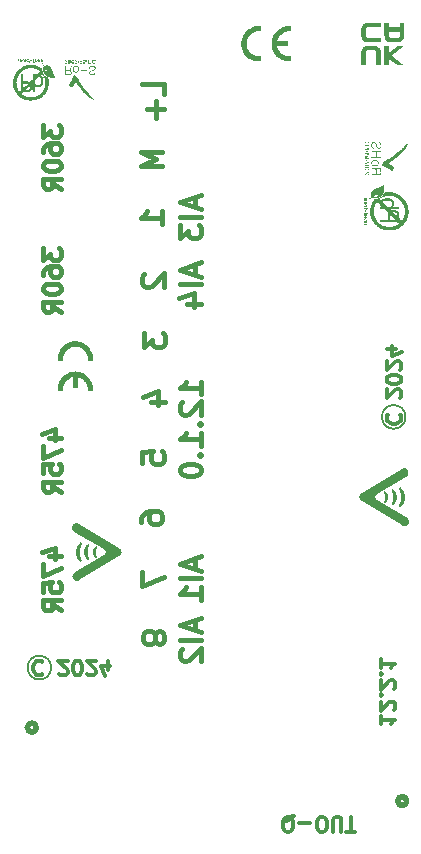
<source format=gbr>
%TF.GenerationSoftware,KiCad,Pcbnew,7.0.10*%
%TF.CreationDate,2024-07-21T07:40:16-04:00*%
%TF.ProjectId,12.1.1 - PLC Connector.kicad_pcb_appended,31322e31-2e31-4202-9d20-504c4320436f,rev?*%
%TF.SameCoordinates,Original*%
%TF.FileFunction,Legend,Bot*%
%TF.FilePolarity,Positive*%
%FSLAX46Y46*%
G04 Gerber Fmt 4.6, Leading zero omitted, Abs format (unit mm)*
G04 Created by KiCad (PCBNEW 7.0.10) date 2024-07-21 07:40:16*
%MOMM*%
%LPD*%
G01*
G04 APERTURE LIST*
%ADD10C,0.000000*%
%ADD11C,0.004960*%
%ADD12C,0.150000*%
%ADD13C,0.457200*%
%ADD14C,0.381000*%
%ADD15C,0.310000*%
%ADD16C,0.508000*%
G04 APERTURE END LIST*
D10*
G36*
X150964016Y-120203983D02*
G01*
X150968057Y-120204504D01*
X150972040Y-120205203D01*
X150975960Y-120206075D01*
X150979814Y-120207116D01*
X150983598Y-120208322D01*
X150987306Y-120209689D01*
X150990936Y-120211214D01*
X150994482Y-120212891D01*
X150997941Y-120214717D01*
X151001309Y-120216689D01*
X151004580Y-120218801D01*
X151007752Y-120221050D01*
X151010820Y-120223432D01*
X151013779Y-120225943D01*
X151016626Y-120228578D01*
X151019356Y-120231334D01*
X151021965Y-120234207D01*
X151024450Y-120237192D01*
X151026805Y-120240286D01*
X151029026Y-120243485D01*
X151031111Y-120246784D01*
X151033053Y-120250179D01*
X151034849Y-120253667D01*
X151036495Y-120257242D01*
X151037987Y-120260903D01*
X151039321Y-120264643D01*
X151040491Y-120268460D01*
X151041495Y-120272349D01*
X151042328Y-120276306D01*
X151042986Y-120280327D01*
X151043464Y-120284407D01*
X151043919Y-120286712D01*
X151044308Y-120289027D01*
X151044631Y-120291351D01*
X151044888Y-120293683D01*
X151045078Y-120296022D01*
X151045202Y-120298365D01*
X151045259Y-120300712D01*
X151045249Y-120303061D01*
X151045249Y-120305839D01*
X151045238Y-120307637D01*
X151045179Y-120309434D01*
X151045075Y-120311228D01*
X151044924Y-120313018D01*
X151044727Y-120314804D01*
X151044484Y-120316585D01*
X151044195Y-120318359D01*
X151043860Y-120320126D01*
X151043501Y-120321526D01*
X151043158Y-120322931D01*
X151042834Y-120324339D01*
X151042527Y-120325752D01*
X151042238Y-120327168D01*
X151041967Y-120328588D01*
X151041714Y-120330011D01*
X151041479Y-120331438D01*
X151041459Y-120331989D01*
X151041400Y-120332528D01*
X151041308Y-120333056D01*
X151041185Y-120333574D01*
X151041035Y-120334084D01*
X151040862Y-120334587D01*
X151040670Y-120335085D01*
X151040462Y-120335580D01*
X151040016Y-120336563D01*
X151039554Y-120337549D01*
X151039105Y-120338548D01*
X151038896Y-120339057D01*
X151038701Y-120339573D01*
X151038411Y-120340558D01*
X151038090Y-120341532D01*
X151037738Y-120342495D01*
X151037356Y-120343446D01*
X151036943Y-120344384D01*
X151036500Y-120345308D01*
X151036028Y-120346219D01*
X151035526Y-120347114D01*
X151034353Y-120349116D01*
X151033213Y-120351108D01*
X151032100Y-120353100D01*
X151031011Y-120355101D01*
X151029941Y-120357121D01*
X151028884Y-120359169D01*
X151027837Y-120361255D01*
X151026795Y-120363386D01*
X151026368Y-120364110D01*
X151025929Y-120364826D01*
X151025477Y-120365534D01*
X151025011Y-120366233D01*
X151024533Y-120366924D01*
X151024043Y-120367606D01*
X151023540Y-120368279D01*
X151023024Y-120368942D01*
X151021791Y-120370593D01*
X151020526Y-120372220D01*
X151019231Y-120373822D01*
X151017906Y-120375398D01*
X151016550Y-120376949D01*
X151015165Y-120378474D01*
X151013751Y-120379972D01*
X151012309Y-120381444D01*
X151013846Y-120380101D01*
X151015343Y-120378714D01*
X151016799Y-120377285D01*
X151018212Y-120375815D01*
X151019582Y-120374304D01*
X151020907Y-120372754D01*
X151022187Y-120371165D01*
X151023421Y-120369538D01*
X151008511Y-120400501D01*
X150994554Y-120431846D01*
X150981553Y-120463551D01*
X150969515Y-120495594D01*
X150958445Y-120527952D01*
X150948347Y-120560603D01*
X150939227Y-120593525D01*
X150931089Y-120626697D01*
X150923939Y-120660095D01*
X150917783Y-120693697D01*
X150912624Y-120727483D01*
X150908468Y-120761429D01*
X150905320Y-120795513D01*
X150903186Y-120829713D01*
X150902070Y-120864007D01*
X150901977Y-120898373D01*
X150902088Y-120933477D01*
X150903269Y-120968504D01*
X150905513Y-121003430D01*
X150908816Y-121038232D01*
X150913172Y-121072885D01*
X150918575Y-121107366D01*
X150925019Y-121141652D01*
X150932500Y-121175719D01*
X150941011Y-121209543D01*
X150950548Y-121243100D01*
X150961103Y-121276368D01*
X150972673Y-121309322D01*
X150985250Y-121341938D01*
X150998831Y-121374194D01*
X151013408Y-121406065D01*
X151028977Y-121437528D01*
X151029355Y-121438013D01*
X151029722Y-121438505D01*
X151030079Y-121439004D01*
X151030426Y-121439511D01*
X151030762Y-121440023D01*
X151031088Y-121440543D01*
X151031402Y-121441069D01*
X151031706Y-121441601D01*
X151032000Y-121442139D01*
X151032282Y-121442683D01*
X151032553Y-121443232D01*
X151032813Y-121443788D01*
X151033062Y-121444348D01*
X151033299Y-121444914D01*
X151033525Y-121445485D01*
X151033740Y-121446061D01*
X151035136Y-121448928D01*
X151036445Y-121451830D01*
X151037665Y-121454766D01*
X151038796Y-121457734D01*
X151039837Y-121460732D01*
X151040788Y-121463757D01*
X151041649Y-121466807D01*
X151042420Y-121469881D01*
X151043098Y-121472977D01*
X151043685Y-121476092D01*
X151044179Y-121479224D01*
X151044581Y-121482372D01*
X151044889Y-121485533D01*
X151045104Y-121488705D01*
X151045224Y-121491887D01*
X151045249Y-121495075D01*
X151045140Y-121500122D01*
X151044817Y-121505101D01*
X151044284Y-121510007D01*
X151043547Y-121514832D01*
X151042611Y-121519572D01*
X151041482Y-121524220D01*
X151040164Y-121528770D01*
X151038664Y-121533215D01*
X151036985Y-121537551D01*
X151035134Y-121541770D01*
X151033115Y-121545867D01*
X151030934Y-121549836D01*
X151028596Y-121553670D01*
X151026106Y-121557364D01*
X151023470Y-121560911D01*
X151020693Y-121564305D01*
X151017779Y-121567541D01*
X151014735Y-121570612D01*
X151011565Y-121573512D01*
X151008275Y-121576235D01*
X151004869Y-121578775D01*
X151001354Y-121581126D01*
X150997734Y-121583282D01*
X150994015Y-121585237D01*
X150990202Y-121586985D01*
X150986299Y-121588519D01*
X150982313Y-121589834D01*
X150978249Y-121590923D01*
X150974111Y-121591781D01*
X150969905Y-121592401D01*
X150965636Y-121592778D01*
X150961310Y-121592905D01*
X150958681Y-121592858D01*
X150956061Y-121592719D01*
X150953451Y-121592487D01*
X150950856Y-121592164D01*
X150948276Y-121591750D01*
X150945715Y-121591246D01*
X150943175Y-121590653D01*
X150940657Y-121589971D01*
X150938165Y-121589201D01*
X150935701Y-121588343D01*
X150933267Y-121587399D01*
X150930865Y-121586369D01*
X150928499Y-121585253D01*
X150926169Y-121584053D01*
X150923879Y-121582768D01*
X150921631Y-121581401D01*
X150921623Y-121581395D01*
X150917455Y-121578084D01*
X150913288Y-121574698D01*
X150909121Y-121571238D01*
X150904954Y-121567703D01*
X150869161Y-121535748D01*
X150835347Y-121502067D01*
X150803556Y-121466752D01*
X150773831Y-121429900D01*
X150746218Y-121391604D01*
X150720759Y-121351958D01*
X150697499Y-121311056D01*
X150676483Y-121268993D01*
X150657752Y-121225863D01*
X150641353Y-121181761D01*
X150627328Y-121136780D01*
X150615723Y-121091015D01*
X150606580Y-121044561D01*
X150599943Y-120997510D01*
X150595857Y-120949959D01*
X150594366Y-120902000D01*
X150595501Y-120854032D01*
X150599232Y-120806451D01*
X150605519Y-120759353D01*
X150614316Y-120712831D01*
X150625581Y-120666981D01*
X150639270Y-120621897D01*
X150655341Y-120577674D01*
X150673750Y-120534406D01*
X150694453Y-120492188D01*
X150717408Y-120451115D01*
X150742571Y-120411281D01*
X150769899Y-120372780D01*
X150799348Y-120335707D01*
X150830876Y-120300157D01*
X150864438Y-120266225D01*
X150899993Y-120234005D01*
X150906014Y-120229062D01*
X150912147Y-120224083D01*
X150918355Y-120219103D01*
X150924599Y-120214161D01*
X150924716Y-120214047D01*
X150924836Y-120213936D01*
X150924959Y-120213829D01*
X150925085Y-120213725D01*
X150925213Y-120213625D01*
X150925345Y-120213529D01*
X150925478Y-120213436D01*
X150925614Y-120213346D01*
X150925753Y-120213261D01*
X150925893Y-120213179D01*
X150926036Y-120213101D01*
X150926181Y-120213028D01*
X150926329Y-120212958D01*
X150926478Y-120212892D01*
X150926629Y-120212830D01*
X150926782Y-120212772D01*
X150928716Y-120211781D01*
X150930673Y-120210845D01*
X150932653Y-120209964D01*
X150934654Y-120209138D01*
X150936676Y-120208368D01*
X150938717Y-120207653D01*
X150940776Y-120206994D01*
X150942852Y-120206392D01*
X150944943Y-120205847D01*
X150947049Y-120205358D01*
X150949168Y-120204927D01*
X150951299Y-120204554D01*
X150953441Y-120204238D01*
X150955593Y-120203981D01*
X150957753Y-120203783D01*
X150959921Y-120203643D01*
X150964016Y-120203983D01*
G37*
G36*
X150315720Y-120074779D02*
G01*
X150319963Y-120075136D01*
X150324153Y-120075724D01*
X150328284Y-120076539D01*
X150332353Y-120077575D01*
X150336356Y-120078828D01*
X150340288Y-120080291D01*
X150344145Y-120081961D01*
X150347923Y-120083831D01*
X150351618Y-120085897D01*
X150355225Y-120088154D01*
X150358741Y-120090596D01*
X150362161Y-120093219D01*
X150365480Y-120096017D01*
X150368696Y-120098985D01*
X150371802Y-120102118D01*
X150374796Y-120105411D01*
X150377673Y-120108858D01*
X150380429Y-120112456D01*
X150383059Y-120116197D01*
X150385560Y-120120078D01*
X150387926Y-120124094D01*
X150390155Y-120128238D01*
X150392241Y-120132507D01*
X150394181Y-120136894D01*
X150395970Y-120141395D01*
X150397605Y-120146005D01*
X150399080Y-120150718D01*
X150400391Y-120155530D01*
X150401536Y-120160435D01*
X150402508Y-120165428D01*
X150403304Y-120170504D01*
X150403846Y-120173225D01*
X150404311Y-120175959D01*
X150404700Y-120178703D01*
X150405012Y-120181457D01*
X150405247Y-120184218D01*
X150405404Y-120186985D01*
X150405484Y-120189757D01*
X150405487Y-120192531D01*
X150405487Y-120195904D01*
X150405447Y-120198025D01*
X150405361Y-120200144D01*
X150405230Y-120202260D01*
X150405054Y-120204372D01*
X150404833Y-120206480D01*
X150404567Y-120208583D01*
X150404256Y-120210680D01*
X150403900Y-120212771D01*
X150403877Y-120213625D01*
X150403813Y-120214475D01*
X150403713Y-120215320D01*
X150403580Y-120216164D01*
X150403421Y-120217004D01*
X150403240Y-120217843D01*
X150402833Y-120219518D01*
X150401974Y-120222873D01*
X150401779Y-120223716D01*
X150401602Y-120224562D01*
X150401447Y-120225412D01*
X150401320Y-120226265D01*
X150398343Y-120235790D01*
X150397976Y-120236961D01*
X150397586Y-120238124D01*
X150397173Y-120239278D01*
X150396737Y-120240425D01*
X150396279Y-120241562D01*
X150395799Y-120242690D01*
X150395296Y-120243809D01*
X150394771Y-120244918D01*
X150393431Y-120247336D01*
X150392125Y-120249772D01*
X150390856Y-120252227D01*
X150389622Y-120254699D01*
X150388424Y-120257189D01*
X150387262Y-120259697D01*
X150386137Y-120262221D01*
X150385048Y-120264762D01*
X150384598Y-120265648D01*
X150384128Y-120266522D01*
X150383637Y-120267385D01*
X150383126Y-120268235D01*
X150382594Y-120269073D01*
X150382043Y-120269898D01*
X150381472Y-120270710D01*
X150380881Y-120271509D01*
X150379526Y-120273429D01*
X150378139Y-120275325D01*
X150376721Y-120277198D01*
X150375272Y-120279047D01*
X150373793Y-120280871D01*
X150372283Y-120282671D01*
X150370743Y-120284445D01*
X150369173Y-120286194D01*
X150370041Y-120285404D01*
X150370896Y-120284602D01*
X150371739Y-120283787D01*
X150372569Y-120282959D01*
X150373386Y-120282119D01*
X150374190Y-120281267D01*
X150374980Y-120280403D01*
X150375757Y-120279526D01*
X150376521Y-120278638D01*
X150377271Y-120277739D01*
X150378007Y-120276827D01*
X150378729Y-120275905D01*
X150379437Y-120274971D01*
X150380131Y-120274026D01*
X150380811Y-120273070D01*
X150381476Y-120272104D01*
X150366139Y-120304956D01*
X150351621Y-120338824D01*
X150337945Y-120373669D01*
X150325135Y-120409457D01*
X150313215Y-120446150D01*
X150302208Y-120483713D01*
X150292137Y-120522109D01*
X150283026Y-120561302D01*
X150274899Y-120601255D01*
X150267780Y-120641932D01*
X150261691Y-120683297D01*
X150256656Y-120725314D01*
X150252699Y-120767945D01*
X150249843Y-120811155D01*
X150248113Y-120854908D01*
X150247531Y-120899167D01*
X150248143Y-120944324D01*
X150249961Y-120988984D01*
X150252961Y-121033105D01*
X150257115Y-121076644D01*
X150262398Y-121119560D01*
X150268784Y-121161811D01*
X150276248Y-121203355D01*
X150284763Y-121244150D01*
X150294303Y-121284155D01*
X150304843Y-121323327D01*
X150316357Y-121361624D01*
X150328819Y-121399006D01*
X150342203Y-121435429D01*
X150356483Y-121470853D01*
X150371633Y-121505234D01*
X150387628Y-121538532D01*
X150388027Y-121539117D01*
X150388415Y-121539709D01*
X150388792Y-121540308D01*
X150389157Y-121540914D01*
X150389509Y-121541526D01*
X150389851Y-121542145D01*
X150390180Y-121542770D01*
X150390497Y-121543402D01*
X150390802Y-121544039D01*
X150391094Y-121544682D01*
X150391375Y-121545331D01*
X150391643Y-121545985D01*
X150391898Y-121546645D01*
X150392141Y-121547309D01*
X150392371Y-121547978D01*
X150392589Y-121548652D01*
X150394170Y-121552060D01*
X150395651Y-121555506D01*
X150397030Y-121558989D01*
X150398307Y-121562507D01*
X150399482Y-121566057D01*
X150400553Y-121569638D01*
X150401521Y-121573246D01*
X150402385Y-121576879D01*
X150403144Y-121580536D01*
X150403798Y-121584214D01*
X150404346Y-121587911D01*
X150404789Y-121591624D01*
X150405125Y-121595351D01*
X150405353Y-121599091D01*
X150405474Y-121602840D01*
X150405487Y-121606596D01*
X150405367Y-121612586D01*
X150405009Y-121618495D01*
X150404420Y-121624317D01*
X150403605Y-121630044D01*
X150401323Y-121641184D01*
X150398210Y-121651859D01*
X150394312Y-121662010D01*
X150389675Y-121671581D01*
X150384348Y-121680513D01*
X150378376Y-121688749D01*
X150375162Y-121692589D01*
X150371806Y-121696232D01*
X150368311Y-121699673D01*
X150364685Y-121702904D01*
X150360933Y-121705918D01*
X150357061Y-121708708D01*
X150353074Y-121711266D01*
X150348979Y-121713585D01*
X150344781Y-121715658D01*
X150340487Y-121717479D01*
X150336101Y-121719039D01*
X150331631Y-121720331D01*
X150327081Y-121721349D01*
X150322458Y-121722085D01*
X150317767Y-121722532D01*
X150313015Y-121722682D01*
X150310141Y-121722586D01*
X150307279Y-121722386D01*
X150304431Y-121722083D01*
X150301601Y-121721679D01*
X150298790Y-121721173D01*
X150296003Y-121720568D01*
X150293240Y-121719863D01*
X150290506Y-121719060D01*
X150287802Y-121718159D01*
X150285131Y-121717161D01*
X150282496Y-121716068D01*
X150279900Y-121714879D01*
X150277345Y-121713596D01*
X150274834Y-121712219D01*
X150272370Y-121710750D01*
X150269954Y-121709188D01*
X150267647Y-121707236D01*
X150265341Y-121705251D01*
X150260727Y-121701201D01*
X150256113Y-121697078D01*
X150251500Y-121692917D01*
X150213319Y-121656993D01*
X150176969Y-121618790D01*
X150142538Y-121578406D01*
X150110113Y-121535937D01*
X150079780Y-121491481D01*
X150051628Y-121445135D01*
X150025743Y-121396997D01*
X150002212Y-121347164D01*
X149981124Y-121295733D01*
X149962564Y-121242803D01*
X149946620Y-121188469D01*
X149933379Y-121132830D01*
X149922929Y-121075983D01*
X149915357Y-121018025D01*
X149910750Y-120959054D01*
X149909195Y-120899167D01*
X149910720Y-120839342D01*
X149915242Y-120780547D01*
X149922676Y-120722863D01*
X149932939Y-120666372D01*
X149945949Y-120611153D01*
X149961622Y-120557289D01*
X149979875Y-120504860D01*
X150000625Y-120453947D01*
X150023789Y-120404632D01*
X150049283Y-120356996D01*
X150077025Y-120311120D01*
X150106932Y-120267084D01*
X150138919Y-120224971D01*
X150172905Y-120184860D01*
X150208806Y-120146834D01*
X150246539Y-120110973D01*
X150246539Y-120109782D01*
X150253072Y-120103944D01*
X150259809Y-120098050D01*
X150273526Y-120086168D01*
X150273830Y-120085941D01*
X150274140Y-120085721D01*
X150274455Y-120085510D01*
X150274775Y-120085307D01*
X150275100Y-120085113D01*
X150275431Y-120084927D01*
X150275766Y-120084749D01*
X150276106Y-120084580D01*
X150278152Y-120083482D01*
X150280227Y-120082446D01*
X150282328Y-120081472D01*
X150284455Y-120080561D01*
X150286606Y-120079713D01*
X150288778Y-120078928D01*
X150290972Y-120078207D01*
X150293186Y-120077551D01*
X150295417Y-120076959D01*
X150297666Y-120076432D01*
X150299929Y-120075971D01*
X150302207Y-120075575D01*
X150304497Y-120075246D01*
X150306798Y-120074983D01*
X150309109Y-120074787D01*
X150311428Y-120074659D01*
X150315720Y-120074779D01*
G37*
G36*
X151638000Y-120396000D02*
G01*
X151641159Y-120396212D01*
X151644283Y-120396563D01*
X151647368Y-120397050D01*
X151650410Y-120397670D01*
X151653406Y-120398420D01*
X151656352Y-120399297D01*
X151659246Y-120400299D01*
X151662084Y-120401422D01*
X151664862Y-120402664D01*
X151667577Y-120404022D01*
X151670225Y-120405493D01*
X151672804Y-120407075D01*
X151675310Y-120408763D01*
X151677740Y-120410557D01*
X151680090Y-120412451D01*
X151682356Y-120414445D01*
X151684536Y-120416535D01*
X151686625Y-120418717D01*
X151688622Y-120420991D01*
X151690521Y-120423351D01*
X151692321Y-120425796D01*
X151694017Y-120428323D01*
X151695606Y-120430928D01*
X151697084Y-120433610D01*
X151698449Y-120436364D01*
X151699697Y-120439190D01*
X151700825Y-120442082D01*
X151701828Y-120445039D01*
X151702704Y-120448058D01*
X151703450Y-120451136D01*
X151704062Y-120454270D01*
X151704404Y-120455935D01*
X151704698Y-120457609D01*
X151704944Y-120459290D01*
X151705142Y-120460977D01*
X151705292Y-120462669D01*
X151705393Y-120464364D01*
X151705447Y-120466063D01*
X151705451Y-120467764D01*
X151705451Y-120468954D01*
X151705547Y-120470242D01*
X151705616Y-120471532D01*
X151705658Y-120472823D01*
X151705671Y-120474114D01*
X151705658Y-120475405D01*
X151705616Y-120476695D01*
X151705547Y-120477985D01*
X151705451Y-120479273D01*
X151705149Y-120480276D01*
X151704863Y-120481284D01*
X151704591Y-120482295D01*
X151704335Y-120483311D01*
X151704095Y-120484330D01*
X151703870Y-120485353D01*
X151703661Y-120486379D01*
X151703467Y-120487409D01*
X151701085Y-120493362D01*
X151700829Y-120494086D01*
X151700554Y-120494802D01*
X151700259Y-120495510D01*
X151699946Y-120496210D01*
X151699614Y-120496901D01*
X151699263Y-120497583D01*
X151698893Y-120498256D01*
X151698506Y-120498918D01*
X151697490Y-120500333D01*
X151696521Y-120501749D01*
X151695590Y-120503170D01*
X151694686Y-120504599D01*
X151692925Y-120507485D01*
X151691164Y-120510428D01*
X151690809Y-120510979D01*
X151690441Y-120511523D01*
X151690062Y-120512057D01*
X151689670Y-120512583D01*
X151689267Y-120513100D01*
X151688852Y-120513608D01*
X151688426Y-120514106D01*
X151687988Y-120514595D01*
X151686964Y-120515775D01*
X151685920Y-120516937D01*
X151684856Y-120518081D01*
X151683773Y-120519208D01*
X151682672Y-120520315D01*
X151681552Y-120521404D01*
X151680414Y-120522474D01*
X151679257Y-120523525D01*
X151679893Y-120523066D01*
X151680520Y-120522596D01*
X151681140Y-120522116D01*
X151681751Y-120521626D01*
X151682353Y-120521126D01*
X151682947Y-120520615D01*
X151683532Y-120520095D01*
X151684108Y-120519566D01*
X151684676Y-120519026D01*
X151685234Y-120518478D01*
X151685783Y-120517919D01*
X151686322Y-120517352D01*
X151686853Y-120516775D01*
X151687373Y-120516190D01*
X151687884Y-120515595D01*
X151688385Y-120514992D01*
X151664579Y-120560619D01*
X151643992Y-120607348D01*
X151626621Y-120655018D01*
X151612468Y-120703470D01*
X151601529Y-120752542D01*
X151593806Y-120802076D01*
X151589296Y-120851910D01*
X151587998Y-120901884D01*
X151589912Y-120951839D01*
X151595036Y-121001613D01*
X151603370Y-121051048D01*
X151614912Y-121099982D01*
X151629662Y-121148255D01*
X151647619Y-121195708D01*
X151668781Y-121242179D01*
X151693148Y-121287509D01*
X151693703Y-121288224D01*
X151694235Y-121288955D01*
X151694744Y-121289703D01*
X151695228Y-121290466D01*
X151695688Y-121291243D01*
X151696123Y-121292036D01*
X151696533Y-121292842D01*
X151696918Y-121293661D01*
X151698070Y-121295695D01*
X151699151Y-121297764D01*
X151700159Y-121299864D01*
X151701094Y-121301994D01*
X151701956Y-121304151D01*
X151702744Y-121306335D01*
X151703457Y-121308543D01*
X151704096Y-121310773D01*
X151704659Y-121313024D01*
X151705146Y-121315292D01*
X151705556Y-121317577D01*
X151705890Y-121319877D01*
X151706146Y-121322189D01*
X151706324Y-121324512D01*
X151706423Y-121326843D01*
X151706443Y-121329181D01*
X151706396Y-121332662D01*
X151706178Y-121336121D01*
X151705791Y-121339553D01*
X151705236Y-121342951D01*
X151704517Y-121346310D01*
X151703636Y-121349624D01*
X151702595Y-121352887D01*
X151701397Y-121356094D01*
X151700043Y-121359239D01*
X151698537Y-121362315D01*
X151696880Y-121365317D01*
X151695075Y-121368240D01*
X151693124Y-121371077D01*
X151691029Y-121373822D01*
X151688794Y-121376471D01*
X151686419Y-121379016D01*
X151683921Y-121381441D01*
X151681317Y-121383729D01*
X151678614Y-121385877D01*
X151675816Y-121387884D01*
X151672929Y-121389747D01*
X151669961Y-121391463D01*
X151666915Y-121393030D01*
X151663798Y-121394445D01*
X151660615Y-121395707D01*
X151657373Y-121396812D01*
X151654077Y-121397759D01*
X151650733Y-121398544D01*
X151647347Y-121399165D01*
X151643924Y-121399621D01*
X151640469Y-121399908D01*
X151636990Y-121400023D01*
X151634885Y-121399977D01*
X151632786Y-121399866D01*
X151630694Y-121399690D01*
X151628612Y-121399449D01*
X151626539Y-121399145D01*
X151624479Y-121398777D01*
X151622432Y-121398347D01*
X151620399Y-121397853D01*
X151618383Y-121397297D01*
X151616384Y-121396679D01*
X151614404Y-121395999D01*
X151612445Y-121395258D01*
X151610508Y-121394456D01*
X151608594Y-121393594D01*
X151606706Y-121392671D01*
X151604843Y-121391689D01*
X151603123Y-121390546D01*
X151601389Y-121389357D01*
X151599646Y-121388131D01*
X151597898Y-121386877D01*
X151594407Y-121384322D01*
X151590953Y-121381767D01*
X151562254Y-121359846D01*
X151534916Y-121336538D01*
X151509007Y-121311902D01*
X151484593Y-121285999D01*
X151461744Y-121258888D01*
X151440526Y-121230629D01*
X151421007Y-121201280D01*
X151403256Y-121170902D01*
X151387339Y-121139555D01*
X151373324Y-121107297D01*
X151361280Y-121074189D01*
X151351274Y-121040290D01*
X151343374Y-121005660D01*
X151337647Y-120970358D01*
X151335619Y-120952473D01*
X151334161Y-120934443D01*
X151333280Y-120916275D01*
X151332984Y-120897976D01*
X151334136Y-120861541D01*
X151337548Y-120825715D01*
X151343154Y-120790551D01*
X151350890Y-120756100D01*
X151360689Y-120722414D01*
X151372487Y-120689545D01*
X151386218Y-120657545D01*
X151401817Y-120626464D01*
X151419218Y-120596356D01*
X151438355Y-120567272D01*
X151459164Y-120539263D01*
X151481579Y-120512381D01*
X151505535Y-120486679D01*
X151530966Y-120462207D01*
X151557807Y-120439018D01*
X151585992Y-120417163D01*
X151605835Y-120402677D01*
X151607820Y-120402677D01*
X151609419Y-120401958D01*
X151611033Y-120401277D01*
X151612661Y-120400636D01*
X151614303Y-120400034D01*
X151615958Y-120399471D01*
X151617625Y-120398947D01*
X151619303Y-120398464D01*
X151620993Y-120398020D01*
X151622692Y-120397617D01*
X151624400Y-120397253D01*
X151626118Y-120396931D01*
X151627843Y-120396648D01*
X151629575Y-120396407D01*
X151631313Y-120396206D01*
X151633058Y-120396047D01*
X151634807Y-120395929D01*
X151638000Y-120396000D01*
G37*
G36*
X149940552Y-118448964D02*
G01*
X149949269Y-118449302D01*
X149957965Y-118449872D01*
X149966635Y-118450675D01*
X149975274Y-118451708D01*
X149983877Y-118452972D01*
X149992441Y-118454464D01*
X150000960Y-118456184D01*
X150009430Y-118458131D01*
X150017846Y-118460305D01*
X150026204Y-118462703D01*
X150034499Y-118465325D01*
X150042727Y-118468170D01*
X150050883Y-118471237D01*
X150058962Y-118474526D01*
X150066960Y-118478034D01*
X150133032Y-118517718D01*
X153388995Y-120471137D01*
X153572351Y-120581667D01*
X153608268Y-120603098D01*
X153610848Y-120604685D01*
X153628794Y-120618292D01*
X153645778Y-120632860D01*
X153661772Y-120648335D01*
X153676751Y-120664665D01*
X153690686Y-120681799D01*
X153703552Y-120699684D01*
X153715320Y-120718266D01*
X153725964Y-120737495D01*
X153735458Y-120757317D01*
X153743772Y-120777681D01*
X153750882Y-120798533D01*
X153756760Y-120819822D01*
X153761379Y-120841495D01*
X153764711Y-120863500D01*
X153766730Y-120885784D01*
X153767409Y-120908295D01*
X153766730Y-120930806D01*
X153764711Y-120953090D01*
X153761379Y-120975094D01*
X153756760Y-120996767D01*
X153750882Y-121018056D01*
X153743772Y-121038909D01*
X153735458Y-121059272D01*
X153725964Y-121079094D01*
X153715320Y-121098323D01*
X153703552Y-121116906D01*
X153690686Y-121134790D01*
X153676751Y-121151924D01*
X153661772Y-121168254D01*
X153645778Y-121183730D01*
X153628794Y-121198297D01*
X153610848Y-121211904D01*
X153610510Y-121212105D01*
X153610177Y-121212312D01*
X153609848Y-121212526D01*
X153609523Y-121212746D01*
X153609202Y-121212972D01*
X153608886Y-121213205D01*
X153608575Y-121213445D01*
X153608268Y-121213690D01*
X153572351Y-121235121D01*
X153388598Y-121345452D01*
X150164584Y-123280020D01*
X150109617Y-123313159D01*
X150101271Y-123317098D01*
X150092830Y-123320794D01*
X150084297Y-123324246D01*
X150075679Y-123327452D01*
X150066980Y-123330411D01*
X150058207Y-123333121D01*
X150049364Y-123335582D01*
X150040457Y-123337793D01*
X150031491Y-123339751D01*
X150022472Y-123341456D01*
X150013405Y-123342907D01*
X150004295Y-123344101D01*
X149995148Y-123345039D01*
X149985968Y-123345719D01*
X149976763Y-123346139D01*
X149967536Y-123346298D01*
X149949379Y-123345796D01*
X149931463Y-123344307D01*
X149913807Y-123341855D01*
X149896436Y-123338463D01*
X149879370Y-123334157D01*
X149862633Y-123328961D01*
X149846245Y-123322898D01*
X149830229Y-123315993D01*
X149814608Y-123308270D01*
X149799402Y-123299753D01*
X149784636Y-123290466D01*
X149770329Y-123280434D01*
X149756505Y-123269681D01*
X149743186Y-123258231D01*
X149730393Y-123246109D01*
X149718149Y-123233337D01*
X149706476Y-123219941D01*
X149695396Y-123205946D01*
X149684932Y-123191374D01*
X149675104Y-123176250D01*
X149665935Y-123160599D01*
X149657448Y-123144444D01*
X149649665Y-123127810D01*
X149642607Y-123110721D01*
X149636296Y-123093202D01*
X149630755Y-123075276D01*
X149626006Y-123056967D01*
X149622071Y-123038300D01*
X149618972Y-123019300D01*
X149616731Y-122999989D01*
X149615371Y-122980393D01*
X149614912Y-122960535D01*
X149615283Y-122938277D01*
X149616883Y-122916196D01*
X149619690Y-122894338D01*
X149623684Y-122872749D01*
X149628843Y-122851474D01*
X149635148Y-122830558D01*
X149642577Y-122810047D01*
X149651110Y-122789987D01*
X149660725Y-122770422D01*
X149671402Y-122751398D01*
X149683120Y-122732962D01*
X149695858Y-122715157D01*
X149709596Y-122698031D01*
X149724312Y-122681627D01*
X149739986Y-122665992D01*
X149756596Y-122651171D01*
X149757589Y-122651171D01*
X149841726Y-122599974D01*
X152278936Y-121137490D01*
X152285340Y-121134603D01*
X152291639Y-121131508D01*
X152297829Y-121128206D01*
X152303904Y-121124702D01*
X152309859Y-121120998D01*
X152315690Y-121117097D01*
X152321391Y-121113002D01*
X152326957Y-121108717D01*
X152337702Y-121099397D01*
X152347871Y-121089559D01*
X152357449Y-121079230D01*
X152366424Y-121068437D01*
X152374782Y-121057208D01*
X152382509Y-121045571D01*
X152389592Y-121033553D01*
X152396019Y-121021181D01*
X152401774Y-121008484D01*
X152406846Y-120995488D01*
X152411220Y-120982222D01*
X152414884Y-120968712D01*
X152417824Y-120954987D01*
X152420026Y-120941073D01*
X152421477Y-120926999D01*
X152422164Y-120912792D01*
X152422076Y-120898568D01*
X152421218Y-120884446D01*
X152419604Y-120870452D01*
X152417245Y-120856615D01*
X152414153Y-120842963D01*
X152410342Y-120829524D01*
X152405822Y-120816326D01*
X152400606Y-120803398D01*
X152394706Y-120790767D01*
X152388135Y-120778461D01*
X152380905Y-120766509D01*
X152373028Y-120754938D01*
X152364515Y-120743777D01*
X152355381Y-120733053D01*
X152345635Y-120722796D01*
X152335292Y-120713032D01*
X152307312Y-120694975D01*
X152284095Y-120679893D01*
X152280191Y-120678110D01*
X152276232Y-120676346D01*
X152272235Y-120674619D01*
X152268220Y-120672948D01*
X149784576Y-119182881D01*
X149772666Y-119176248D01*
X149761050Y-119169236D01*
X149749736Y-119161857D01*
X149738729Y-119154120D01*
X149728034Y-119146035D01*
X149717659Y-119137613D01*
X149707608Y-119128863D01*
X149697889Y-119119796D01*
X149688506Y-119110422D01*
X149679466Y-119100751D01*
X149670775Y-119090793D01*
X149662439Y-119080559D01*
X149654463Y-119070059D01*
X149646854Y-119059302D01*
X149639618Y-119048299D01*
X149632760Y-119037060D01*
X149626287Y-119025595D01*
X149620204Y-119013914D01*
X149614518Y-119002028D01*
X149609234Y-118989947D01*
X149604359Y-118977681D01*
X149599898Y-118965239D01*
X149595858Y-118952633D01*
X149592243Y-118939872D01*
X149589061Y-118926966D01*
X149586318Y-118913926D01*
X149584018Y-118900762D01*
X149582169Y-118887484D01*
X149580775Y-118874101D01*
X149579844Y-118860625D01*
X149579381Y-118847066D01*
X149579392Y-118833433D01*
X149579853Y-118813648D01*
X149581222Y-118794123D01*
X149583476Y-118774881D01*
X149586591Y-118755947D01*
X149590547Y-118737344D01*
X149595319Y-118719097D01*
X149600885Y-118701230D01*
X149607223Y-118683767D01*
X149614309Y-118666733D01*
X149622122Y-118650152D01*
X149630638Y-118634047D01*
X149639835Y-118618443D01*
X149649690Y-118603365D01*
X149660180Y-118588836D01*
X149671283Y-118574881D01*
X149682976Y-118561524D01*
X149695237Y-118548788D01*
X149708042Y-118536699D01*
X149721370Y-118525281D01*
X149735196Y-118514557D01*
X149749500Y-118504552D01*
X149764257Y-118495290D01*
X149779446Y-118486795D01*
X149795044Y-118479091D01*
X149811027Y-118472204D01*
X149827374Y-118466156D01*
X149844062Y-118460972D01*
X149861068Y-118456676D01*
X149878369Y-118453293D01*
X149895942Y-118450847D01*
X149913766Y-118449361D01*
X149931817Y-118448861D01*
X149940552Y-118448964D01*
G37*
D11*
X152466459Y-120722160D02*
X152441853Y-120705889D01*
D12*
X147812000Y-130683000D02*
G75*
G03*
X145812000Y-130683000I-1000000J0D01*
G01*
X145812000Y-130683000D02*
G75*
G03*
X147812000Y-130683000I1000000J0D01*
G01*
D13*
X157232414Y-93105514D02*
X157232414Y-92060485D01*
X157232414Y-92583000D02*
X155403614Y-92583000D01*
X155403614Y-92583000D02*
X155664871Y-92408828D01*
X155664871Y-92408828D02*
X155839043Y-92234657D01*
X155839043Y-92234657D02*
X155926129Y-92060485D01*
X155530614Y-113338428D02*
X155530614Y-112467571D01*
X155530614Y-112467571D02*
X156401471Y-112380485D01*
X156401471Y-112380485D02*
X156314386Y-112467571D01*
X156314386Y-112467571D02*
X156227300Y-112641743D01*
X156227300Y-112641743D02*
X156227300Y-113077171D01*
X156227300Y-113077171D02*
X156314386Y-113251343D01*
X156314386Y-113251343D02*
X156401471Y-113338428D01*
X156401471Y-113338428D02*
X156575643Y-113425514D01*
X156575643Y-113425514D02*
X157011071Y-113425514D01*
X157011071Y-113425514D02*
X157185243Y-113338428D01*
X157185243Y-113338428D02*
X157272329Y-113251343D01*
X157272329Y-113251343D02*
X157359414Y-113077171D01*
X157359414Y-113077171D02*
X157359414Y-112641743D01*
X157359414Y-112641743D02*
X157272329Y-112467571D01*
X157272329Y-112467571D02*
X157185243Y-112380485D01*
X160011900Y-121448285D02*
X160011900Y-122319143D01*
X160534414Y-121274114D02*
X158705614Y-121883714D01*
X158705614Y-121883714D02*
X160534414Y-122493314D01*
X160534414Y-123102914D02*
X158705614Y-123102914D01*
X160534414Y-124931714D02*
X160534414Y-123886685D01*
X160534414Y-124409200D02*
X158705614Y-124409200D01*
X158705614Y-124409200D02*
X158966871Y-124235028D01*
X158966871Y-124235028D02*
X159141043Y-124060857D01*
X159141043Y-124060857D02*
X159228129Y-123886685D01*
X160011900Y-96556285D02*
X160011900Y-97427143D01*
X160534414Y-96382114D02*
X158705614Y-96991714D01*
X158705614Y-96991714D02*
X160534414Y-97601314D01*
X160534414Y-98210914D02*
X158705614Y-98210914D01*
X159315214Y-99865543D02*
X160534414Y-99865543D01*
X158618529Y-99430114D02*
X159924814Y-98994685D01*
X159924814Y-98994685D02*
X159924814Y-100126800D01*
X155403614Y-118331343D02*
X155403614Y-117983000D01*
X155403614Y-117983000D02*
X155490700Y-117808828D01*
X155490700Y-117808828D02*
X155577786Y-117721743D01*
X155577786Y-117721743D02*
X155839043Y-117547571D01*
X155839043Y-117547571D02*
X156187386Y-117460485D01*
X156187386Y-117460485D02*
X156884071Y-117460485D01*
X156884071Y-117460485D02*
X157058243Y-117547571D01*
X157058243Y-117547571D02*
X157145329Y-117634657D01*
X157145329Y-117634657D02*
X157232414Y-117808828D01*
X157232414Y-117808828D02*
X157232414Y-118157171D01*
X157232414Y-118157171D02*
X157145329Y-118331343D01*
X157145329Y-118331343D02*
X157058243Y-118418428D01*
X157058243Y-118418428D02*
X156884071Y-118505514D01*
X156884071Y-118505514D02*
X156448643Y-118505514D01*
X156448643Y-118505514D02*
X156274471Y-118418428D01*
X156274471Y-118418428D02*
X156187386Y-118331343D01*
X156187386Y-118331343D02*
X156100300Y-118157171D01*
X156100300Y-118157171D02*
X156100300Y-117808828D01*
X156100300Y-117808828D02*
X156187386Y-117634657D01*
X156187386Y-117634657D02*
X156274471Y-117547571D01*
X156274471Y-117547571D02*
X156448643Y-117460485D01*
X157232414Y-87020400D02*
X155403614Y-87020400D01*
X155403614Y-87020400D02*
X156709900Y-87630000D01*
X156709900Y-87630000D02*
X155403614Y-88239600D01*
X155403614Y-88239600D02*
X157232414Y-88239600D01*
X160011900Y-90841285D02*
X160011900Y-91712143D01*
X160534414Y-90667114D02*
X158705614Y-91276714D01*
X158705614Y-91276714D02*
X160534414Y-91886314D01*
X160534414Y-92495914D02*
X158705614Y-92495914D01*
X158705614Y-93192600D02*
X158705614Y-94324714D01*
X158705614Y-94324714D02*
X159402300Y-93715114D01*
X159402300Y-93715114D02*
X159402300Y-93976371D01*
X159402300Y-93976371D02*
X159489386Y-94150543D01*
X159489386Y-94150543D02*
X159576471Y-94237628D01*
X159576471Y-94237628D02*
X159750643Y-94324714D01*
X159750643Y-94324714D02*
X160186071Y-94324714D01*
X160186071Y-94324714D02*
X160360243Y-94237628D01*
X160360243Y-94237628D02*
X160447329Y-94150543D01*
X160447329Y-94150543D02*
X160534414Y-93976371D01*
X160534414Y-93976371D02*
X160534414Y-93453857D01*
X160534414Y-93453857D02*
X160447329Y-93279685D01*
X160447329Y-93279685D02*
X160360243Y-93192600D01*
X155657614Y-102387400D02*
X155657614Y-103519514D01*
X155657614Y-103519514D02*
X156354300Y-102909914D01*
X156354300Y-102909914D02*
X156354300Y-103171171D01*
X156354300Y-103171171D02*
X156441386Y-103345343D01*
X156441386Y-103345343D02*
X156528471Y-103432428D01*
X156528471Y-103432428D02*
X156702643Y-103519514D01*
X156702643Y-103519514D02*
X157138071Y-103519514D01*
X157138071Y-103519514D02*
X157312243Y-103432428D01*
X157312243Y-103432428D02*
X157399329Y-103345343D01*
X157399329Y-103345343D02*
X157486414Y-103171171D01*
X157486414Y-103171171D02*
X157486414Y-102648657D01*
X157486414Y-102648657D02*
X157399329Y-102474485D01*
X157399329Y-102474485D02*
X157312243Y-102387400D01*
X156613613Y-128317171D02*
X156700699Y-128491342D01*
X156700699Y-128491342D02*
X156787785Y-128578428D01*
X156787785Y-128578428D02*
X156961956Y-128665514D01*
X156961956Y-128665514D02*
X157049042Y-128665514D01*
X157049042Y-128665514D02*
X157223213Y-128578428D01*
X157223213Y-128578428D02*
X157310299Y-128491342D01*
X157310299Y-128491342D02*
X157397385Y-128317171D01*
X157397385Y-128317171D02*
X157397385Y-127968828D01*
X157397385Y-127968828D02*
X157310299Y-127794657D01*
X157310299Y-127794657D02*
X157223213Y-127707571D01*
X157223213Y-127707571D02*
X157049042Y-127620485D01*
X157049042Y-127620485D02*
X156961956Y-127620485D01*
X156961956Y-127620485D02*
X156787785Y-127707571D01*
X156787785Y-127707571D02*
X156700699Y-127794657D01*
X156700699Y-127794657D02*
X156613613Y-127968828D01*
X156613613Y-127968828D02*
X156613613Y-128317171D01*
X156613613Y-128317171D02*
X156526528Y-128491342D01*
X156526528Y-128491342D02*
X156439442Y-128578428D01*
X156439442Y-128578428D02*
X156265271Y-128665514D01*
X156265271Y-128665514D02*
X155916928Y-128665514D01*
X155916928Y-128665514D02*
X155742756Y-128578428D01*
X155742756Y-128578428D02*
X155655671Y-128491342D01*
X155655671Y-128491342D02*
X155568585Y-128317171D01*
X155568585Y-128317171D02*
X155568585Y-127968828D01*
X155568585Y-127968828D02*
X155655671Y-127794657D01*
X155655671Y-127794657D02*
X155742756Y-127707571D01*
X155742756Y-127707571D02*
X155916928Y-127620485D01*
X155916928Y-127620485D02*
X156265271Y-127620485D01*
X156265271Y-127620485D02*
X156439442Y-127707571D01*
X156439442Y-127707571D02*
X156526528Y-127794657D01*
X156526528Y-127794657D02*
X156613613Y-127968828D01*
D14*
X147624219Y-111233857D02*
X148640219Y-111233857D01*
X147043648Y-110870999D02*
X148132219Y-110508142D01*
X148132219Y-110508142D02*
X148132219Y-111451571D01*
X147116219Y-111887000D02*
X147116219Y-112903000D01*
X147116219Y-112903000D02*
X148640219Y-112249857D01*
X147116219Y-114209286D02*
X147116219Y-113483572D01*
X147116219Y-113483572D02*
X147841933Y-113411000D01*
X147841933Y-113411000D02*
X147769362Y-113483572D01*
X147769362Y-113483572D02*
X147696790Y-113628715D01*
X147696790Y-113628715D02*
X147696790Y-113991572D01*
X147696790Y-113991572D02*
X147769362Y-114136715D01*
X147769362Y-114136715D02*
X147841933Y-114209286D01*
X147841933Y-114209286D02*
X147987076Y-114281857D01*
X147987076Y-114281857D02*
X148349933Y-114281857D01*
X148349933Y-114281857D02*
X148495076Y-114209286D01*
X148495076Y-114209286D02*
X148567648Y-114136715D01*
X148567648Y-114136715D02*
X148640219Y-113991572D01*
X148640219Y-113991572D02*
X148640219Y-113628715D01*
X148640219Y-113628715D02*
X148567648Y-113483572D01*
X148567648Y-113483572D02*
X148495076Y-113411000D01*
X148640219Y-115805858D02*
X147914505Y-115297858D01*
X148640219Y-114935001D02*
X147116219Y-114935001D01*
X147116219Y-114935001D02*
X147116219Y-115515572D01*
X147116219Y-115515572D02*
X147188790Y-115660715D01*
X147188790Y-115660715D02*
X147261362Y-115733286D01*
X147261362Y-115733286D02*
X147406505Y-115805858D01*
X147406505Y-115805858D02*
X147624219Y-115805858D01*
X147624219Y-115805858D02*
X147769362Y-115733286D01*
X147769362Y-115733286D02*
X147841933Y-115660715D01*
X147841933Y-115660715D02*
X147914505Y-115515572D01*
X147914505Y-115515572D02*
X147914505Y-114935001D01*
D13*
X157359414Y-82110942D02*
X157359414Y-81240085D01*
X157359414Y-81240085D02*
X155530614Y-81240085D01*
X156662729Y-82720542D02*
X156662729Y-84113914D01*
X157359414Y-83417228D02*
X155966043Y-83417228D01*
X160011900Y-126655285D02*
X160011900Y-127526143D01*
X160534414Y-126481114D02*
X158705614Y-127090714D01*
X158705614Y-127090714D02*
X160534414Y-127700314D01*
X160534414Y-128309914D02*
X158705614Y-128309914D01*
X158879786Y-129093685D02*
X158792700Y-129180771D01*
X158792700Y-129180771D02*
X158705614Y-129354943D01*
X158705614Y-129354943D02*
X158705614Y-129790371D01*
X158705614Y-129790371D02*
X158792700Y-129964543D01*
X158792700Y-129964543D02*
X158879786Y-130051628D01*
X158879786Y-130051628D02*
X159053957Y-130138714D01*
X159053957Y-130138714D02*
X159228129Y-130138714D01*
X159228129Y-130138714D02*
X159489386Y-130051628D01*
X159489386Y-130051628D02*
X160534414Y-129006600D01*
X160534414Y-129006600D02*
X160534414Y-130138714D01*
X155530614Y-122580400D02*
X155530614Y-123799600D01*
X155530614Y-123799600D02*
X157359414Y-123015828D01*
X160534414Y-107529086D02*
X160534414Y-106484057D01*
X160534414Y-107006572D02*
X158705614Y-107006572D01*
X158705614Y-107006572D02*
X158966871Y-106832400D01*
X158966871Y-106832400D02*
X159141043Y-106658229D01*
X159141043Y-106658229D02*
X159228129Y-106484057D01*
X158879786Y-108225771D02*
X158792700Y-108312857D01*
X158792700Y-108312857D02*
X158705614Y-108487029D01*
X158705614Y-108487029D02*
X158705614Y-108922457D01*
X158705614Y-108922457D02*
X158792700Y-109096629D01*
X158792700Y-109096629D02*
X158879786Y-109183714D01*
X158879786Y-109183714D02*
X159053957Y-109270800D01*
X159053957Y-109270800D02*
X159228129Y-109270800D01*
X159228129Y-109270800D02*
X159489386Y-109183714D01*
X159489386Y-109183714D02*
X160534414Y-108138686D01*
X160534414Y-108138686D02*
X160534414Y-109270800D01*
X160360243Y-110054571D02*
X160447329Y-110141657D01*
X160447329Y-110141657D02*
X160534414Y-110054571D01*
X160534414Y-110054571D02*
X160447329Y-109967485D01*
X160447329Y-109967485D02*
X160360243Y-110054571D01*
X160360243Y-110054571D02*
X160534414Y-110054571D01*
X160534414Y-111883371D02*
X160534414Y-110838342D01*
X160534414Y-111360857D02*
X158705614Y-111360857D01*
X158705614Y-111360857D02*
X158966871Y-111186685D01*
X158966871Y-111186685D02*
X159141043Y-111012514D01*
X159141043Y-111012514D02*
X159228129Y-110838342D01*
X160360243Y-112667142D02*
X160447329Y-112754228D01*
X160447329Y-112754228D02*
X160534414Y-112667142D01*
X160534414Y-112667142D02*
X160447329Y-112580056D01*
X160447329Y-112580056D02*
X160360243Y-112667142D01*
X160360243Y-112667142D02*
X160534414Y-112667142D01*
X158705614Y-113886342D02*
X158705614Y-114060513D01*
X158705614Y-114060513D02*
X158792700Y-114234685D01*
X158792700Y-114234685D02*
X158879786Y-114321771D01*
X158879786Y-114321771D02*
X159053957Y-114408856D01*
X159053957Y-114408856D02*
X159402300Y-114495942D01*
X159402300Y-114495942D02*
X159837729Y-114495942D01*
X159837729Y-114495942D02*
X160186071Y-114408856D01*
X160186071Y-114408856D02*
X160360243Y-114321771D01*
X160360243Y-114321771D02*
X160447329Y-114234685D01*
X160447329Y-114234685D02*
X160534414Y-114060513D01*
X160534414Y-114060513D02*
X160534414Y-113886342D01*
X160534414Y-113886342D02*
X160447329Y-113712171D01*
X160447329Y-113712171D02*
X160360243Y-113625085D01*
X160360243Y-113625085D02*
X160186071Y-113537999D01*
X160186071Y-113537999D02*
X159837729Y-113450913D01*
X159837729Y-113450913D02*
X159402300Y-113450913D01*
X159402300Y-113450913D02*
X159053957Y-113537999D01*
X159053957Y-113537999D02*
X158879786Y-113625085D01*
X158879786Y-113625085D02*
X158792700Y-113712171D01*
X158792700Y-113712171D02*
X158705614Y-113886342D01*
D14*
X147116219Y-84781571D02*
X147116219Y-85724999D01*
X147116219Y-85724999D02*
X147696790Y-85216999D01*
X147696790Y-85216999D02*
X147696790Y-85434714D01*
X147696790Y-85434714D02*
X147769362Y-85579857D01*
X147769362Y-85579857D02*
X147841933Y-85652428D01*
X147841933Y-85652428D02*
X147987076Y-85724999D01*
X147987076Y-85724999D02*
X148349933Y-85724999D01*
X148349933Y-85724999D02*
X148495076Y-85652428D01*
X148495076Y-85652428D02*
X148567648Y-85579857D01*
X148567648Y-85579857D02*
X148640219Y-85434714D01*
X148640219Y-85434714D02*
X148640219Y-84999285D01*
X148640219Y-84999285D02*
X148567648Y-84854142D01*
X148567648Y-84854142D02*
X148495076Y-84781571D01*
X147116219Y-87031286D02*
X147116219Y-86741000D01*
X147116219Y-86741000D02*
X147188790Y-86595857D01*
X147188790Y-86595857D02*
X147261362Y-86523286D01*
X147261362Y-86523286D02*
X147479076Y-86378143D01*
X147479076Y-86378143D02*
X147769362Y-86305571D01*
X147769362Y-86305571D02*
X148349933Y-86305571D01*
X148349933Y-86305571D02*
X148495076Y-86378143D01*
X148495076Y-86378143D02*
X148567648Y-86450714D01*
X148567648Y-86450714D02*
X148640219Y-86595857D01*
X148640219Y-86595857D02*
X148640219Y-86886143D01*
X148640219Y-86886143D02*
X148567648Y-87031286D01*
X148567648Y-87031286D02*
X148495076Y-87103857D01*
X148495076Y-87103857D02*
X148349933Y-87176428D01*
X148349933Y-87176428D02*
X147987076Y-87176428D01*
X147987076Y-87176428D02*
X147841933Y-87103857D01*
X147841933Y-87103857D02*
X147769362Y-87031286D01*
X147769362Y-87031286D02*
X147696790Y-86886143D01*
X147696790Y-86886143D02*
X147696790Y-86595857D01*
X147696790Y-86595857D02*
X147769362Y-86450714D01*
X147769362Y-86450714D02*
X147841933Y-86378143D01*
X147841933Y-86378143D02*
X147987076Y-86305571D01*
X147116219Y-88119857D02*
X147116219Y-88265000D01*
X147116219Y-88265000D02*
X147188790Y-88410143D01*
X147188790Y-88410143D02*
X147261362Y-88482715D01*
X147261362Y-88482715D02*
X147406505Y-88555286D01*
X147406505Y-88555286D02*
X147696790Y-88627857D01*
X147696790Y-88627857D02*
X148059648Y-88627857D01*
X148059648Y-88627857D02*
X148349933Y-88555286D01*
X148349933Y-88555286D02*
X148495076Y-88482715D01*
X148495076Y-88482715D02*
X148567648Y-88410143D01*
X148567648Y-88410143D02*
X148640219Y-88265000D01*
X148640219Y-88265000D02*
X148640219Y-88119857D01*
X148640219Y-88119857D02*
X148567648Y-87974715D01*
X148567648Y-87974715D02*
X148495076Y-87902143D01*
X148495076Y-87902143D02*
X148349933Y-87829572D01*
X148349933Y-87829572D02*
X148059648Y-87757000D01*
X148059648Y-87757000D02*
X147696790Y-87757000D01*
X147696790Y-87757000D02*
X147406505Y-87829572D01*
X147406505Y-87829572D02*
X147261362Y-87902143D01*
X147261362Y-87902143D02*
X147188790Y-87974715D01*
X147188790Y-87974715D02*
X147116219Y-88119857D01*
X148640219Y-90151858D02*
X147914505Y-89643858D01*
X148640219Y-89281001D02*
X147116219Y-89281001D01*
X147116219Y-89281001D02*
X147116219Y-89861572D01*
X147116219Y-89861572D02*
X147188790Y-90006715D01*
X147188790Y-90006715D02*
X147261362Y-90079286D01*
X147261362Y-90079286D02*
X147406505Y-90151858D01*
X147406505Y-90151858D02*
X147624219Y-90151858D01*
X147624219Y-90151858D02*
X147769362Y-90079286D01*
X147769362Y-90079286D02*
X147841933Y-90006715D01*
X147841933Y-90006715D02*
X147914505Y-89861572D01*
X147914505Y-89861572D02*
X147914505Y-89281001D01*
X147116219Y-95195571D02*
X147116219Y-96138999D01*
X147116219Y-96138999D02*
X147696790Y-95630999D01*
X147696790Y-95630999D02*
X147696790Y-95848714D01*
X147696790Y-95848714D02*
X147769362Y-95993857D01*
X147769362Y-95993857D02*
X147841933Y-96066428D01*
X147841933Y-96066428D02*
X147987076Y-96138999D01*
X147987076Y-96138999D02*
X148349933Y-96138999D01*
X148349933Y-96138999D02*
X148495076Y-96066428D01*
X148495076Y-96066428D02*
X148567648Y-95993857D01*
X148567648Y-95993857D02*
X148640219Y-95848714D01*
X148640219Y-95848714D02*
X148640219Y-95413285D01*
X148640219Y-95413285D02*
X148567648Y-95268142D01*
X148567648Y-95268142D02*
X148495076Y-95195571D01*
X147116219Y-97445286D02*
X147116219Y-97155000D01*
X147116219Y-97155000D02*
X147188790Y-97009857D01*
X147188790Y-97009857D02*
X147261362Y-96937286D01*
X147261362Y-96937286D02*
X147479076Y-96792143D01*
X147479076Y-96792143D02*
X147769362Y-96719571D01*
X147769362Y-96719571D02*
X148349933Y-96719571D01*
X148349933Y-96719571D02*
X148495076Y-96792143D01*
X148495076Y-96792143D02*
X148567648Y-96864714D01*
X148567648Y-96864714D02*
X148640219Y-97009857D01*
X148640219Y-97009857D02*
X148640219Y-97300143D01*
X148640219Y-97300143D02*
X148567648Y-97445286D01*
X148567648Y-97445286D02*
X148495076Y-97517857D01*
X148495076Y-97517857D02*
X148349933Y-97590428D01*
X148349933Y-97590428D02*
X147987076Y-97590428D01*
X147987076Y-97590428D02*
X147841933Y-97517857D01*
X147841933Y-97517857D02*
X147769362Y-97445286D01*
X147769362Y-97445286D02*
X147696790Y-97300143D01*
X147696790Y-97300143D02*
X147696790Y-97009857D01*
X147696790Y-97009857D02*
X147769362Y-96864714D01*
X147769362Y-96864714D02*
X147841933Y-96792143D01*
X147841933Y-96792143D02*
X147987076Y-96719571D01*
X147116219Y-98533857D02*
X147116219Y-98679000D01*
X147116219Y-98679000D02*
X147188790Y-98824143D01*
X147188790Y-98824143D02*
X147261362Y-98896715D01*
X147261362Y-98896715D02*
X147406505Y-98969286D01*
X147406505Y-98969286D02*
X147696790Y-99041857D01*
X147696790Y-99041857D02*
X148059648Y-99041857D01*
X148059648Y-99041857D02*
X148349933Y-98969286D01*
X148349933Y-98969286D02*
X148495076Y-98896715D01*
X148495076Y-98896715D02*
X148567648Y-98824143D01*
X148567648Y-98824143D02*
X148640219Y-98679000D01*
X148640219Y-98679000D02*
X148640219Y-98533857D01*
X148640219Y-98533857D02*
X148567648Y-98388715D01*
X148567648Y-98388715D02*
X148495076Y-98316143D01*
X148495076Y-98316143D02*
X148349933Y-98243572D01*
X148349933Y-98243572D02*
X148059648Y-98171000D01*
X148059648Y-98171000D02*
X147696790Y-98171000D01*
X147696790Y-98171000D02*
X147406505Y-98243572D01*
X147406505Y-98243572D02*
X147261362Y-98316143D01*
X147261362Y-98316143D02*
X147188790Y-98388715D01*
X147188790Y-98388715D02*
X147116219Y-98533857D01*
X148640219Y-100565858D02*
X147914505Y-100057858D01*
X148640219Y-99695001D02*
X147116219Y-99695001D01*
X147116219Y-99695001D02*
X147116219Y-100275572D01*
X147116219Y-100275572D02*
X147188790Y-100420715D01*
X147188790Y-100420715D02*
X147261362Y-100493286D01*
X147261362Y-100493286D02*
X147406505Y-100565858D01*
X147406505Y-100565858D02*
X147624219Y-100565858D01*
X147624219Y-100565858D02*
X147769362Y-100493286D01*
X147769362Y-100493286D02*
X147841933Y-100420715D01*
X147841933Y-100420715D02*
X147914505Y-100275572D01*
X147914505Y-100275572D02*
X147914505Y-99695001D01*
D13*
X155704786Y-97394485D02*
X155617700Y-97481571D01*
X155617700Y-97481571D02*
X155530614Y-97655743D01*
X155530614Y-97655743D02*
X155530614Y-98091171D01*
X155530614Y-98091171D02*
X155617700Y-98265343D01*
X155617700Y-98265343D02*
X155704786Y-98352428D01*
X155704786Y-98352428D02*
X155878957Y-98439514D01*
X155878957Y-98439514D02*
X156053129Y-98439514D01*
X156053129Y-98439514D02*
X156314386Y-98352428D01*
X156314386Y-98352428D02*
X157359414Y-97307400D01*
X157359414Y-97307400D02*
X157359414Y-98439514D01*
D14*
X147624219Y-121266857D02*
X148640219Y-121266857D01*
X147043648Y-120903999D02*
X148132219Y-120541142D01*
X148132219Y-120541142D02*
X148132219Y-121484571D01*
X147116219Y-121920000D02*
X147116219Y-122936000D01*
X147116219Y-122936000D02*
X148640219Y-122282857D01*
X147116219Y-124242286D02*
X147116219Y-123516572D01*
X147116219Y-123516572D02*
X147841933Y-123444000D01*
X147841933Y-123444000D02*
X147769362Y-123516572D01*
X147769362Y-123516572D02*
X147696790Y-123661715D01*
X147696790Y-123661715D02*
X147696790Y-124024572D01*
X147696790Y-124024572D02*
X147769362Y-124169715D01*
X147769362Y-124169715D02*
X147841933Y-124242286D01*
X147841933Y-124242286D02*
X147987076Y-124314857D01*
X147987076Y-124314857D02*
X148349933Y-124314857D01*
X148349933Y-124314857D02*
X148495076Y-124242286D01*
X148495076Y-124242286D02*
X148567648Y-124169715D01*
X148567648Y-124169715D02*
X148640219Y-124024572D01*
X148640219Y-124024572D02*
X148640219Y-123661715D01*
X148640219Y-123661715D02*
X148567648Y-123516572D01*
X148567648Y-123516572D02*
X148495076Y-123444000D01*
X148640219Y-125838858D02*
X147914505Y-125330858D01*
X148640219Y-124968001D02*
X147116219Y-124968001D01*
X147116219Y-124968001D02*
X147116219Y-125548572D01*
X147116219Y-125548572D02*
X147188790Y-125693715D01*
X147188790Y-125693715D02*
X147261362Y-125766286D01*
X147261362Y-125766286D02*
X147406505Y-125838858D01*
X147406505Y-125838858D02*
X147624219Y-125838858D01*
X147624219Y-125838858D02*
X147769362Y-125766286D01*
X147769362Y-125766286D02*
X147841933Y-125693715D01*
X147841933Y-125693715D02*
X147914505Y-125548572D01*
X147914505Y-125548572D02*
X147914505Y-124968001D01*
D13*
X156267214Y-108171343D02*
X157486414Y-108171343D01*
X155570529Y-107735914D02*
X156876814Y-107300485D01*
X156876814Y-107300485D02*
X156876814Y-108432600D01*
D15*
X147055672Y-130209443D02*
X146996148Y-130149920D01*
X146996148Y-130149920D02*
X146817577Y-130090396D01*
X146817577Y-130090396D02*
X146698529Y-130090396D01*
X146698529Y-130090396D02*
X146519958Y-130149920D01*
X146519958Y-130149920D02*
X146400910Y-130268967D01*
X146400910Y-130268967D02*
X146341387Y-130388015D01*
X146341387Y-130388015D02*
X146281863Y-130626110D01*
X146281863Y-130626110D02*
X146281863Y-130804681D01*
X146281863Y-130804681D02*
X146341387Y-131042777D01*
X146341387Y-131042777D02*
X146400910Y-131161824D01*
X146400910Y-131161824D02*
X146519958Y-131280872D01*
X146519958Y-131280872D02*
X146698529Y-131340396D01*
X146698529Y-131340396D02*
X146817577Y-131340396D01*
X146817577Y-131340396D02*
X146996148Y-131280872D01*
X146996148Y-131280872D02*
X147055672Y-131221348D01*
X148484244Y-131221348D02*
X148543768Y-131280872D01*
X148543768Y-131280872D02*
X148662815Y-131340396D01*
X148662815Y-131340396D02*
X148960434Y-131340396D01*
X148960434Y-131340396D02*
X149079482Y-131280872D01*
X149079482Y-131280872D02*
X149139006Y-131221348D01*
X149139006Y-131221348D02*
X149198529Y-131102300D01*
X149198529Y-131102300D02*
X149198529Y-130983253D01*
X149198529Y-130983253D02*
X149139006Y-130804681D01*
X149139006Y-130804681D02*
X148424720Y-130090396D01*
X148424720Y-130090396D02*
X149198529Y-130090396D01*
X149972339Y-131340396D02*
X150091386Y-131340396D01*
X150091386Y-131340396D02*
X150210434Y-131280872D01*
X150210434Y-131280872D02*
X150269958Y-131221348D01*
X150269958Y-131221348D02*
X150329482Y-131102300D01*
X150329482Y-131102300D02*
X150389005Y-130864205D01*
X150389005Y-130864205D02*
X150389005Y-130566586D01*
X150389005Y-130566586D02*
X150329482Y-130328491D01*
X150329482Y-130328491D02*
X150269958Y-130209443D01*
X150269958Y-130209443D02*
X150210434Y-130149920D01*
X150210434Y-130149920D02*
X150091386Y-130090396D01*
X150091386Y-130090396D02*
X149972339Y-130090396D01*
X149972339Y-130090396D02*
X149853291Y-130149920D01*
X149853291Y-130149920D02*
X149793767Y-130209443D01*
X149793767Y-130209443D02*
X149734244Y-130328491D01*
X149734244Y-130328491D02*
X149674720Y-130566586D01*
X149674720Y-130566586D02*
X149674720Y-130864205D01*
X149674720Y-130864205D02*
X149734244Y-131102300D01*
X149734244Y-131102300D02*
X149793767Y-131221348D01*
X149793767Y-131221348D02*
X149853291Y-131280872D01*
X149853291Y-131280872D02*
X149972339Y-131340396D01*
X150865196Y-131221348D02*
X150924720Y-131280872D01*
X150924720Y-131280872D02*
X151043767Y-131340396D01*
X151043767Y-131340396D02*
X151341386Y-131340396D01*
X151341386Y-131340396D02*
X151460434Y-131280872D01*
X151460434Y-131280872D02*
X151519958Y-131221348D01*
X151519958Y-131221348D02*
X151579481Y-131102300D01*
X151579481Y-131102300D02*
X151579481Y-130983253D01*
X151579481Y-130983253D02*
X151519958Y-130804681D01*
X151519958Y-130804681D02*
X150805672Y-130090396D01*
X150805672Y-130090396D02*
X151579481Y-130090396D01*
X152650910Y-130923729D02*
X152650910Y-130090396D01*
X152353291Y-131399920D02*
X152055672Y-130507062D01*
X152055672Y-130507062D02*
X152829481Y-130507062D01*
D10*
G36*
X177365017Y-115426794D02*
G01*
X177367879Y-115426994D01*
X177370727Y-115427297D01*
X177373557Y-115427701D01*
X177376368Y-115428207D01*
X177379155Y-115428812D01*
X177381918Y-115429517D01*
X177384652Y-115430320D01*
X177387356Y-115431221D01*
X177390027Y-115432219D01*
X177392662Y-115433312D01*
X177395258Y-115434501D01*
X177397813Y-115435784D01*
X177400324Y-115437161D01*
X177402788Y-115438630D01*
X177405204Y-115440192D01*
X177407511Y-115442144D01*
X177409817Y-115444129D01*
X177414431Y-115448179D01*
X177419045Y-115452302D01*
X177423658Y-115456463D01*
X177461839Y-115492387D01*
X177498189Y-115530590D01*
X177532620Y-115570974D01*
X177565045Y-115613443D01*
X177595378Y-115657899D01*
X177623530Y-115704245D01*
X177649415Y-115752383D01*
X177672946Y-115802216D01*
X177694034Y-115853647D01*
X177712594Y-115906577D01*
X177728538Y-115960911D01*
X177741779Y-116016550D01*
X177752229Y-116073397D01*
X177759801Y-116131355D01*
X177764408Y-116190326D01*
X177765963Y-116250213D01*
X177764438Y-116310038D01*
X177759916Y-116368833D01*
X177752482Y-116426517D01*
X177742219Y-116483008D01*
X177729209Y-116538227D01*
X177713536Y-116592091D01*
X177695283Y-116644520D01*
X177674533Y-116695433D01*
X177651369Y-116744748D01*
X177625875Y-116792384D01*
X177598133Y-116838260D01*
X177568226Y-116882296D01*
X177536239Y-116924409D01*
X177502253Y-116964520D01*
X177466352Y-117002546D01*
X177428619Y-117038407D01*
X177428619Y-117039598D01*
X177422086Y-117045436D01*
X177415349Y-117051330D01*
X177401632Y-117063212D01*
X177401328Y-117063439D01*
X177401018Y-117063659D01*
X177400703Y-117063870D01*
X177400383Y-117064073D01*
X177400058Y-117064267D01*
X177399727Y-117064453D01*
X177399392Y-117064631D01*
X177399052Y-117064800D01*
X177397006Y-117065898D01*
X177394931Y-117066934D01*
X177392830Y-117067908D01*
X177390703Y-117068819D01*
X177388552Y-117069667D01*
X177386380Y-117070452D01*
X177384186Y-117071173D01*
X177381972Y-117071829D01*
X177379741Y-117072421D01*
X177377492Y-117072948D01*
X177375229Y-117073409D01*
X177372951Y-117073805D01*
X177370661Y-117074134D01*
X177368360Y-117074397D01*
X177366049Y-117074593D01*
X177363730Y-117074721D01*
X177359438Y-117074601D01*
X177355195Y-117074244D01*
X177351005Y-117073656D01*
X177346874Y-117072841D01*
X177342805Y-117071805D01*
X177338802Y-117070552D01*
X177334870Y-117069089D01*
X177331013Y-117067419D01*
X177327235Y-117065549D01*
X177323540Y-117063483D01*
X177319933Y-117061226D01*
X177316417Y-117058784D01*
X177312997Y-117056161D01*
X177309678Y-117053363D01*
X177306462Y-117050395D01*
X177303356Y-117047262D01*
X177300362Y-117043969D01*
X177297485Y-117040522D01*
X177294729Y-117036924D01*
X177292099Y-117033183D01*
X177289598Y-117029302D01*
X177287232Y-117025286D01*
X177285003Y-117021142D01*
X177282917Y-117016873D01*
X177280977Y-117012486D01*
X177279188Y-117007985D01*
X177277553Y-117003375D01*
X177276078Y-116998662D01*
X177274767Y-116993850D01*
X177273622Y-116988945D01*
X177272650Y-116983952D01*
X177271854Y-116978876D01*
X177271312Y-116976155D01*
X177270847Y-116973421D01*
X177270458Y-116970677D01*
X177270146Y-116967923D01*
X177269911Y-116965162D01*
X177269754Y-116962395D01*
X177269674Y-116959623D01*
X177269671Y-116956849D01*
X177269671Y-116953476D01*
X177269711Y-116951355D01*
X177269797Y-116949236D01*
X177269928Y-116947120D01*
X177270104Y-116945008D01*
X177270325Y-116942900D01*
X177270591Y-116940797D01*
X177270902Y-116938700D01*
X177271258Y-116936609D01*
X177271281Y-116935755D01*
X177271345Y-116934905D01*
X177271445Y-116934060D01*
X177271578Y-116933216D01*
X177271737Y-116932376D01*
X177271918Y-116931537D01*
X177272325Y-116929862D01*
X177273184Y-116926507D01*
X177273379Y-116925664D01*
X177273556Y-116924818D01*
X177273711Y-116923968D01*
X177273838Y-116923115D01*
X177276815Y-116913590D01*
X177277182Y-116912419D01*
X177277572Y-116911256D01*
X177277985Y-116910102D01*
X177278421Y-116908955D01*
X177278879Y-116907818D01*
X177279359Y-116906690D01*
X177279862Y-116905571D01*
X177280387Y-116904462D01*
X177281727Y-116902044D01*
X177283033Y-116899608D01*
X177284302Y-116897153D01*
X177285536Y-116894681D01*
X177286734Y-116892191D01*
X177287896Y-116889683D01*
X177289021Y-116887159D01*
X177290110Y-116884618D01*
X177290560Y-116883732D01*
X177291030Y-116882858D01*
X177291521Y-116881995D01*
X177292032Y-116881145D01*
X177292564Y-116880307D01*
X177293115Y-116879482D01*
X177293686Y-116878670D01*
X177294277Y-116877871D01*
X177295632Y-116875951D01*
X177297019Y-116874055D01*
X177298437Y-116872182D01*
X177299886Y-116870333D01*
X177301365Y-116868509D01*
X177302875Y-116866709D01*
X177304415Y-116864935D01*
X177305985Y-116863186D01*
X177305117Y-116863976D01*
X177304262Y-116864778D01*
X177303419Y-116865593D01*
X177302589Y-116866421D01*
X177301772Y-116867261D01*
X177300968Y-116868113D01*
X177300178Y-116868977D01*
X177299401Y-116869854D01*
X177298637Y-116870742D01*
X177297887Y-116871641D01*
X177297151Y-116872553D01*
X177296429Y-116873475D01*
X177295721Y-116874409D01*
X177295027Y-116875354D01*
X177294347Y-116876310D01*
X177293682Y-116877276D01*
X177309019Y-116844424D01*
X177323537Y-116810556D01*
X177337213Y-116775711D01*
X177350023Y-116739923D01*
X177361943Y-116703230D01*
X177372950Y-116665667D01*
X177383021Y-116627271D01*
X177392132Y-116588078D01*
X177400259Y-116548125D01*
X177407378Y-116507448D01*
X177413467Y-116466083D01*
X177418502Y-116424066D01*
X177422459Y-116381435D01*
X177425315Y-116338225D01*
X177427045Y-116294472D01*
X177427627Y-116250213D01*
X177427015Y-116205056D01*
X177425197Y-116160396D01*
X177422197Y-116116275D01*
X177418043Y-116072736D01*
X177412760Y-116029820D01*
X177406374Y-115987569D01*
X177398910Y-115946025D01*
X177390395Y-115905230D01*
X177380855Y-115865225D01*
X177370315Y-115826053D01*
X177358801Y-115787756D01*
X177346339Y-115750374D01*
X177332955Y-115713951D01*
X177318675Y-115678527D01*
X177303525Y-115644146D01*
X177287530Y-115610848D01*
X177287131Y-115610263D01*
X177286743Y-115609671D01*
X177286366Y-115609072D01*
X177286001Y-115608466D01*
X177285649Y-115607854D01*
X177285307Y-115607235D01*
X177284978Y-115606610D01*
X177284661Y-115605978D01*
X177284356Y-115605341D01*
X177284064Y-115604698D01*
X177283783Y-115604049D01*
X177283515Y-115603395D01*
X177283260Y-115602735D01*
X177283017Y-115602071D01*
X177282787Y-115601402D01*
X177282569Y-115600728D01*
X177280988Y-115597320D01*
X177279507Y-115593874D01*
X177278128Y-115590391D01*
X177276851Y-115586873D01*
X177275676Y-115583323D01*
X177274605Y-115579742D01*
X177273637Y-115576134D01*
X177272773Y-115572501D01*
X177272014Y-115568844D01*
X177271360Y-115565166D01*
X177270812Y-115561469D01*
X177270369Y-115557756D01*
X177270033Y-115554029D01*
X177269805Y-115550289D01*
X177269684Y-115546540D01*
X177269671Y-115542784D01*
X177269791Y-115536794D01*
X177270149Y-115530885D01*
X177270738Y-115525063D01*
X177271553Y-115519336D01*
X177273835Y-115508196D01*
X177276948Y-115497521D01*
X177280846Y-115487370D01*
X177285483Y-115477799D01*
X177290810Y-115468867D01*
X177296782Y-115460631D01*
X177299996Y-115456791D01*
X177303352Y-115453148D01*
X177306847Y-115449707D01*
X177310473Y-115446476D01*
X177314225Y-115443462D01*
X177318097Y-115440672D01*
X177322084Y-115438114D01*
X177326179Y-115435795D01*
X177330377Y-115433722D01*
X177334671Y-115431901D01*
X177339057Y-115430341D01*
X177343527Y-115429049D01*
X177348077Y-115428031D01*
X177352700Y-115427295D01*
X177357391Y-115426848D01*
X177362143Y-115426698D01*
X177365017Y-115426794D01*
G37*
D11*
X175208699Y-116427220D02*
X175233305Y-116443491D01*
D12*
X177806225Y-109458462D02*
G75*
G03*
X175806225Y-109458462I-1000000J0D01*
G01*
X175806225Y-109458462D02*
G75*
G03*
X177806225Y-109458462I1000000J0D01*
G01*
D10*
G36*
X177725779Y-113803584D02*
G01*
X177743695Y-113805073D01*
X177761351Y-113807525D01*
X177778722Y-113810917D01*
X177795788Y-113815223D01*
X177812525Y-113820419D01*
X177828913Y-113826482D01*
X177844929Y-113833387D01*
X177860550Y-113841110D01*
X177875756Y-113849627D01*
X177890522Y-113858914D01*
X177904829Y-113868946D01*
X177918653Y-113879699D01*
X177931972Y-113891149D01*
X177944765Y-113903271D01*
X177957009Y-113916043D01*
X177968682Y-113929439D01*
X177979762Y-113943434D01*
X177990226Y-113958006D01*
X178000054Y-113973130D01*
X178009223Y-113988781D01*
X178017710Y-114004936D01*
X178025493Y-114021570D01*
X178032551Y-114038659D01*
X178038862Y-114056178D01*
X178044403Y-114074104D01*
X178049152Y-114092413D01*
X178053087Y-114111080D01*
X178056186Y-114130080D01*
X178058427Y-114149391D01*
X178059787Y-114168987D01*
X178060246Y-114188845D01*
X178059875Y-114211103D01*
X178058275Y-114233184D01*
X178055468Y-114255042D01*
X178051474Y-114276631D01*
X178046315Y-114297906D01*
X178040010Y-114318822D01*
X178032581Y-114339333D01*
X178024048Y-114359393D01*
X178014433Y-114378958D01*
X178003756Y-114397982D01*
X177992038Y-114416418D01*
X177979300Y-114434223D01*
X177965562Y-114451349D01*
X177950846Y-114467753D01*
X177935172Y-114483388D01*
X177918562Y-114498209D01*
X177917569Y-114498209D01*
X177833432Y-114549406D01*
X175396222Y-116011890D01*
X175389818Y-116014777D01*
X175383519Y-116017872D01*
X175377329Y-116021174D01*
X175371254Y-116024678D01*
X175365299Y-116028382D01*
X175359468Y-116032283D01*
X175353767Y-116036378D01*
X175348201Y-116040663D01*
X175337456Y-116049983D01*
X175327287Y-116059821D01*
X175317709Y-116070150D01*
X175308734Y-116080943D01*
X175300376Y-116092172D01*
X175292649Y-116103809D01*
X175285566Y-116115827D01*
X175279139Y-116128199D01*
X175273384Y-116140896D01*
X175268312Y-116153892D01*
X175263938Y-116167158D01*
X175260274Y-116180668D01*
X175257334Y-116194393D01*
X175255132Y-116208307D01*
X175253681Y-116222381D01*
X175252994Y-116236588D01*
X175253082Y-116250812D01*
X175253940Y-116264934D01*
X175255554Y-116278928D01*
X175257913Y-116292765D01*
X175261005Y-116306417D01*
X175264816Y-116319856D01*
X175269336Y-116333054D01*
X175274552Y-116345982D01*
X175280452Y-116358613D01*
X175287023Y-116370919D01*
X175294253Y-116382871D01*
X175302130Y-116394442D01*
X175310643Y-116405603D01*
X175319777Y-116416327D01*
X175329523Y-116426584D01*
X175339866Y-116436348D01*
X175367846Y-116454405D01*
X175391063Y-116469487D01*
X175394967Y-116471270D01*
X175398926Y-116473034D01*
X175402923Y-116474761D01*
X175406938Y-116476432D01*
X177890582Y-117966499D01*
X177902492Y-117973132D01*
X177914108Y-117980144D01*
X177925422Y-117987523D01*
X177936429Y-117995260D01*
X177947124Y-118003345D01*
X177957499Y-118011767D01*
X177967550Y-118020517D01*
X177977269Y-118029584D01*
X177986652Y-118038958D01*
X177995692Y-118048629D01*
X178004383Y-118058587D01*
X178012719Y-118068821D01*
X178020695Y-118079321D01*
X178028304Y-118090078D01*
X178035540Y-118101081D01*
X178042398Y-118112320D01*
X178048871Y-118123785D01*
X178054954Y-118135466D01*
X178060640Y-118147352D01*
X178065924Y-118159433D01*
X178070799Y-118171699D01*
X178075260Y-118184141D01*
X178079300Y-118196747D01*
X178082915Y-118209508D01*
X178086097Y-118222414D01*
X178088840Y-118235454D01*
X178091140Y-118248618D01*
X178092989Y-118261896D01*
X178094383Y-118275279D01*
X178095314Y-118288755D01*
X178095777Y-118302314D01*
X178095766Y-118315947D01*
X178095305Y-118335732D01*
X178093936Y-118355257D01*
X178091682Y-118374499D01*
X178088567Y-118393433D01*
X178084611Y-118412036D01*
X178079839Y-118430283D01*
X178074273Y-118448150D01*
X178067935Y-118465613D01*
X178060849Y-118482647D01*
X178053036Y-118499228D01*
X178044520Y-118515333D01*
X178035323Y-118530937D01*
X178025468Y-118546015D01*
X178014978Y-118560544D01*
X178003875Y-118574499D01*
X177992182Y-118587856D01*
X177979921Y-118600592D01*
X177967116Y-118612681D01*
X177953788Y-118624099D01*
X177939962Y-118634823D01*
X177925658Y-118644828D01*
X177910901Y-118654090D01*
X177895712Y-118662585D01*
X177880114Y-118670289D01*
X177864131Y-118677176D01*
X177847784Y-118683224D01*
X177831096Y-118688408D01*
X177814090Y-118692704D01*
X177796789Y-118696087D01*
X177779216Y-118698533D01*
X177761392Y-118700019D01*
X177743341Y-118700519D01*
X177734606Y-118700416D01*
X177725889Y-118700078D01*
X177717193Y-118699508D01*
X177708523Y-118698705D01*
X177699884Y-118697672D01*
X177691281Y-118696408D01*
X177682717Y-118694916D01*
X177674198Y-118693196D01*
X177665728Y-118691249D01*
X177657312Y-118689075D01*
X177648954Y-118686677D01*
X177640659Y-118684055D01*
X177632431Y-118681210D01*
X177624275Y-118678143D01*
X177616196Y-118674854D01*
X177608198Y-118671346D01*
X177542126Y-118631662D01*
X174286163Y-116678243D01*
X174102807Y-116567713D01*
X174066890Y-116546282D01*
X174064310Y-116544695D01*
X174046364Y-116531088D01*
X174029380Y-116516520D01*
X174013386Y-116501045D01*
X173998407Y-116484715D01*
X173984472Y-116467581D01*
X173971606Y-116449696D01*
X173959838Y-116431114D01*
X173949194Y-116411885D01*
X173939700Y-116392063D01*
X173931386Y-116371699D01*
X173924276Y-116350847D01*
X173918398Y-116329558D01*
X173913779Y-116307885D01*
X173910447Y-116285880D01*
X173908428Y-116263596D01*
X173907749Y-116241085D01*
X173908428Y-116218574D01*
X173910447Y-116196290D01*
X173913779Y-116174286D01*
X173918398Y-116152613D01*
X173924276Y-116131324D01*
X173931386Y-116110471D01*
X173939700Y-116090108D01*
X173949194Y-116070286D01*
X173959838Y-116051057D01*
X173971606Y-116032474D01*
X173984472Y-116014590D01*
X173998407Y-115997456D01*
X174013386Y-115981126D01*
X174029380Y-115965650D01*
X174046364Y-115951083D01*
X174064310Y-115937476D01*
X174064648Y-115937275D01*
X174064981Y-115937068D01*
X174065310Y-115936854D01*
X174065635Y-115936634D01*
X174065956Y-115936408D01*
X174066272Y-115936175D01*
X174066583Y-115935935D01*
X174066890Y-115935690D01*
X174102807Y-115914259D01*
X174286560Y-115803928D01*
X177510574Y-113869360D01*
X177565541Y-113836221D01*
X177573887Y-113832282D01*
X177582328Y-113828586D01*
X177590861Y-113825134D01*
X177599479Y-113821928D01*
X177608178Y-113818969D01*
X177616951Y-113816259D01*
X177625794Y-113813798D01*
X177634701Y-113811587D01*
X177643667Y-113809629D01*
X177652686Y-113807924D01*
X177661753Y-113806473D01*
X177670863Y-113805279D01*
X177680010Y-113804341D01*
X177689190Y-113803661D01*
X177698395Y-113803241D01*
X177707622Y-113803082D01*
X177725779Y-113803584D01*
G37*
G36*
X176040273Y-115749403D02*
G01*
X176042372Y-115749514D01*
X176044464Y-115749690D01*
X176046546Y-115749931D01*
X176048619Y-115750235D01*
X176050679Y-115750603D01*
X176052726Y-115751033D01*
X176054759Y-115751527D01*
X176056775Y-115752083D01*
X176058774Y-115752701D01*
X176060754Y-115753381D01*
X176062713Y-115754122D01*
X176064650Y-115754924D01*
X176066564Y-115755786D01*
X176068452Y-115756709D01*
X176070315Y-115757691D01*
X176072035Y-115758834D01*
X176073769Y-115760023D01*
X176075512Y-115761249D01*
X176077260Y-115762503D01*
X176080751Y-115765058D01*
X176084205Y-115767613D01*
X176112904Y-115789534D01*
X176140242Y-115812842D01*
X176166151Y-115837478D01*
X176190565Y-115863381D01*
X176213414Y-115890492D01*
X176234632Y-115918751D01*
X176254151Y-115948100D01*
X176271902Y-115978478D01*
X176287819Y-116009825D01*
X176301834Y-116042083D01*
X176313878Y-116075191D01*
X176323884Y-116109090D01*
X176331784Y-116143720D01*
X176337511Y-116179022D01*
X176339539Y-116196907D01*
X176340997Y-116214937D01*
X176341878Y-116233105D01*
X176342174Y-116251404D01*
X176341022Y-116287839D01*
X176337610Y-116323665D01*
X176332004Y-116358829D01*
X176324268Y-116393280D01*
X176314469Y-116426966D01*
X176302671Y-116459835D01*
X176288940Y-116491835D01*
X176273341Y-116522916D01*
X176255940Y-116553024D01*
X176236803Y-116582108D01*
X176215994Y-116610117D01*
X176193579Y-116636999D01*
X176169623Y-116662701D01*
X176144192Y-116687173D01*
X176117351Y-116710362D01*
X176089166Y-116732217D01*
X176069323Y-116746703D01*
X176067338Y-116746703D01*
X176065739Y-116747422D01*
X176064125Y-116748103D01*
X176062497Y-116748744D01*
X176060855Y-116749346D01*
X176059200Y-116749909D01*
X176057533Y-116750433D01*
X176055855Y-116750916D01*
X176054165Y-116751360D01*
X176052466Y-116751763D01*
X176050758Y-116752127D01*
X176049040Y-116752449D01*
X176047315Y-116752732D01*
X176045583Y-116752973D01*
X176043845Y-116753174D01*
X176042100Y-116753333D01*
X176040351Y-116753451D01*
X176037158Y-116753380D01*
X176033999Y-116753168D01*
X176030875Y-116752817D01*
X176027790Y-116752330D01*
X176024748Y-116751710D01*
X176021752Y-116750960D01*
X176018806Y-116750083D01*
X176015912Y-116749081D01*
X176013074Y-116747958D01*
X176010296Y-116746716D01*
X176007581Y-116745358D01*
X176004933Y-116743887D01*
X176002354Y-116742305D01*
X175999848Y-116740617D01*
X175997418Y-116738823D01*
X175995068Y-116736929D01*
X175992802Y-116734935D01*
X175990622Y-116732845D01*
X175988533Y-116730663D01*
X175986536Y-116728389D01*
X175984637Y-116726029D01*
X175982837Y-116723584D01*
X175981141Y-116721057D01*
X175979552Y-116718452D01*
X175978074Y-116715770D01*
X175976709Y-116713016D01*
X175975461Y-116710190D01*
X175974333Y-116707298D01*
X175973330Y-116704341D01*
X175972454Y-116701322D01*
X175971708Y-116698244D01*
X175971096Y-116695110D01*
X175970754Y-116693445D01*
X175970460Y-116691771D01*
X175970214Y-116690090D01*
X175970016Y-116688403D01*
X175969866Y-116686711D01*
X175969765Y-116685016D01*
X175969711Y-116683317D01*
X175969707Y-116681616D01*
X175969707Y-116680426D01*
X175969611Y-116679138D01*
X175969542Y-116677848D01*
X175969500Y-116676557D01*
X175969487Y-116675266D01*
X175969500Y-116673975D01*
X175969542Y-116672685D01*
X175969611Y-116671395D01*
X175969707Y-116670107D01*
X175970009Y-116669104D01*
X175970295Y-116668096D01*
X175970567Y-116667085D01*
X175970823Y-116666069D01*
X175971063Y-116665050D01*
X175971288Y-116664027D01*
X175971497Y-116663001D01*
X175971691Y-116661971D01*
X175974073Y-116656018D01*
X175974329Y-116655294D01*
X175974604Y-116654578D01*
X175974899Y-116653870D01*
X175975212Y-116653170D01*
X175975544Y-116652479D01*
X175975895Y-116651797D01*
X175976265Y-116651124D01*
X175976652Y-116650462D01*
X175977668Y-116649047D01*
X175978637Y-116647631D01*
X175979568Y-116646210D01*
X175980472Y-116644781D01*
X175982233Y-116641895D01*
X175983994Y-116638952D01*
X175984349Y-116638401D01*
X175984717Y-116637857D01*
X175985096Y-116637323D01*
X175985488Y-116636797D01*
X175985891Y-116636280D01*
X175986306Y-116635772D01*
X175986732Y-116635274D01*
X175987170Y-116634785D01*
X175988194Y-116633605D01*
X175989238Y-116632443D01*
X175990302Y-116631299D01*
X175991385Y-116630172D01*
X175992486Y-116629065D01*
X175993606Y-116627976D01*
X175994744Y-116626906D01*
X175995901Y-116625855D01*
X175995265Y-116626314D01*
X175994638Y-116626784D01*
X175994018Y-116627264D01*
X175993407Y-116627754D01*
X175992805Y-116628254D01*
X175992211Y-116628765D01*
X175991626Y-116629285D01*
X175991050Y-116629814D01*
X175990482Y-116630354D01*
X175989924Y-116630902D01*
X175989375Y-116631461D01*
X175988836Y-116632028D01*
X175988305Y-116632605D01*
X175987785Y-116633190D01*
X175987274Y-116633785D01*
X175986773Y-116634388D01*
X176010579Y-116588761D01*
X176031166Y-116542032D01*
X176048537Y-116494362D01*
X176062690Y-116445910D01*
X176073629Y-116396838D01*
X176081352Y-116347304D01*
X176085862Y-116297470D01*
X176087160Y-116247496D01*
X176085246Y-116197541D01*
X176080122Y-116147767D01*
X176071788Y-116098332D01*
X176060246Y-116049398D01*
X176045496Y-116001125D01*
X176027539Y-115953672D01*
X176006377Y-115907201D01*
X175982010Y-115861871D01*
X175981455Y-115861156D01*
X175980923Y-115860425D01*
X175980414Y-115859677D01*
X175979930Y-115858914D01*
X175979470Y-115858137D01*
X175979035Y-115857344D01*
X175978625Y-115856538D01*
X175978240Y-115855719D01*
X175977088Y-115853685D01*
X175976007Y-115851616D01*
X175974999Y-115849516D01*
X175974064Y-115847386D01*
X175973202Y-115845229D01*
X175972414Y-115843045D01*
X175971701Y-115840837D01*
X175971062Y-115838607D01*
X175970499Y-115836356D01*
X175970012Y-115834088D01*
X175969602Y-115831803D01*
X175969268Y-115829503D01*
X175969012Y-115827191D01*
X175968834Y-115824868D01*
X175968735Y-115822537D01*
X175968715Y-115820199D01*
X175968762Y-115816718D01*
X175968980Y-115813259D01*
X175969367Y-115809827D01*
X175969922Y-115806429D01*
X175970641Y-115803070D01*
X175971522Y-115799756D01*
X175972563Y-115796493D01*
X175973761Y-115793286D01*
X175975115Y-115790141D01*
X175976621Y-115787065D01*
X175978278Y-115784063D01*
X175980083Y-115781140D01*
X175982034Y-115778303D01*
X175984129Y-115775558D01*
X175986364Y-115772909D01*
X175988739Y-115770364D01*
X175991237Y-115767939D01*
X175993841Y-115765651D01*
X175996544Y-115763503D01*
X175999342Y-115761496D01*
X176002229Y-115759633D01*
X176005197Y-115757917D01*
X176008243Y-115756350D01*
X176011360Y-115754935D01*
X176014543Y-115753673D01*
X176017785Y-115752568D01*
X176021081Y-115751621D01*
X176024425Y-115750836D01*
X176027811Y-115750215D01*
X176031234Y-115749759D01*
X176034689Y-115749472D01*
X176038168Y-115749357D01*
X176040273Y-115749403D01*
G37*
G36*
X176716477Y-115556522D02*
G01*
X176719097Y-115556661D01*
X176721707Y-115556893D01*
X176724302Y-115557216D01*
X176726882Y-115557630D01*
X176729443Y-115558134D01*
X176731983Y-115558727D01*
X176734501Y-115559409D01*
X176736993Y-115560179D01*
X176739457Y-115561037D01*
X176741891Y-115561981D01*
X176744293Y-115563011D01*
X176746659Y-115564127D01*
X176748989Y-115565327D01*
X176751279Y-115566612D01*
X176753527Y-115567979D01*
X176753535Y-115567985D01*
X176757703Y-115571296D01*
X176761870Y-115574682D01*
X176766037Y-115578142D01*
X176770204Y-115581677D01*
X176805997Y-115613632D01*
X176839811Y-115647313D01*
X176871602Y-115682628D01*
X176901327Y-115719480D01*
X176928940Y-115757776D01*
X176954399Y-115797422D01*
X176977659Y-115838324D01*
X176998675Y-115880387D01*
X177017406Y-115923517D01*
X177033805Y-115967619D01*
X177047830Y-116012600D01*
X177059435Y-116058365D01*
X177068578Y-116104819D01*
X177075215Y-116151870D01*
X177079301Y-116199421D01*
X177080792Y-116247380D01*
X177079657Y-116295348D01*
X177075926Y-116342929D01*
X177069639Y-116390027D01*
X177060842Y-116436549D01*
X177049577Y-116482399D01*
X177035888Y-116527483D01*
X177019817Y-116571706D01*
X177001408Y-116614974D01*
X176980705Y-116657192D01*
X176957750Y-116698265D01*
X176932587Y-116738099D01*
X176905259Y-116776600D01*
X176875810Y-116813673D01*
X176844282Y-116849223D01*
X176810720Y-116883155D01*
X176775165Y-116915375D01*
X176769144Y-116920318D01*
X176763011Y-116925297D01*
X176756803Y-116930277D01*
X176750559Y-116935219D01*
X176750442Y-116935333D01*
X176750322Y-116935444D01*
X176750199Y-116935551D01*
X176750073Y-116935655D01*
X176749945Y-116935755D01*
X176749813Y-116935851D01*
X176749680Y-116935944D01*
X176749544Y-116936034D01*
X176749405Y-116936119D01*
X176749265Y-116936201D01*
X176749122Y-116936279D01*
X176748977Y-116936352D01*
X176748829Y-116936422D01*
X176748680Y-116936488D01*
X176748529Y-116936550D01*
X176748376Y-116936608D01*
X176746442Y-116937599D01*
X176744485Y-116938535D01*
X176742505Y-116939416D01*
X176740504Y-116940242D01*
X176738482Y-116941012D01*
X176736441Y-116941727D01*
X176734382Y-116942386D01*
X176732306Y-116942988D01*
X176730215Y-116943533D01*
X176728109Y-116944022D01*
X176725990Y-116944453D01*
X176723859Y-116944826D01*
X176721717Y-116945142D01*
X176719565Y-116945399D01*
X176717405Y-116945597D01*
X176715237Y-116945737D01*
X176711142Y-116945397D01*
X176707101Y-116944876D01*
X176703118Y-116944177D01*
X176699198Y-116943305D01*
X176695344Y-116942264D01*
X176691560Y-116941058D01*
X176687852Y-116939691D01*
X176684222Y-116938166D01*
X176680676Y-116936489D01*
X176677217Y-116934663D01*
X176673849Y-116932691D01*
X176670578Y-116930579D01*
X176667406Y-116928330D01*
X176664338Y-116925948D01*
X176661379Y-116923437D01*
X176658532Y-116920802D01*
X176655802Y-116918046D01*
X176653193Y-116915173D01*
X176650708Y-116912188D01*
X176648353Y-116909094D01*
X176646132Y-116905895D01*
X176644047Y-116902596D01*
X176642105Y-116899201D01*
X176640309Y-116895713D01*
X176638663Y-116892138D01*
X176637171Y-116888477D01*
X176635837Y-116884737D01*
X176634667Y-116880920D01*
X176633663Y-116877031D01*
X176632830Y-116873074D01*
X176632172Y-116869053D01*
X176631694Y-116864973D01*
X176631239Y-116862668D01*
X176630850Y-116860353D01*
X176630527Y-116858029D01*
X176630270Y-116855697D01*
X176630080Y-116853358D01*
X176629956Y-116851015D01*
X176629899Y-116848668D01*
X176629909Y-116846319D01*
X176629909Y-116843541D01*
X176629920Y-116841743D01*
X176629979Y-116839946D01*
X176630083Y-116838152D01*
X176630234Y-116836362D01*
X176630431Y-116834576D01*
X176630674Y-116832795D01*
X176630963Y-116831021D01*
X176631298Y-116829254D01*
X176631657Y-116827854D01*
X176632000Y-116826449D01*
X176632324Y-116825041D01*
X176632631Y-116823628D01*
X176632920Y-116822212D01*
X176633191Y-116820792D01*
X176633444Y-116819369D01*
X176633679Y-116817942D01*
X176633699Y-116817391D01*
X176633758Y-116816852D01*
X176633850Y-116816324D01*
X176633973Y-116815806D01*
X176634123Y-116815296D01*
X176634296Y-116814793D01*
X176634488Y-116814295D01*
X176634696Y-116813800D01*
X176635142Y-116812817D01*
X176635604Y-116811831D01*
X176636053Y-116810832D01*
X176636262Y-116810323D01*
X176636457Y-116809807D01*
X176636747Y-116808822D01*
X176637068Y-116807848D01*
X176637420Y-116806885D01*
X176637802Y-116805934D01*
X176638215Y-116804996D01*
X176638658Y-116804072D01*
X176639130Y-116803161D01*
X176639632Y-116802266D01*
X176640805Y-116800264D01*
X176641945Y-116798272D01*
X176643058Y-116796280D01*
X176644147Y-116794279D01*
X176645217Y-116792259D01*
X176646274Y-116790211D01*
X176647321Y-116788125D01*
X176648363Y-116785994D01*
X176648790Y-116785270D01*
X176649229Y-116784554D01*
X176649681Y-116783846D01*
X176650147Y-116783147D01*
X176650625Y-116782456D01*
X176651115Y-116781774D01*
X176651618Y-116781101D01*
X176652134Y-116780438D01*
X176653367Y-116778787D01*
X176654632Y-116777160D01*
X176655927Y-116775558D01*
X176657252Y-116773982D01*
X176658608Y-116772431D01*
X176659993Y-116770906D01*
X176661407Y-116769408D01*
X176662849Y-116767936D01*
X176661312Y-116769279D01*
X176659815Y-116770666D01*
X176658359Y-116772095D01*
X176656946Y-116773565D01*
X176655576Y-116775076D01*
X176654251Y-116776626D01*
X176652971Y-116778215D01*
X176651737Y-116779842D01*
X176666647Y-116748879D01*
X176680604Y-116717534D01*
X176693605Y-116685829D01*
X176705643Y-116653786D01*
X176716713Y-116621428D01*
X176726811Y-116588777D01*
X176735931Y-116555855D01*
X176744069Y-116522683D01*
X176751219Y-116489285D01*
X176757375Y-116455683D01*
X176762534Y-116421897D01*
X176766690Y-116387951D01*
X176769838Y-116353867D01*
X176771972Y-116319667D01*
X176773088Y-116285373D01*
X176773181Y-116251007D01*
X176773070Y-116215903D01*
X176771889Y-116180876D01*
X176769645Y-116145950D01*
X176766342Y-116111148D01*
X176761986Y-116076495D01*
X176756583Y-116042014D01*
X176750139Y-116007728D01*
X176742658Y-115973661D01*
X176734147Y-115939837D01*
X176724610Y-115906280D01*
X176714055Y-115873012D01*
X176702485Y-115840058D01*
X176689908Y-115807442D01*
X176676327Y-115775186D01*
X176661750Y-115743315D01*
X176646181Y-115711852D01*
X176645803Y-115711367D01*
X176645436Y-115710875D01*
X176645079Y-115710376D01*
X176644732Y-115709869D01*
X176644396Y-115709357D01*
X176644070Y-115708837D01*
X176643756Y-115708311D01*
X176643452Y-115707779D01*
X176643158Y-115707241D01*
X176642876Y-115706697D01*
X176642605Y-115706148D01*
X176642345Y-115705592D01*
X176642096Y-115705032D01*
X176641859Y-115704466D01*
X176641633Y-115703895D01*
X176641418Y-115703319D01*
X176640022Y-115700452D01*
X176638713Y-115697550D01*
X176637493Y-115694614D01*
X176636362Y-115691646D01*
X176635321Y-115688648D01*
X176634370Y-115685623D01*
X176633509Y-115682573D01*
X176632738Y-115679499D01*
X176632060Y-115676403D01*
X176631473Y-115673288D01*
X176630979Y-115670156D01*
X176630577Y-115667008D01*
X176630269Y-115663847D01*
X176630054Y-115660675D01*
X176629934Y-115657493D01*
X176629909Y-115654305D01*
X176630018Y-115649258D01*
X176630341Y-115644279D01*
X176630874Y-115639373D01*
X176631611Y-115634548D01*
X176632547Y-115629808D01*
X176633676Y-115625160D01*
X176634994Y-115620610D01*
X176636494Y-115616165D01*
X176638173Y-115611829D01*
X176640024Y-115607610D01*
X176642043Y-115603513D01*
X176644224Y-115599544D01*
X176646562Y-115595710D01*
X176649052Y-115592016D01*
X176651688Y-115588469D01*
X176654465Y-115585075D01*
X176657379Y-115581839D01*
X176660423Y-115578768D01*
X176663593Y-115575868D01*
X176666883Y-115573145D01*
X176670289Y-115570605D01*
X176673804Y-115568254D01*
X176677424Y-115566098D01*
X176681143Y-115564143D01*
X176684956Y-115562395D01*
X176688859Y-115560861D01*
X176692845Y-115559546D01*
X176696909Y-115558457D01*
X176701047Y-115557599D01*
X176705253Y-115556979D01*
X176709522Y-115556602D01*
X176713848Y-115556475D01*
X176716477Y-115556522D01*
G37*
D15*
X175705321Y-134744408D02*
X175705321Y-135458693D01*
X175705321Y-135101550D02*
X176955321Y-135101550D01*
X176955321Y-135101550D02*
X176776749Y-135220598D01*
X176776749Y-135220598D02*
X176657702Y-135339646D01*
X176657702Y-135339646D02*
X176598178Y-135458693D01*
X176836273Y-134268217D02*
X176895797Y-134208693D01*
X176895797Y-134208693D02*
X176955321Y-134089646D01*
X176955321Y-134089646D02*
X176955321Y-133792027D01*
X176955321Y-133792027D02*
X176895797Y-133672979D01*
X176895797Y-133672979D02*
X176836273Y-133613455D01*
X176836273Y-133613455D02*
X176717225Y-133553932D01*
X176717225Y-133553932D02*
X176598178Y-133553932D01*
X176598178Y-133553932D02*
X176419606Y-133613455D01*
X176419606Y-133613455D02*
X175705321Y-134327741D01*
X175705321Y-134327741D02*
X175705321Y-133553932D01*
X175824368Y-133018217D02*
X175764845Y-132958694D01*
X175764845Y-132958694D02*
X175705321Y-133018217D01*
X175705321Y-133018217D02*
X175764845Y-133077741D01*
X175764845Y-133077741D02*
X175824368Y-133018217D01*
X175824368Y-133018217D02*
X175705321Y-133018217D01*
X176836273Y-132482503D02*
X176895797Y-132422979D01*
X176895797Y-132422979D02*
X176955321Y-132303932D01*
X176955321Y-132303932D02*
X176955321Y-132006313D01*
X176955321Y-132006313D02*
X176895797Y-131887265D01*
X176895797Y-131887265D02*
X176836273Y-131827741D01*
X176836273Y-131827741D02*
X176717225Y-131768218D01*
X176717225Y-131768218D02*
X176598178Y-131768218D01*
X176598178Y-131768218D02*
X176419606Y-131827741D01*
X176419606Y-131827741D02*
X175705321Y-132542027D01*
X175705321Y-132542027D02*
X175705321Y-131768218D01*
X175824368Y-131232503D02*
X175764845Y-131172980D01*
X175764845Y-131172980D02*
X175705321Y-131232503D01*
X175705321Y-131232503D02*
X175764845Y-131292027D01*
X175764845Y-131292027D02*
X175824368Y-131232503D01*
X175824368Y-131232503D02*
X175705321Y-131232503D01*
X175705321Y-129982504D02*
X175705321Y-130696789D01*
X175705321Y-130339646D02*
X176955321Y-130339646D01*
X176955321Y-130339646D02*
X176776749Y-130458694D01*
X176776749Y-130458694D02*
X176657702Y-130577742D01*
X176657702Y-130577742D02*
X176598178Y-130696789D01*
X168336658Y-143216510D02*
X168217610Y-143276034D01*
X168217610Y-143276034D02*
X168098563Y-143395082D01*
X168098563Y-143395082D02*
X167919991Y-143573653D01*
X167919991Y-143573653D02*
X167800944Y-143633177D01*
X167800944Y-143633177D02*
X167681896Y-143633177D01*
X167741420Y-143335558D02*
X167622372Y-143395082D01*
X167622372Y-143395082D02*
X167503325Y-143514129D01*
X167503325Y-143514129D02*
X167443801Y-143752224D01*
X167443801Y-143752224D02*
X167443801Y-144168891D01*
X167443801Y-144168891D02*
X167503325Y-144406986D01*
X167503325Y-144406986D02*
X167622372Y-144526034D01*
X167622372Y-144526034D02*
X167741420Y-144585558D01*
X167741420Y-144585558D02*
X167979515Y-144585558D01*
X167979515Y-144585558D02*
X168098563Y-144526034D01*
X168098563Y-144526034D02*
X168217610Y-144406986D01*
X168217610Y-144406986D02*
X168277134Y-144168891D01*
X168277134Y-144168891D02*
X168277134Y-143752224D01*
X168277134Y-143752224D02*
X168217610Y-143514129D01*
X168217610Y-143514129D02*
X168098563Y-143395082D01*
X168098563Y-143395082D02*
X167979515Y-143335558D01*
X167979515Y-143335558D02*
X167741420Y-143335558D01*
X168812849Y-143811748D02*
X169765230Y-143811748D01*
X170598563Y-144585558D02*
X170836658Y-144585558D01*
X170836658Y-144585558D02*
X170955706Y-144526034D01*
X170955706Y-144526034D02*
X171074753Y-144406986D01*
X171074753Y-144406986D02*
X171134277Y-144168891D01*
X171134277Y-144168891D02*
X171134277Y-143752224D01*
X171134277Y-143752224D02*
X171074753Y-143514129D01*
X171074753Y-143514129D02*
X170955706Y-143395082D01*
X170955706Y-143395082D02*
X170836658Y-143335558D01*
X170836658Y-143335558D02*
X170598563Y-143335558D01*
X170598563Y-143335558D02*
X170479515Y-143395082D01*
X170479515Y-143395082D02*
X170360468Y-143514129D01*
X170360468Y-143514129D02*
X170300944Y-143752224D01*
X170300944Y-143752224D02*
X170300944Y-144168891D01*
X170300944Y-144168891D02*
X170360468Y-144406986D01*
X170360468Y-144406986D02*
X170479515Y-144526034D01*
X170479515Y-144526034D02*
X170598563Y-144585558D01*
X171669992Y-144585558D02*
X171669992Y-143573653D01*
X171669992Y-143573653D02*
X171729515Y-143454605D01*
X171729515Y-143454605D02*
X171789039Y-143395082D01*
X171789039Y-143395082D02*
X171908087Y-143335558D01*
X171908087Y-143335558D02*
X172146182Y-143335558D01*
X172146182Y-143335558D02*
X172265230Y-143395082D01*
X172265230Y-143395082D02*
X172324753Y-143454605D01*
X172324753Y-143454605D02*
X172384277Y-143573653D01*
X172384277Y-143573653D02*
X172384277Y-144585558D01*
X172800944Y-144585558D02*
X173515230Y-144585558D01*
X173158087Y-143335558D02*
X173158087Y-144585558D01*
X176332368Y-109264789D02*
X176272845Y-109324313D01*
X176272845Y-109324313D02*
X176213321Y-109502884D01*
X176213321Y-109502884D02*
X176213321Y-109621932D01*
X176213321Y-109621932D02*
X176272845Y-109800503D01*
X176272845Y-109800503D02*
X176391892Y-109919551D01*
X176391892Y-109919551D02*
X176510940Y-109979074D01*
X176510940Y-109979074D02*
X176749035Y-110038598D01*
X176749035Y-110038598D02*
X176927606Y-110038598D01*
X176927606Y-110038598D02*
X177165702Y-109979074D01*
X177165702Y-109979074D02*
X177284749Y-109919551D01*
X177284749Y-109919551D02*
X177403797Y-109800503D01*
X177403797Y-109800503D02*
X177463321Y-109621932D01*
X177463321Y-109621932D02*
X177463321Y-109502884D01*
X177463321Y-109502884D02*
X177403797Y-109324313D01*
X177403797Y-109324313D02*
X177344273Y-109264789D01*
X177344273Y-107836217D02*
X177403797Y-107776693D01*
X177403797Y-107776693D02*
X177463321Y-107657646D01*
X177463321Y-107657646D02*
X177463321Y-107360027D01*
X177463321Y-107360027D02*
X177403797Y-107240979D01*
X177403797Y-107240979D02*
X177344273Y-107181455D01*
X177344273Y-107181455D02*
X177225225Y-107121932D01*
X177225225Y-107121932D02*
X177106178Y-107121932D01*
X177106178Y-107121932D02*
X176927606Y-107181455D01*
X176927606Y-107181455D02*
X176213321Y-107895741D01*
X176213321Y-107895741D02*
X176213321Y-107121932D01*
X177463321Y-106348122D02*
X177463321Y-106229075D01*
X177463321Y-106229075D02*
X177403797Y-106110027D01*
X177403797Y-106110027D02*
X177344273Y-106050503D01*
X177344273Y-106050503D02*
X177225225Y-105990979D01*
X177225225Y-105990979D02*
X176987130Y-105931456D01*
X176987130Y-105931456D02*
X176689511Y-105931456D01*
X176689511Y-105931456D02*
X176451416Y-105990979D01*
X176451416Y-105990979D02*
X176332368Y-106050503D01*
X176332368Y-106050503D02*
X176272845Y-106110027D01*
X176272845Y-106110027D02*
X176213321Y-106229075D01*
X176213321Y-106229075D02*
X176213321Y-106348122D01*
X176213321Y-106348122D02*
X176272845Y-106467170D01*
X176272845Y-106467170D02*
X176332368Y-106526694D01*
X176332368Y-106526694D02*
X176451416Y-106586217D01*
X176451416Y-106586217D02*
X176689511Y-106645741D01*
X176689511Y-106645741D02*
X176987130Y-106645741D01*
X176987130Y-106645741D02*
X177225225Y-106586217D01*
X177225225Y-106586217D02*
X177344273Y-106526694D01*
X177344273Y-106526694D02*
X177403797Y-106467170D01*
X177403797Y-106467170D02*
X177463321Y-106348122D01*
X177344273Y-105455265D02*
X177403797Y-105395741D01*
X177403797Y-105395741D02*
X177463321Y-105276694D01*
X177463321Y-105276694D02*
X177463321Y-104979075D01*
X177463321Y-104979075D02*
X177403797Y-104860027D01*
X177403797Y-104860027D02*
X177344273Y-104800503D01*
X177344273Y-104800503D02*
X177225225Y-104740980D01*
X177225225Y-104740980D02*
X177106178Y-104740980D01*
X177106178Y-104740980D02*
X176927606Y-104800503D01*
X176927606Y-104800503D02*
X176213321Y-105514789D01*
X176213321Y-105514789D02*
X176213321Y-104740980D01*
X177046654Y-103669551D02*
X176213321Y-103669551D01*
X177522845Y-103967170D02*
X176629987Y-104264789D01*
X176629987Y-104264789D02*
X176629987Y-103490980D01*
D16*
%TO.C,J126*%
X146558000Y-135763000D02*
G75*
G03*
X145796000Y-135763000I-381000J0D01*
G01*
X145796000Y-135763000D02*
G75*
G03*
X146558000Y-135763000I381000J0D01*
G01*
%TO.C,G\u002A\u002A\u002A*%
G36*
X149981420Y-103046942D02*
G01*
X150102496Y-103061748D01*
X150204366Y-103081989D01*
X150321210Y-103114286D01*
X150433823Y-103155282D01*
X150541846Y-103204591D01*
X150644923Y-103261826D01*
X150742695Y-103326600D01*
X150834804Y-103398527D01*
X150920891Y-103477219D01*
X151000599Y-103562291D01*
X151073571Y-103653354D01*
X151139447Y-103750023D01*
X151197870Y-103851912D01*
X151248481Y-103958632D01*
X151290923Y-104069798D01*
X151324838Y-104185022D01*
X151349868Y-104303919D01*
X151365655Y-104426101D01*
X151366164Y-104432706D01*
X151367232Y-104454828D01*
X151367944Y-104482686D01*
X151368315Y-104514527D01*
X151368365Y-104548592D01*
X151368111Y-104583128D01*
X151367570Y-104616377D01*
X151366760Y-104646585D01*
X151365699Y-104671994D01*
X151364403Y-104690850D01*
X151362892Y-104701396D01*
X151359745Y-104712722D01*
X151133606Y-104712722D01*
X150907467Y-104712722D01*
X150911452Y-104673711D01*
X150913016Y-104654759D01*
X150914681Y-104619007D01*
X150915389Y-104578445D01*
X150915185Y-104535547D01*
X150914114Y-104492790D01*
X150912224Y-104452650D01*
X150909561Y-104417602D01*
X150906169Y-104390123D01*
X150892688Y-104320659D01*
X150865322Y-104221198D01*
X150829198Y-104126647D01*
X150784214Y-104036814D01*
X150730271Y-103951508D01*
X150667267Y-103870536D01*
X150595104Y-103793706D01*
X150563925Y-103764403D01*
X150485997Y-103700077D01*
X150403896Y-103644593D01*
X150317146Y-103597713D01*
X150225272Y-103559197D01*
X150127801Y-103528807D01*
X150024258Y-103506305D01*
X150016066Y-103505002D01*
X149983402Y-103501411D01*
X149943872Y-103498893D01*
X149899886Y-103497447D01*
X149853855Y-103497074D01*
X149808190Y-103497773D01*
X149765301Y-103499544D01*
X149727601Y-103502388D01*
X149697501Y-103506305D01*
X149653829Y-103514687D01*
X149552859Y-103540429D01*
X149457765Y-103574157D01*
X149368072Y-103616109D01*
X149283306Y-103666526D01*
X149202991Y-103725645D01*
X149126654Y-103793706D01*
X149077300Y-103844720D01*
X149011283Y-103924303D01*
X148954360Y-104008157D01*
X148906429Y-104096474D01*
X148867390Y-104189446D01*
X148837144Y-104287265D01*
X148815589Y-104390123D01*
X148813369Y-104406435D01*
X148810431Y-104438975D01*
X148808250Y-104477522D01*
X148806871Y-104519600D01*
X148806341Y-104562734D01*
X148806707Y-104604448D01*
X148808013Y-104642266D01*
X148810306Y-104673711D01*
X148814292Y-104712722D01*
X148588153Y-104712722D01*
X148362014Y-104712722D01*
X148359027Y-104701396D01*
X148358201Y-104696050D01*
X148356872Y-104681329D01*
X148355443Y-104659874D01*
X148354040Y-104633619D01*
X148352787Y-104604498D01*
X148351927Y-104523266D01*
X148358847Y-104402925D01*
X148375351Y-104284242D01*
X148401168Y-104167756D01*
X148436024Y-104054005D01*
X148479649Y-103943529D01*
X148531770Y-103836868D01*
X148592114Y-103734559D01*
X148660411Y-103637143D01*
X148736386Y-103545158D01*
X148819769Y-103459144D01*
X148910288Y-103379639D01*
X149007669Y-103307183D01*
X149055870Y-103275581D01*
X149162293Y-103214396D01*
X149272454Y-103162283D01*
X149385809Y-103119363D01*
X149501812Y-103085759D01*
X149619920Y-103061593D01*
X149739587Y-103046987D01*
X149860268Y-103042062D01*
X149981420Y-103046942D01*
G37*
G36*
X149985211Y-105614690D02*
G01*
X150102496Y-105628930D01*
X150204366Y-105649171D01*
X150321210Y-105681468D01*
X150433823Y-105722464D01*
X150541846Y-105771773D01*
X150644923Y-105829008D01*
X150742695Y-105893782D01*
X150834804Y-105965709D01*
X150920891Y-106044401D01*
X151000599Y-106129472D01*
X151073571Y-106220536D01*
X151139447Y-106317205D01*
X151197870Y-106419094D01*
X151248481Y-106525814D01*
X151290923Y-106636980D01*
X151324838Y-106752204D01*
X151349868Y-106871101D01*
X151365655Y-106993283D01*
X151366743Y-107010213D01*
X151367604Y-107034426D01*
X151368161Y-107063277D01*
X151368426Y-107095132D01*
X151368415Y-107128358D01*
X151368140Y-107161320D01*
X151367616Y-107192385D01*
X151366858Y-107219919D01*
X151365879Y-107242289D01*
X151364693Y-107257861D01*
X151363314Y-107265000D01*
X151363032Y-107265213D01*
X151355647Y-107266367D01*
X151338866Y-107267377D01*
X151313262Y-107268230D01*
X151279408Y-107268915D01*
X151237875Y-107269419D01*
X151189235Y-107269730D01*
X151134062Y-107269837D01*
X150907799Y-107269837D01*
X150911618Y-107240893D01*
X150912908Y-107228502D01*
X150914517Y-107200201D01*
X150915330Y-107165548D01*
X150915394Y-107126886D01*
X150914754Y-107086558D01*
X150913455Y-107046908D01*
X150911543Y-107010277D01*
X150909064Y-106979009D01*
X150906063Y-106955447D01*
X150897091Y-106908311D01*
X150871593Y-106808412D01*
X150838123Y-106714331D01*
X150796388Y-106625490D01*
X150746096Y-106541308D01*
X150686955Y-106461205D01*
X150618674Y-106384601D01*
X150555099Y-106323473D01*
X150484698Y-106265738D01*
X150411242Y-106215905D01*
X150333059Y-106172846D01*
X150248473Y-106135435D01*
X150244772Y-106133985D01*
X150221458Y-106125367D01*
X150195134Y-106116312D01*
X150167880Y-106107461D01*
X150141776Y-106099457D01*
X150118903Y-106092939D01*
X150101341Y-106088551D01*
X150091171Y-106086932D01*
X150090681Y-106090649D01*
X150090140Y-106103721D01*
X150089630Y-106125513D01*
X150089156Y-106155307D01*
X150088726Y-106192380D01*
X150088345Y-106236014D01*
X150088020Y-106285487D01*
X150087756Y-106340080D01*
X150087560Y-106399071D01*
X150087437Y-106461740D01*
X150087395Y-106527367D01*
X150087395Y-106967815D01*
X149860879Y-106967815D01*
X149634363Y-106967815D01*
X149634363Y-106527367D01*
X149634331Y-106470212D01*
X149634219Y-106407113D01*
X149634033Y-106347597D01*
X149633777Y-106292385D01*
X149633459Y-106242198D01*
X149633085Y-106197756D01*
X149632661Y-106159779D01*
X149632193Y-106128988D01*
X149631688Y-106106103D01*
X149631151Y-106091844D01*
X149630588Y-106086932D01*
X149629402Y-106086990D01*
X149617753Y-106089152D01*
X149599086Y-106093969D01*
X149575481Y-106100801D01*
X149549018Y-106109004D01*
X149521777Y-106117939D01*
X149495840Y-106126963D01*
X149473285Y-106135435D01*
X149459248Y-106141098D01*
X149366947Y-106184206D01*
X149280464Y-106235312D01*
X149198949Y-106294909D01*
X149192633Y-106300099D01*
X149163922Y-106325434D01*
X149131983Y-106355869D01*
X149099034Y-106389125D01*
X149067288Y-106422920D01*
X149038962Y-106454974D01*
X149016270Y-106483004D01*
X149015545Y-106483962D01*
X148958276Y-106568010D01*
X148909669Y-106657152D01*
X148869712Y-106751419D01*
X148838391Y-106850841D01*
X148815695Y-106955447D01*
X148813930Y-106967747D01*
X148811218Y-106995985D01*
X148809055Y-107030600D01*
X148807486Y-107069248D01*
X148806557Y-107109584D01*
X148806313Y-107149266D01*
X148806799Y-107185949D01*
X148808062Y-107217290D01*
X148810147Y-107240944D01*
X148813972Y-107269939D01*
X148586147Y-107268630D01*
X148358323Y-107267320D01*
X148353689Y-107191815D01*
X148351575Y-107133732D01*
X148354127Y-107032505D01*
X148364053Y-106928628D01*
X148381028Y-106824362D01*
X148404730Y-106721967D01*
X148434836Y-106623705D01*
X148446255Y-106592027D01*
X148493445Y-106479713D01*
X148549200Y-106372226D01*
X148613093Y-106269996D01*
X148684693Y-106173450D01*
X148763574Y-106083018D01*
X148849307Y-105999126D01*
X148941464Y-105922205D01*
X149039615Y-105852681D01*
X149143334Y-105790984D01*
X149252191Y-105737542D01*
X149365758Y-105692783D01*
X149395035Y-105682958D01*
X149509383Y-105651071D01*
X149626831Y-105628192D01*
X149746122Y-105614430D01*
X149866001Y-105609893D01*
X149985211Y-105614690D01*
G37*
G36*
X146107979Y-79244500D02*
G01*
X146128855Y-79246334D01*
X146148345Y-79249665D01*
X146164675Y-79254292D01*
X146176069Y-79260016D01*
X146179526Y-79262934D01*
X146184536Y-79270942D01*
X146183305Y-79278726D01*
X146176218Y-79285979D01*
X146163662Y-79292396D01*
X146146022Y-79297672D01*
X146123684Y-79301502D01*
X146107822Y-79302881D01*
X146086410Y-79303038D01*
X146066586Y-79301353D01*
X146049378Y-79298042D01*
X146035814Y-79293320D01*
X146026922Y-79287405D01*
X146023730Y-79280511D01*
X146024658Y-79273520D01*
X146031236Y-79262451D01*
X146044142Y-79253710D01*
X146063397Y-79247278D01*
X146069170Y-79246128D01*
X146087492Y-79244364D01*
X146107979Y-79244500D01*
G37*
G36*
X150072151Y-79201581D02*
G01*
X150078095Y-79206683D01*
X150082226Y-79211400D01*
X150089103Y-79221705D01*
X150095274Y-79233426D01*
X150101752Y-79249086D01*
X150109942Y-79271551D01*
X150118930Y-79298394D01*
X150128375Y-79328444D01*
X150137938Y-79360531D01*
X150147279Y-79393485D01*
X150156060Y-79426134D01*
X150163941Y-79457308D01*
X150170581Y-79485837D01*
X150175643Y-79510550D01*
X150178423Y-79527704D01*
X150180220Y-79543872D01*
X150180786Y-79556834D01*
X150180072Y-79565447D01*
X150178033Y-79568572D01*
X150172654Y-79566066D01*
X150165434Y-79556938D01*
X150157135Y-79541131D01*
X150147756Y-79518646D01*
X150137300Y-79489488D01*
X150125767Y-79453656D01*
X150113159Y-79411155D01*
X150103175Y-79375793D01*
X150092483Y-79336370D01*
X150083508Y-79301396D01*
X150076326Y-79271198D01*
X150071010Y-79246104D01*
X150067632Y-79226443D01*
X150066266Y-79212544D01*
X150066986Y-79204733D01*
X150067081Y-79204485D01*
X150069104Y-79200958D01*
X150072151Y-79201581D01*
G37*
G36*
X150779379Y-79206668D02*
G01*
X150786884Y-79216636D01*
X150795713Y-79232629D01*
X150800780Y-79243505D01*
X150810292Y-79266889D01*
X150820453Y-79295014D01*
X150830918Y-79326661D01*
X150841343Y-79360610D01*
X150851384Y-79395643D01*
X150860696Y-79430539D01*
X150868935Y-79464080D01*
X150875756Y-79495046D01*
X150880815Y-79522218D01*
X150883767Y-79544377D01*
X150884294Y-79550214D01*
X150884983Y-79560611D01*
X150884591Y-79566159D01*
X150882886Y-79568199D01*
X150879633Y-79568074D01*
X150875169Y-79565404D01*
X150868240Y-79556373D01*
X150860210Y-79541439D01*
X150851244Y-79521011D01*
X150841504Y-79495497D01*
X150831155Y-79465307D01*
X150820361Y-79430850D01*
X150809286Y-79392536D01*
X150801311Y-79363458D01*
X150791943Y-79328017D01*
X150783933Y-79296157D01*
X150777389Y-79268359D01*
X150772418Y-79245104D01*
X150769128Y-79226873D01*
X150767625Y-79214148D01*
X150768018Y-79207409D01*
X150768985Y-79205397D01*
X150773359Y-79202872D01*
X150779379Y-79206668D01*
G37*
G36*
X146479477Y-79126911D02*
G01*
X146490687Y-79134516D01*
X146497843Y-79145559D01*
X146503274Y-79162527D01*
X146506661Y-79184497D01*
X146507829Y-79210686D01*
X146507879Y-79216376D01*
X146510048Y-79244300D01*
X146515858Y-79267586D01*
X146525898Y-79287470D01*
X146540760Y-79305187D01*
X146561033Y-79321972D01*
X146576212Y-79333681D01*
X146589349Y-79346198D01*
X146596188Y-79356514D01*
X146596770Y-79364678D01*
X146596554Y-79365155D01*
X146592114Y-79369775D01*
X146584539Y-79374794D01*
X146583628Y-79375268D01*
X146578537Y-79377222D01*
X146571537Y-79378716D01*
X146561656Y-79379835D01*
X146547921Y-79380665D01*
X146529360Y-79381291D01*
X146505001Y-79381798D01*
X146436159Y-79382990D01*
X146437608Y-79275201D01*
X146437754Y-79264702D01*
X146438289Y-79233498D01*
X146438956Y-79208122D01*
X146439841Y-79187850D01*
X146441031Y-79171954D01*
X146442612Y-79159709D01*
X146444671Y-79150388D01*
X146447294Y-79143266D01*
X146450568Y-79137616D01*
X146454579Y-79132713D01*
X146457402Y-79130069D01*
X146467960Y-79125407D01*
X146479477Y-79126911D01*
G37*
G36*
X145070688Y-79127261D02*
G01*
X145080128Y-79135636D01*
X145088793Y-79149423D01*
X145096173Y-79168272D01*
X145098035Y-79174683D01*
X145102892Y-79195053D01*
X145107454Y-79219178D01*
X145111643Y-79246111D01*
X145115382Y-79274904D01*
X145118594Y-79304609D01*
X145121202Y-79334277D01*
X145123127Y-79362960D01*
X145124294Y-79389711D01*
X145124624Y-79413581D01*
X145124041Y-79433623D01*
X145122467Y-79448887D01*
X145119824Y-79458427D01*
X145113857Y-79466731D01*
X145105779Y-79473501D01*
X145100158Y-79475780D01*
X145089844Y-79475108D01*
X145080257Y-79467958D01*
X145071533Y-79454510D01*
X145063807Y-79434941D01*
X145057216Y-79409431D01*
X145056580Y-79406340D01*
X145052635Y-79384243D01*
X145048870Y-79358470D01*
X145045380Y-79330173D01*
X145042259Y-79300503D01*
X145039603Y-79270614D01*
X145037506Y-79241656D01*
X145036062Y-79214782D01*
X145035366Y-79191144D01*
X145035512Y-79171894D01*
X145036595Y-79158183D01*
X145037338Y-79154263D01*
X145041019Y-79142640D01*
X145045792Y-79133798D01*
X145051522Y-79128143D01*
X145060982Y-79124647D01*
X145070688Y-79127261D01*
G37*
G36*
X146292067Y-79126683D02*
G01*
X146302937Y-79133170D01*
X146308346Y-79140080D01*
X146312542Y-79149429D01*
X146315693Y-79162221D01*
X146318070Y-79179564D01*
X146319945Y-79202566D01*
X146321426Y-79219991D01*
X146326742Y-79253298D01*
X146335271Y-79281917D01*
X146347368Y-79306887D01*
X146363391Y-79329249D01*
X146370333Y-79337648D01*
X146379709Y-79350412D01*
X146384342Y-79359868D01*
X146384370Y-79366866D01*
X146379933Y-79372259D01*
X146371168Y-79376898D01*
X146357977Y-79384260D01*
X146348601Y-79394270D01*
X146345334Y-79405553D01*
X146346244Y-79412231D01*
X146351508Y-79420164D01*
X146362045Y-79425653D01*
X146378520Y-79429170D01*
X146385309Y-79430306D01*
X146400448Y-79435067D01*
X146409826Y-79441993D01*
X146413041Y-79450834D01*
X146412050Y-79457775D01*
X146405889Y-79467408D01*
X146394639Y-79473814D01*
X146378938Y-79476819D01*
X146359424Y-79476244D01*
X146336736Y-79471915D01*
X146329317Y-79469867D01*
X146310567Y-79462959D01*
X146296444Y-79454124D01*
X146285339Y-79442145D01*
X146275643Y-79425809D01*
X146267680Y-79411840D01*
X146257746Y-79397170D01*
X146248264Y-79385486D01*
X146240467Y-79376119D01*
X146233807Y-79363080D01*
X146233065Y-79350239D01*
X146237972Y-79336319D01*
X146241100Y-79329467D01*
X146245362Y-79316100D01*
X146248411Y-79299727D01*
X146250357Y-79279418D01*
X146251311Y-79254242D01*
X146251383Y-79223270D01*
X146251289Y-79205055D01*
X146251578Y-79181846D01*
X146252500Y-79164036D01*
X146254177Y-79150801D01*
X146256729Y-79141317D01*
X146260275Y-79134757D01*
X146264937Y-79130298D01*
X146266743Y-79129141D01*
X146279128Y-79125274D01*
X146292067Y-79126683D01*
G37*
G36*
X151456148Y-79205809D02*
G01*
X151484723Y-79213230D01*
X151511107Y-79224849D01*
X151534282Y-79240260D01*
X151553228Y-79259053D01*
X151566929Y-79280821D01*
X151567186Y-79281378D01*
X151573033Y-79297235D01*
X151575444Y-79311074D01*
X151574347Y-79321668D01*
X151569670Y-79327788D01*
X151564124Y-79329204D01*
X151555650Y-79327330D01*
X151544707Y-79321198D01*
X151530706Y-79310465D01*
X151513061Y-79294789D01*
X151497883Y-79281329D01*
X151477095Y-79265571D01*
X151458090Y-79254914D01*
X151439944Y-79248873D01*
X151421734Y-79246968D01*
X151419045Y-79247005D01*
X151395708Y-79250812D01*
X151374989Y-79260618D01*
X151357202Y-79276080D01*
X151342661Y-79296855D01*
X151331681Y-79322602D01*
X151324575Y-79352976D01*
X151324432Y-79353917D01*
X151322689Y-79378282D01*
X151323760Y-79405784D01*
X151327412Y-79433638D01*
X151333415Y-79459061D01*
X151342512Y-79481251D01*
X151356421Y-79501190D01*
X151373904Y-79515842D01*
X151394504Y-79524836D01*
X151417765Y-79527800D01*
X151430185Y-79527216D01*
X151443899Y-79524921D01*
X151457569Y-79520364D01*
X151472478Y-79512993D01*
X151489907Y-79502256D01*
X151511140Y-79487601D01*
X151526668Y-79477813D01*
X151542117Y-79470914D01*
X151555079Y-79468220D01*
X151564750Y-79469889D01*
X151570326Y-79476075D01*
X151570586Y-79481347D01*
X151567360Y-79491484D01*
X151560811Y-79503801D01*
X151551767Y-79516802D01*
X151541056Y-79528987D01*
X151530676Y-79538309D01*
X151506381Y-79553853D01*
X151479355Y-79564107D01*
X151450548Y-79569120D01*
X151420909Y-79568940D01*
X151391386Y-79563617D01*
X151362930Y-79553198D01*
X151336489Y-79537734D01*
X151313013Y-79517272D01*
X151311871Y-79516053D01*
X151290132Y-79488092D01*
X151273829Y-79457345D01*
X151263098Y-79424708D01*
X151258078Y-79391076D01*
X151258904Y-79357342D01*
X151265715Y-79324401D01*
X151278648Y-79293149D01*
X151286820Y-79279422D01*
X151306639Y-79254563D01*
X151330262Y-79233703D01*
X151356553Y-79217762D01*
X151384372Y-79207661D01*
X151396503Y-79205197D01*
X151426402Y-79202995D01*
X151456148Y-79205809D01*
G37*
G36*
X149652603Y-79204526D02*
G01*
X149672822Y-79211283D01*
X149684537Y-79218340D01*
X149704206Y-79235791D01*
X149721600Y-79258721D01*
X149736213Y-79286403D01*
X149747537Y-79318114D01*
X149749079Y-79323967D01*
X149753513Y-79347486D01*
X149756227Y-79373496D01*
X149757122Y-79399766D01*
X149756102Y-79424065D01*
X149753067Y-79444162D01*
X149752522Y-79446411D01*
X149742632Y-79475846D01*
X149728772Y-79502037D01*
X149711600Y-79524559D01*
X149691773Y-79542988D01*
X149669949Y-79556896D01*
X149646784Y-79565859D01*
X149622938Y-79569452D01*
X149599066Y-79567249D01*
X149575828Y-79558825D01*
X149566594Y-79553343D01*
X149552453Y-79540887D01*
X149541330Y-79524642D01*
X149533035Y-79504079D01*
X149527379Y-79478664D01*
X149524173Y-79447867D01*
X149523226Y-79411155D01*
X149523306Y-79406679D01*
X149573499Y-79406679D01*
X149573587Y-79430077D01*
X149574783Y-79448827D01*
X149578116Y-79470550D01*
X149583842Y-79490392D01*
X149592030Y-79504764D01*
X149603202Y-79514275D01*
X149617880Y-79519539D01*
X149636587Y-79521165D01*
X149648232Y-79520927D01*
X149657104Y-79519637D01*
X149663854Y-79516563D01*
X149670936Y-79510979D01*
X149675664Y-79506189D01*
X149685941Y-79490096D01*
X149694250Y-79467842D01*
X149700628Y-79439311D01*
X149705112Y-79404385D01*
X149705954Y-79383899D01*
X149704032Y-79356278D01*
X149698978Y-79329457D01*
X149691183Y-79304610D01*
X149681032Y-79282909D01*
X149668916Y-79265528D01*
X149655221Y-79253639D01*
X149643591Y-79248936D01*
X149629536Y-79246980D01*
X149627864Y-79246991D01*
X149618443Y-79248060D01*
X149610821Y-79251833D01*
X149602065Y-79259662D01*
X149598744Y-79263142D01*
X149592297Y-79271811D01*
X149587727Y-79282226D01*
X149583807Y-79296888D01*
X149581840Y-79306795D01*
X149578689Y-79328690D01*
X149576169Y-79353976D01*
X149574399Y-79380642D01*
X149573499Y-79406679D01*
X149523306Y-79406679D01*
X149523546Y-79393179D01*
X149526269Y-79353908D01*
X149531635Y-79318433D01*
X149539489Y-79287295D01*
X149549676Y-79261038D01*
X149562040Y-79240205D01*
X149576426Y-79225337D01*
X149578714Y-79223658D01*
X149590671Y-79216048D01*
X149602830Y-79209648D01*
X149609480Y-79207048D01*
X149630676Y-79203095D01*
X149652603Y-79204526D01*
G37*
G36*
X145311494Y-79134252D02*
G01*
X145331207Y-79136178D01*
X145347323Y-79139395D01*
X145350003Y-79140289D01*
X145361311Y-79145754D01*
X145371867Y-79152904D01*
X145377538Y-79158292D01*
X145383297Y-79168067D01*
X145382625Y-79177001D01*
X145375472Y-79184631D01*
X145372594Y-79186382D01*
X145367955Y-79188110D01*
X145361946Y-79188385D01*
X145352821Y-79187203D01*
X145338833Y-79184561D01*
X145324541Y-79182183D01*
X145304978Y-79181259D01*
X145286847Y-79184042D01*
X145267404Y-79190770D01*
X145256055Y-79196887D01*
X145242935Y-79207238D01*
X145231882Y-79219327D01*
X145224255Y-79231624D01*
X145221411Y-79242600D01*
X145221533Y-79244163D01*
X145224570Y-79249722D01*
X145232030Y-79254330D01*
X145244379Y-79258100D01*
X145262086Y-79261147D01*
X145285618Y-79263584D01*
X145315443Y-79265525D01*
X145317909Y-79265659D01*
X145347020Y-79268146D01*
X145369920Y-79272100D01*
X145387020Y-79277701D01*
X145398727Y-79285130D01*
X145405452Y-79294566D01*
X145407603Y-79306191D01*
X145406759Y-79314811D01*
X145401489Y-79329609D01*
X145391005Y-79345797D01*
X145374868Y-79364156D01*
X145371478Y-79367556D01*
X145348379Y-79386129D01*
X145324147Y-79398122D01*
X145299142Y-79403543D01*
X145273724Y-79402401D01*
X145248254Y-79394707D01*
X145223092Y-79380468D01*
X145198600Y-79359694D01*
X145182374Y-79341246D01*
X145166145Y-79315692D01*
X145165379Y-79313736D01*
X145245022Y-79313736D01*
X145248282Y-79325592D01*
X145258047Y-79338964D01*
X145261413Y-79342490D01*
X145269034Y-79349121D01*
X145276157Y-79352128D01*
X145285397Y-79352835D01*
X145300259Y-79350358D01*
X145313496Y-79342289D01*
X145325651Y-79328038D01*
X145327040Y-79325916D01*
X145331861Y-79314646D01*
X145330527Y-79305458D01*
X145322970Y-79297571D01*
X145321666Y-79296712D01*
X145308198Y-79291503D01*
X145291106Y-79289611D01*
X145272562Y-79291304D01*
X145257539Y-79296150D01*
X145248148Y-79303791D01*
X145245022Y-79313736D01*
X145165379Y-79313736D01*
X145155743Y-79289133D01*
X145151441Y-79262325D01*
X145153517Y-79236022D01*
X145158840Y-79218052D01*
X145171560Y-79194184D01*
X145189638Y-79173467D01*
X145212471Y-79156424D01*
X145239452Y-79143576D01*
X145269979Y-79135445D01*
X145273586Y-79134903D01*
X145291261Y-79133774D01*
X145311494Y-79134252D01*
G37*
G36*
X149908376Y-79222034D02*
G01*
X149924473Y-79222474D01*
X149952995Y-79223536D01*
X149974754Y-79224792D01*
X149989752Y-79226244D01*
X149997992Y-79227893D01*
X149999477Y-79229739D01*
X149994209Y-79231782D01*
X149982192Y-79234024D01*
X149963428Y-79236466D01*
X149941577Y-79239280D01*
X149918086Y-79243389D01*
X149900585Y-79248059D01*
X149888632Y-79253452D01*
X149881785Y-79259730D01*
X149879601Y-79267053D01*
X149880092Y-79270567D01*
X149883731Y-79278784D01*
X149891208Y-79289588D01*
X149902870Y-79303408D01*
X149919065Y-79320674D01*
X149940140Y-79341815D01*
X149956209Y-79357993D01*
X149981777Y-79385909D01*
X150001554Y-79410813D01*
X150015488Y-79432632D01*
X150023522Y-79451297D01*
X150026248Y-79461429D01*
X150028207Y-79474971D01*
X150027204Y-79488098D01*
X150023222Y-79504053D01*
X150017275Y-79518363D01*
X150003864Y-79536499D01*
X149985409Y-79551219D01*
X149962732Y-79561738D01*
X149948265Y-79565528D01*
X149924156Y-79568441D01*
X149899461Y-79567995D01*
X149876384Y-79564279D01*
X149857129Y-79557384D01*
X149850990Y-79553954D01*
X149832078Y-79538742D01*
X149817617Y-79519412D01*
X149808375Y-79497206D01*
X149805124Y-79473369D01*
X149805127Y-79472654D01*
X149806282Y-79462251D01*
X149809676Y-79457693D01*
X149815524Y-79459025D01*
X149824040Y-79466289D01*
X149835440Y-79479531D01*
X149847870Y-79492419D01*
X149868600Y-79506129D01*
X149892281Y-79514633D01*
X149917709Y-79517542D01*
X149943678Y-79514466D01*
X149945052Y-79514121D01*
X149960321Y-79508103D01*
X149972886Y-79499329D01*
X149981407Y-79488987D01*
X149984545Y-79478263D01*
X149983460Y-79472021D01*
X149978499Y-79459767D01*
X149970195Y-79444767D01*
X149959291Y-79428323D01*
X149946533Y-79411738D01*
X149941412Y-79405865D01*
X149931705Y-79395225D01*
X149918771Y-79381352D01*
X149903425Y-79365113D01*
X149886481Y-79347374D01*
X149868753Y-79329001D01*
X149846250Y-79305727D01*
X149827048Y-79285661D01*
X149811880Y-79269502D01*
X149800364Y-79256799D01*
X149792117Y-79247102D01*
X149786756Y-79239959D01*
X149783898Y-79234919D01*
X149783159Y-79231530D01*
X149784158Y-79229341D01*
X149785839Y-79228417D01*
X149793428Y-79226435D01*
X149805188Y-79224553D01*
X149819386Y-79223080D01*
X149825848Y-79222665D01*
X149843007Y-79222032D01*
X149863856Y-79221700D01*
X149886333Y-79221692D01*
X149908376Y-79222034D01*
G37*
G36*
X145846381Y-79137357D02*
G01*
X145867379Y-79138772D01*
X145886936Y-79140883D01*
X145903160Y-79143606D01*
X145919259Y-79147584D01*
X145939106Y-79154903D01*
X145953367Y-79164244D01*
X145962728Y-79176310D01*
X145967874Y-79191803D01*
X145969493Y-79211422D01*
X145969494Y-79211606D01*
X145970131Y-79230111D01*
X145971866Y-79254760D01*
X145974651Y-79285028D01*
X145978439Y-79320392D01*
X145983181Y-79360329D01*
X145984255Y-79369312D01*
X145986474Y-79389945D01*
X145988257Y-79409420D01*
X145989445Y-79425888D01*
X145989877Y-79437499D01*
X145989707Y-79447653D01*
X145988652Y-79457020D01*
X145986128Y-79463373D01*
X145981567Y-79468859D01*
X145980346Y-79470005D01*
X145969287Y-79475795D01*
X145956623Y-79476535D01*
X145943968Y-79472926D01*
X145932933Y-79465670D01*
X145925130Y-79455467D01*
X145922170Y-79443019D01*
X145922073Y-79441289D01*
X145918431Y-79430663D01*
X145910854Y-79420177D01*
X145901160Y-79412474D01*
X145898876Y-79411597D01*
X145890000Y-79409585D01*
X145877222Y-79407625D01*
X145862481Y-79406039D01*
X145836823Y-79402305D01*
X145811017Y-79394094D01*
X145787658Y-79380925D01*
X145764923Y-79361976D01*
X145763266Y-79360366D01*
X145741263Y-79334326D01*
X145725297Y-79305593D01*
X145715568Y-79274627D01*
X145712281Y-79241890D01*
X145712357Y-79240313D01*
X145783880Y-79240313D01*
X145784338Y-79264236D01*
X145788608Y-79284320D01*
X145797366Y-79302266D01*
X145811276Y-79320005D01*
X145813197Y-79322061D01*
X145827112Y-79334731D01*
X145842001Y-79345106D01*
X145856714Y-79352683D01*
X145870102Y-79356961D01*
X145881017Y-79357439D01*
X145888308Y-79353616D01*
X145891069Y-79346957D01*
X145893131Y-79334990D01*
X145894316Y-79319444D01*
X145894559Y-79301921D01*
X145893790Y-79284022D01*
X145891944Y-79267351D01*
X145887623Y-79246841D01*
X145880659Y-79229160D01*
X145870953Y-79216255D01*
X145857978Y-79207190D01*
X145851526Y-79204296D01*
X145837664Y-79200649D01*
X145820418Y-79199573D01*
X145816440Y-79199606D01*
X145802880Y-79200744D01*
X145793812Y-79204304D01*
X145788269Y-79211365D01*
X145785281Y-79223008D01*
X145783880Y-79240313D01*
X145712357Y-79240313D01*
X145713074Y-79225382D01*
X145718484Y-79199065D01*
X145728981Y-79177182D01*
X145744524Y-79159785D01*
X145765074Y-79146927D01*
X145790589Y-79138661D01*
X145793655Y-79138117D01*
X145807627Y-79136946D01*
X145825833Y-79136721D01*
X145846381Y-79137357D01*
G37*
G36*
X149367586Y-79200525D02*
G01*
X149390749Y-79209895D01*
X149393668Y-79211412D01*
X149417243Y-79227012D01*
X149434880Y-79245505D01*
X149446413Y-79266719D01*
X149447928Y-79270810D01*
X149453976Y-79288606D01*
X149458409Y-79305150D01*
X149461465Y-79322044D01*
X149463379Y-79340890D01*
X149464388Y-79363289D01*
X149464728Y-79390843D01*
X149464738Y-79395511D01*
X149464663Y-79417292D01*
X149464279Y-79433987D01*
X149463464Y-79447017D01*
X149462094Y-79457803D01*
X149460048Y-79467767D01*
X149457204Y-79478331D01*
X149453639Y-79490201D01*
X149448198Y-79505701D01*
X149442573Y-79517433D01*
X149435838Y-79527194D01*
X149427066Y-79536782D01*
X149426315Y-79537522D01*
X149407626Y-79551379D01*
X149384924Y-79561331D01*
X149359914Y-79566984D01*
X149334303Y-79567945D01*
X149309797Y-79563821D01*
X149297747Y-79559316D01*
X149278894Y-79547248D01*
X149264464Y-79530849D01*
X149255387Y-79511022D01*
X149254557Y-79508041D01*
X149248287Y-79477376D01*
X149244533Y-79442437D01*
X149243901Y-79424013D01*
X149295719Y-79424013D01*
X149295822Y-79442991D01*
X149296133Y-79457179D01*
X149296745Y-79467598D01*
X149297754Y-79475274D01*
X149299253Y-79481229D01*
X149301336Y-79486488D01*
X149304097Y-79492074D01*
X149312912Y-79505321D01*
X149324357Y-79514854D01*
X149327157Y-79516193D01*
X149341383Y-79520067D01*
X149357750Y-79521218D01*
X149373487Y-79519629D01*
X149385821Y-79515280D01*
X149394540Y-79507250D01*
X149403317Y-79493329D01*
X149411065Y-79475000D01*
X149417170Y-79453472D01*
X149420138Y-79438459D01*
X149424068Y-79404698D01*
X149424264Y-79372006D01*
X149420906Y-79341242D01*
X149414174Y-79313267D01*
X149404248Y-79288941D01*
X149391308Y-79269123D01*
X149375535Y-79254675D01*
X149368972Y-79251065D01*
X149353975Y-79247161D01*
X149339048Y-79248149D01*
X149326464Y-79254058D01*
X149321846Y-79258079D01*
X149314077Y-79267429D01*
X149307898Y-79279303D01*
X149303163Y-79294400D01*
X149299725Y-79313424D01*
X149297438Y-79337076D01*
X149296154Y-79366057D01*
X149295727Y-79401070D01*
X149295719Y-79424013D01*
X149243901Y-79424013D01*
X149243249Y-79405003D01*
X149244387Y-79366850D01*
X149247900Y-79329757D01*
X149253742Y-79295499D01*
X149261865Y-79265856D01*
X149263124Y-79262391D01*
X149275632Y-79238658D01*
X149293324Y-79219238D01*
X149315944Y-79204421D01*
X149327087Y-79199976D01*
X149346597Y-79197236D01*
X149367586Y-79200525D01*
G37*
G36*
X145596086Y-79136324D02*
G01*
X145614895Y-79136622D01*
X145629809Y-79137121D01*
X145640273Y-79137952D01*
X145647493Y-79139263D01*
X145652674Y-79141207D01*
X145657022Y-79143934D01*
X145661831Y-79147872D01*
X145668389Y-79155615D01*
X145673377Y-79165739D01*
X145677155Y-79179342D01*
X145680086Y-79197519D01*
X145682530Y-79221369D01*
X145683516Y-79234742D01*
X145684481Y-79268167D01*
X145683196Y-79298678D01*
X145679776Y-79325545D01*
X145674338Y-79348040D01*
X145666996Y-79365432D01*
X145657866Y-79376993D01*
X145651410Y-79381700D01*
X145632327Y-79390879D01*
X145607180Y-79398023D01*
X145576270Y-79403037D01*
X145554274Y-79404724D01*
X145531428Y-79404633D01*
X145510654Y-79402716D01*
X145492881Y-79399164D01*
X145479036Y-79394167D01*
X145470048Y-79387914D01*
X145466846Y-79380598D01*
X145468072Y-79375667D01*
X145473436Y-79370987D01*
X145483634Y-79367847D01*
X145499285Y-79366075D01*
X145521011Y-79365498D01*
X145532998Y-79365345D01*
X145552416Y-79364113D01*
X145566331Y-79361388D01*
X145575535Y-79356857D01*
X145580821Y-79350209D01*
X145582984Y-79341131D01*
X145582975Y-79335806D01*
X145579966Y-79325537D01*
X145572524Y-79315462D01*
X145560121Y-79305095D01*
X145542231Y-79293951D01*
X145518326Y-79281544D01*
X145517370Y-79281077D01*
X145500207Y-79272271D01*
X145483695Y-79263106D01*
X145469672Y-79254638D01*
X145459973Y-79247925D01*
X145447850Y-79236844D01*
X145436888Y-79221532D01*
X145434863Y-79214822D01*
X145502613Y-79214822D01*
X145507413Y-79229933D01*
X145511885Y-79235857D01*
X145522869Y-79244355D01*
X145537244Y-79251633D01*
X145552993Y-79256737D01*
X145568104Y-79258709D01*
X145571328Y-79258707D01*
X145580524Y-79257996D01*
X145585788Y-79255504D01*
X145589359Y-79250353D01*
X145590339Y-79248147D01*
X145593083Y-79235662D01*
X145593536Y-79220369D01*
X145591772Y-79205129D01*
X145587865Y-79192803D01*
X145581771Y-79184077D01*
X145570098Y-79176913D01*
X145568744Y-79176466D01*
X145550588Y-79173107D01*
X145534174Y-79174588D01*
X145520337Y-79180205D01*
X145509908Y-79189253D01*
X145503723Y-79201027D01*
X145502613Y-79214822D01*
X145434863Y-79214822D01*
X145432329Y-79206423D01*
X145433965Y-79191850D01*
X145441590Y-79178146D01*
X145454994Y-79165646D01*
X145473973Y-79154682D01*
X145498318Y-79145588D01*
X145527822Y-79138698D01*
X145530537Y-79138303D01*
X145542032Y-79137351D01*
X145557942Y-79136664D01*
X145576537Y-79136302D01*
X145596086Y-79136324D01*
G37*
G36*
X149063444Y-79224072D02*
G01*
X149096144Y-79224299D01*
X149122259Y-79224832D01*
X149141766Y-79225667D01*
X149154642Y-79226798D01*
X149160865Y-79228222D01*
X149160412Y-79229935D01*
X149153262Y-79231931D01*
X149139391Y-79234206D01*
X149118778Y-79236755D01*
X149102310Y-79238808D01*
X149079437Y-79242468D01*
X149060354Y-79246545D01*
X149045804Y-79250843D01*
X149036529Y-79255166D01*
X149033272Y-79259319D01*
X149034452Y-79262346D01*
X149039621Y-79270362D01*
X149048419Y-79282253D01*
X149060320Y-79297355D01*
X149074799Y-79315005D01*
X149091328Y-79334541D01*
X149109382Y-79355298D01*
X149127959Y-79376541D01*
X149149079Y-79401459D01*
X149165800Y-79422576D01*
X149178313Y-79440489D01*
X149186810Y-79455796D01*
X149191482Y-79469094D01*
X149192521Y-79480982D01*
X149190119Y-79492058D01*
X149184466Y-79502919D01*
X149175755Y-79514164D01*
X149164176Y-79526390D01*
X149162342Y-79528207D01*
X149144662Y-79544048D01*
X149128024Y-79555025D01*
X149110535Y-79561906D01*
X149090302Y-79565460D01*
X149065433Y-79566455D01*
X149049969Y-79566131D01*
X149032629Y-79564356D01*
X149018800Y-79560516D01*
X149006625Y-79554037D01*
X148994250Y-79544341D01*
X148991666Y-79541926D01*
X148981796Y-79529934D01*
X148973387Y-79515610D01*
X148966995Y-79500476D01*
X148963174Y-79486054D01*
X148962480Y-79473867D01*
X148965468Y-79465439D01*
X148967496Y-79463534D01*
X148971431Y-79462540D01*
X148976890Y-79464512D01*
X148984659Y-79469934D01*
X148995525Y-79479291D01*
X149010273Y-79493068D01*
X149016544Y-79498898D01*
X149036821Y-79515364D01*
X149055084Y-79525958D01*
X149071972Y-79530895D01*
X149088124Y-79530390D01*
X149104179Y-79524658D01*
X149107135Y-79523073D01*
X149122153Y-79511467D01*
X149130992Y-79497113D01*
X149133597Y-79480149D01*
X149129911Y-79460716D01*
X149127340Y-79453909D01*
X149120163Y-79439683D01*
X149109753Y-79423665D01*
X149095713Y-79405351D01*
X149077644Y-79384237D01*
X149055150Y-79359822D01*
X149027831Y-79331600D01*
X149026466Y-79330214D01*
X148999747Y-79302861D01*
X148977798Y-79279891D01*
X148960657Y-79261346D01*
X148948365Y-79247272D01*
X148940961Y-79237710D01*
X148938484Y-79232706D01*
X148940166Y-79230762D01*
X148946101Y-79228545D01*
X148951381Y-79227420D01*
X148960488Y-79225487D01*
X148964625Y-79225147D01*
X148974860Y-79224795D01*
X148990025Y-79224495D01*
X149009138Y-79224264D01*
X149031216Y-79224115D01*
X149055277Y-79224064D01*
X149063444Y-79224072D01*
G37*
G36*
X146786493Y-79130393D02*
G01*
X146789320Y-79130612D01*
X146812829Y-79135039D01*
X146831603Y-79143658D01*
X146845297Y-79156253D01*
X146853566Y-79172607D01*
X146854070Y-79174328D01*
X146855967Y-79183721D01*
X146854630Y-79189369D01*
X146849261Y-79191674D01*
X146839062Y-79191036D01*
X146823238Y-79187856D01*
X146815531Y-79186134D01*
X146803836Y-79183992D01*
X146794472Y-79183497D01*
X146784632Y-79184621D01*
X146771512Y-79187336D01*
X146752146Y-79192821D01*
X146731271Y-79201798D01*
X146714236Y-79212699D01*
X146702017Y-79224877D01*
X146695592Y-79237683D01*
X146694851Y-79241317D01*
X146695501Y-79245854D01*
X146699773Y-79249529D01*
X146709018Y-79253982D01*
X146710954Y-79254803D01*
X146718850Y-79257438D01*
X146728672Y-79259499D01*
X146741631Y-79261150D01*
X146758937Y-79262556D01*
X146781803Y-79263882D01*
X146798236Y-79264795D01*
X146821170Y-79266454D01*
X146838747Y-79268419D01*
X146851857Y-79270875D01*
X146861386Y-79274008D01*
X146868225Y-79278005D01*
X146873262Y-79283051D01*
X146878228Y-79293262D01*
X146880259Y-79308159D01*
X146878568Y-79324667D01*
X146873160Y-79340649D01*
X146864048Y-79354833D01*
X146847877Y-79370999D01*
X146827576Y-79385001D01*
X146804582Y-79396036D01*
X146780331Y-79403301D01*
X146756258Y-79405994D01*
X146745345Y-79404787D01*
X146726973Y-79398562D01*
X146707350Y-79387822D01*
X146687636Y-79373447D01*
X146668991Y-79356320D01*
X146652573Y-79337319D01*
X146641695Y-79320629D01*
X146719500Y-79320629D01*
X146724508Y-79332147D01*
X146733857Y-79342568D01*
X146746881Y-79350510D01*
X146749127Y-79351367D01*
X146763383Y-79352819D01*
X146778000Y-79348186D01*
X146791694Y-79337831D01*
X146792800Y-79336674D01*
X146801753Y-79324106D01*
X146804692Y-79312421D01*
X146801603Y-79302337D01*
X146792474Y-79294570D01*
X146789129Y-79293068D01*
X146775790Y-79289996D01*
X146760393Y-79289556D01*
X146745089Y-79291523D01*
X146732029Y-79295673D01*
X146723364Y-79301780D01*
X146719502Y-79309397D01*
X146719500Y-79320629D01*
X146641695Y-79320629D01*
X146639542Y-79317326D01*
X146635577Y-79309813D01*
X146631463Y-79300509D01*
X146629187Y-79291636D01*
X146628214Y-79280795D01*
X146628008Y-79265587D01*
X146628091Y-79254523D01*
X146628764Y-79242608D01*
X146630585Y-79233365D01*
X146634100Y-79224373D01*
X146639857Y-79213209D01*
X146645699Y-79203244D01*
X146665545Y-79177800D01*
X146689569Y-79157072D01*
X146716971Y-79141665D01*
X146746948Y-79132186D01*
X146756451Y-79130880D01*
X146771529Y-79130082D01*
X146786493Y-79130393D01*
G37*
G36*
X147089021Y-79133857D02*
G01*
X147108243Y-79141549D01*
X147122884Y-79152696D01*
X147123588Y-79153469D01*
X147130615Y-79163556D01*
X147134855Y-79174060D01*
X147136088Y-79183454D01*
X147134095Y-79190211D01*
X147128655Y-79192803D01*
X147123510Y-79192116D01*
X147113727Y-79190129D01*
X147101737Y-79187297D01*
X147097054Y-79186160D01*
X147084016Y-79183829D01*
X147072480Y-79183742D01*
X147058724Y-79185766D01*
X147055482Y-79186420D01*
X147034893Y-79192395D01*
X147015014Y-79200938D01*
X146997860Y-79211058D01*
X146985448Y-79221765D01*
X146984760Y-79222555D01*
X146977102Y-79233240D01*
X146975388Y-79241430D01*
X146979763Y-79248080D01*
X146990372Y-79254147D01*
X146991584Y-79254668D01*
X146999396Y-79257330D01*
X147009237Y-79259423D01*
X147022291Y-79261107D01*
X147039745Y-79262540D01*
X147062784Y-79263882D01*
X147079217Y-79264795D01*
X147102151Y-79266454D01*
X147119728Y-79268419D01*
X147132838Y-79270875D01*
X147142367Y-79274008D01*
X147149206Y-79278005D01*
X147154243Y-79283051D01*
X147155285Y-79284502D01*
X147159971Y-79296549D01*
X147161339Y-79311952D01*
X147159395Y-79328513D01*
X147154140Y-79344035D01*
X147145548Y-79357975D01*
X147129153Y-79374587D01*
X147108702Y-79387472D01*
X147085291Y-79396355D01*
X147060020Y-79400965D01*
X147033984Y-79401026D01*
X147008282Y-79396267D01*
X146984010Y-79386414D01*
X146981493Y-79384988D01*
X146965409Y-79373116D01*
X146949319Y-79357209D01*
X146935088Y-79339305D01*
X146924580Y-79321444D01*
X146921195Y-79313701D01*
X146920250Y-79310773D01*
X146999456Y-79310773D01*
X147000564Y-79321723D01*
X147006069Y-79332954D01*
X147015329Y-79343034D01*
X147027704Y-79350534D01*
X147029632Y-79351262D01*
X147041795Y-79352803D01*
X147053955Y-79350043D01*
X147065214Y-79343955D01*
X147074674Y-79335511D01*
X147081437Y-79325684D01*
X147084604Y-79315446D01*
X147083279Y-79305770D01*
X147076562Y-79297628D01*
X147075280Y-79296758D01*
X147062770Y-79291760D01*
X147047144Y-79289645D01*
X147030744Y-79290341D01*
X147015914Y-79293773D01*
X147004996Y-79299869D01*
X147003387Y-79301534D01*
X146999456Y-79310773D01*
X146920250Y-79310773D01*
X146918412Y-79305076D01*
X146916790Y-79295467D01*
X146916025Y-79282946D01*
X146915817Y-79265587D01*
X146915939Y-79249168D01*
X146916593Y-79236575D01*
X146918091Y-79226966D01*
X146920743Y-79218399D01*
X146924860Y-79208931D01*
X146934363Y-79192591D01*
X146952331Y-79171867D01*
X146974700Y-79154263D01*
X147000187Y-79140738D01*
X147027509Y-79132249D01*
X147042494Y-79130049D01*
X147066634Y-79129922D01*
X147089021Y-79133857D01*
G37*
G36*
X150346002Y-79197619D02*
G01*
X150366359Y-79204283D01*
X150367076Y-79204650D01*
X150388414Y-79219312D01*
X150407512Y-79239642D01*
X150423989Y-79264819D01*
X150437465Y-79294025D01*
X150447560Y-79326439D01*
X150453894Y-79361242D01*
X150456085Y-79397614D01*
X150454530Y-79428040D01*
X150448145Y-79462734D01*
X150436888Y-79492985D01*
X150420825Y-79518662D01*
X150400025Y-79539635D01*
X150374553Y-79555774D01*
X150368327Y-79558774D01*
X150357893Y-79563113D01*
X150348291Y-79565554D01*
X150336989Y-79566625D01*
X150321455Y-79566855D01*
X150316308Y-79566803D01*
X150295575Y-79565120D01*
X150279225Y-79560578D01*
X150265554Y-79552516D01*
X150252858Y-79540274D01*
X150245996Y-79531013D01*
X150236196Y-79510566D01*
X150229777Y-79486472D01*
X150226971Y-79460276D01*
X150227300Y-79451779D01*
X150275831Y-79451779D01*
X150278200Y-79473844D01*
X150285553Y-79492713D01*
X150297616Y-79507004D01*
X150314112Y-79516393D01*
X150334764Y-79520555D01*
X150337857Y-79520709D01*
X150359244Y-79518857D01*
X150376548Y-79511616D01*
X150389831Y-79498945D01*
X150399157Y-79480807D01*
X150403242Y-79463709D01*
X150403285Y-79442955D01*
X150398271Y-79423658D01*
X150388697Y-79406965D01*
X150375064Y-79394021D01*
X150357869Y-79385969D01*
X150354241Y-79385044D01*
X150333154Y-79383105D01*
X150314355Y-79387127D01*
X150298535Y-79396558D01*
X150286381Y-79410846D01*
X150278583Y-79429437D01*
X150275831Y-79451779D01*
X150227300Y-79451779D01*
X150228006Y-79433527D01*
X150233115Y-79407770D01*
X150237928Y-79393360D01*
X150247514Y-79374196D01*
X150259966Y-79360067D01*
X150276285Y-79349965D01*
X150297471Y-79342881D01*
X150306337Y-79340850D01*
X150316393Y-79339292D01*
X150326718Y-79338925D01*
X150339452Y-79339704D01*
X150356734Y-79341581D01*
X150363500Y-79342352D01*
X150383186Y-79343942D01*
X150397007Y-79343582D01*
X150405524Y-79340984D01*
X150409295Y-79335861D01*
X150408881Y-79327926D01*
X150404840Y-79316892D01*
X150398841Y-79305676D01*
X150390052Y-79292106D01*
X150379799Y-79278018D01*
X150369303Y-79265004D01*
X150359783Y-79254653D01*
X150352459Y-79248557D01*
X150345272Y-79245450D01*
X150332921Y-79244658D01*
X150318184Y-79248840D01*
X150300153Y-79258164D01*
X150290535Y-79263588D01*
X150276776Y-79270537D01*
X150265171Y-79275564D01*
X150250092Y-79279782D01*
X150237922Y-79280016D01*
X150230622Y-79276191D01*
X150228593Y-79268824D01*
X150232235Y-79258434D01*
X150241948Y-79245538D01*
X150253600Y-79234302D01*
X150270841Y-79220737D01*
X150288884Y-79209180D01*
X150305292Y-79201331D01*
X150324162Y-79196944D01*
X150346002Y-79197619D01*
G37*
G36*
X151039480Y-79221353D02*
G01*
X151058813Y-79221800D01*
X151085483Y-79222529D01*
X151109822Y-79223321D01*
X151130942Y-79224142D01*
X151147955Y-79224955D01*
X151159973Y-79225726D01*
X151166110Y-79226419D01*
X151177868Y-79229023D01*
X151166019Y-79230911D01*
X151161101Y-79231565D01*
X151149680Y-79232852D01*
X151133946Y-79234486D01*
X151115286Y-79236323D01*
X151095086Y-79238222D01*
X151074192Y-79240253D01*
X151050482Y-79243220D01*
X151032293Y-79246886D01*
X151018902Y-79251838D01*
X151009588Y-79258661D01*
X151003627Y-79267940D01*
X151000297Y-79280260D01*
X150998876Y-79296207D01*
X150998641Y-79316366D01*
X150998748Y-79327640D01*
X150999470Y-79344129D01*
X151001536Y-79356686D01*
X151005720Y-79365901D01*
X151012798Y-79372365D01*
X151023545Y-79376667D01*
X151038734Y-79379397D01*
X151059141Y-79381143D01*
X151085542Y-79382497D01*
X151098949Y-79383147D01*
X151122664Y-79384600D01*
X151141021Y-79386306D01*
X151154978Y-79388432D01*
X151165493Y-79391145D01*
X151173523Y-79394613D01*
X151180026Y-79399003D01*
X151183405Y-79401958D01*
X151185723Y-79406199D01*
X151183277Y-79410756D01*
X151182667Y-79411445D01*
X151174659Y-79416794D01*
X151161409Y-79421206D01*
X151142543Y-79424753D01*
X151117686Y-79427508D01*
X151086465Y-79429544D01*
X151072746Y-79430258D01*
X151051945Y-79431613D01*
X151036376Y-79433174D01*
X151025040Y-79435141D01*
X151016937Y-79437713D01*
X151011068Y-79441089D01*
X151006432Y-79445466D01*
X151002817Y-79451276D01*
X150999069Y-79463972D01*
X150997949Y-79478749D01*
X150999827Y-79492938D01*
X151001157Y-79497358D01*
X151004378Y-79504350D01*
X151009223Y-79509703D01*
X151016551Y-79513696D01*
X151027218Y-79516609D01*
X151042083Y-79518724D01*
X151062004Y-79520319D01*
X151087837Y-79521674D01*
X151118602Y-79523338D01*
X151146279Y-79525520D01*
X151168084Y-79528167D01*
X151184483Y-79531372D01*
X151195943Y-79535229D01*
X151202930Y-79539831D01*
X151205912Y-79545272D01*
X151204507Y-79550333D01*
X151196660Y-79555399D01*
X151182139Y-79559535D01*
X151160963Y-79562739D01*
X151133151Y-79565007D01*
X151098720Y-79566338D01*
X151057689Y-79566729D01*
X151055301Y-79566724D01*
X151024928Y-79566495D01*
X151000555Y-79565894D01*
X150981468Y-79564807D01*
X150966952Y-79563122D01*
X150956293Y-79560723D01*
X150948775Y-79557499D01*
X150943683Y-79553336D01*
X150940304Y-79548121D01*
X150937914Y-79541284D01*
X150935476Y-79529341D01*
X150933357Y-79512715D01*
X150931531Y-79491059D01*
X150929976Y-79464026D01*
X150928668Y-79431267D01*
X150927584Y-79392435D01*
X150926700Y-79347183D01*
X150924610Y-79218889D01*
X151039480Y-79221353D01*
G37*
G36*
X150641849Y-79207652D02*
G01*
X150665711Y-79217015D01*
X150687563Y-79231073D01*
X150706576Y-79249212D01*
X150721921Y-79270819D01*
X150732767Y-79295278D01*
X150738286Y-79321976D01*
X150738474Y-79324209D01*
X150737365Y-79351381D01*
X150730157Y-79376548D01*
X150717331Y-79399175D01*
X150699369Y-79418730D01*
X150676751Y-79434680D01*
X150649958Y-79446493D01*
X150619470Y-79453635D01*
X150607657Y-79456104D01*
X150592212Y-79462680D01*
X150581930Y-79471954D01*
X150577317Y-79483390D01*
X150578879Y-79496455D01*
X150581107Y-79501332D01*
X150586619Y-79507723D01*
X150595337Y-79512744D01*
X150608150Y-79516728D01*
X150625951Y-79520008D01*
X150649632Y-79522917D01*
X150654464Y-79523441D01*
X150677949Y-79526593D01*
X150695293Y-79530195D01*
X150707024Y-79534429D01*
X150713674Y-79539476D01*
X150715773Y-79545518D01*
X150715360Y-79548007D01*
X150709870Y-79554398D01*
X150698443Y-79559715D01*
X150681645Y-79563842D01*
X150660047Y-79566664D01*
X150634216Y-79568067D01*
X150604722Y-79567936D01*
X150591408Y-79567421D01*
X150570620Y-79565848D01*
X150555262Y-79563293D01*
X150544470Y-79559509D01*
X150537381Y-79554245D01*
X150533132Y-79547251D01*
X150532107Y-79543488D01*
X150530276Y-79533508D01*
X150528302Y-79519827D01*
X150526465Y-79504251D01*
X150525587Y-79496632D01*
X150522786Y-79476750D01*
X150519406Y-79456949D01*
X150515996Y-79440562D01*
X150512133Y-79423733D01*
X150509474Y-79408222D01*
X150509573Y-79397286D01*
X150513075Y-79390389D01*
X150520625Y-79386996D01*
X150532870Y-79386574D01*
X150550456Y-79388587D01*
X150574027Y-79392501D01*
X150586578Y-79394525D01*
X150604878Y-79396965D01*
X150621490Y-79398640D01*
X150633939Y-79399272D01*
X150643469Y-79399117D01*
X150652435Y-79397971D01*
X150658813Y-79395064D01*
X150665013Y-79389651D01*
X150665313Y-79389347D01*
X150673947Y-79376734D01*
X150680442Y-79359912D01*
X150684123Y-79341216D01*
X150684314Y-79322977D01*
X150681040Y-79306684D01*
X150672528Y-79286712D01*
X150660134Y-79269273D01*
X150644848Y-79255426D01*
X150627655Y-79246231D01*
X150609543Y-79242746D01*
X150607742Y-79242737D01*
X150593608Y-79244501D01*
X150582128Y-79250220D01*
X150572050Y-79260803D01*
X150562122Y-79277158D01*
X150554499Y-79290539D01*
X150545494Y-79302541D01*
X150536787Y-79309220D01*
X150527659Y-79311288D01*
X150522824Y-79310394D01*
X150514827Y-79304471D01*
X150509027Y-79294445D01*
X150506243Y-79282020D01*
X150507293Y-79268897D01*
X150510217Y-79261631D01*
X150519307Y-79248956D01*
X150532581Y-79236063D01*
X150548639Y-79224081D01*
X150566081Y-79214141D01*
X150583506Y-79207372D01*
X150591412Y-79205468D01*
X150616806Y-79203598D01*
X150641849Y-79207652D01*
G37*
G36*
X149922223Y-79733709D02*
G01*
X149948941Y-79734567D01*
X149972984Y-79736038D01*
X149992315Y-79738076D01*
X149998456Y-79739047D01*
X150019185Y-79744266D01*
X150037911Y-79752660D01*
X150055800Y-79764991D01*
X150074016Y-79782022D01*
X150093724Y-79804518D01*
X150101720Y-79814794D01*
X150124422Y-79850872D01*
X150142030Y-79890332D01*
X150154537Y-79932335D01*
X150161931Y-79976046D01*
X150164205Y-80020628D01*
X150161348Y-80065242D01*
X150153352Y-80109054D01*
X150140207Y-80151225D01*
X150121903Y-80190919D01*
X150098432Y-80227299D01*
X150087634Y-80240600D01*
X150069699Y-80258512D01*
X150049522Y-80273446D01*
X150025972Y-80286074D01*
X149997920Y-80297069D01*
X149964233Y-80307104D01*
X149962085Y-80307662D01*
X149929094Y-80313601D01*
X149895417Y-80315162D01*
X149863027Y-80312373D01*
X149833899Y-80305262D01*
X149833732Y-80305204D01*
X149797621Y-80290173D01*
X149764505Y-80271334D01*
X149735591Y-80249477D01*
X149712087Y-80225396D01*
X149700745Y-80210464D01*
X149679479Y-80174726D01*
X149663603Y-80136065D01*
X149653054Y-80095202D01*
X149647766Y-80052858D01*
X149647675Y-80009753D01*
X149648303Y-80004374D01*
X149718140Y-80004374D01*
X149719666Y-80046111D01*
X149726586Y-80087769D01*
X149738664Y-80128115D01*
X149755660Y-80165914D01*
X149777337Y-80199933D01*
X149787083Y-80210902D01*
X149807761Y-80226102D01*
X149833594Y-80236958D01*
X149864546Y-80243456D01*
X149900581Y-80245585D01*
X149906371Y-80245524D01*
X149943879Y-80242261D01*
X149976929Y-80233936D01*
X150005693Y-80220422D01*
X150030344Y-80201590D01*
X150051055Y-80177313D01*
X150067998Y-80147464D01*
X150081347Y-80111915D01*
X150081928Y-80109983D01*
X150085279Y-80098102D01*
X150087646Y-80087492D01*
X150089204Y-80076543D01*
X150090129Y-80063648D01*
X150090597Y-80047200D01*
X150090783Y-80025589D01*
X150090684Y-80008269D01*
X150089392Y-79979455D01*
X150086368Y-79954701D01*
X150081275Y-79932301D01*
X150073777Y-79910551D01*
X150063537Y-79887745D01*
X150062914Y-79886488D01*
X150045692Y-79858831D01*
X150023670Y-79834105D01*
X149998022Y-79813269D01*
X149969919Y-79797284D01*
X149940536Y-79787108D01*
X149925185Y-79784129D01*
X149895216Y-79782389D01*
X149866900Y-79786688D01*
X149839692Y-79797202D01*
X149813050Y-79814111D01*
X149786430Y-79837593D01*
X149770068Y-79855466D01*
X149752157Y-79880636D01*
X149738295Y-79908497D01*
X149727392Y-79940957D01*
X149722248Y-79963793D01*
X149718140Y-80004374D01*
X149648303Y-80004374D01*
X149652715Y-79966610D01*
X149662821Y-79924150D01*
X149677929Y-79883093D01*
X149697973Y-79844161D01*
X149722889Y-79808074D01*
X149752611Y-79775555D01*
X149753340Y-79774864D01*
X149770561Y-79760032D01*
X149787075Y-79749387D01*
X149804726Y-79742163D01*
X149825361Y-79737599D01*
X149850825Y-79734931D01*
X149868914Y-79734012D01*
X149894868Y-79733509D01*
X149922223Y-79733709D01*
G37*
G36*
X150339563Y-79735695D02*
G01*
X150348014Y-79740723D01*
X150351093Y-79744720D01*
X150354123Y-79750489D01*
X150356687Y-79758076D01*
X150358832Y-79768031D01*
X150360606Y-79780906D01*
X150362057Y-79797250D01*
X150363231Y-79817614D01*
X150364177Y-79842547D01*
X150364942Y-79872600D01*
X150365573Y-79908323D01*
X150366119Y-79950266D01*
X150367913Y-80106837D01*
X150588932Y-80106837D01*
X150809950Y-80106837D01*
X150811408Y-79945188D01*
X150811516Y-79933585D01*
X150811909Y-79896284D01*
X150812334Y-79865006D01*
X150812812Y-79839169D01*
X150813365Y-79818189D01*
X150814014Y-79801482D01*
X150814781Y-79788465D01*
X150815686Y-79778555D01*
X150816752Y-79771169D01*
X150818000Y-79765722D01*
X150821378Y-79755533D01*
X150827927Y-79743088D01*
X150835884Y-79736479D01*
X150845770Y-79735135D01*
X150853453Y-79737602D01*
X150861068Y-79745372D01*
X150866940Y-79758827D01*
X150871361Y-79778462D01*
X150873030Y-79791442D01*
X150874777Y-79812225D01*
X150876333Y-79838793D01*
X150877687Y-79870621D01*
X150878827Y-79907183D01*
X150879742Y-79947953D01*
X150880419Y-79992408D01*
X150880848Y-80040020D01*
X150881017Y-80090264D01*
X150880915Y-80142615D01*
X150880529Y-80196548D01*
X150880443Y-80205212D01*
X150879870Y-80254923D01*
X150879209Y-80298402D01*
X150878435Y-80336110D01*
X150877524Y-80368511D01*
X150876451Y-80396067D01*
X150875192Y-80419241D01*
X150873722Y-80438496D01*
X150872017Y-80454295D01*
X150870053Y-80467099D01*
X150867804Y-80477372D01*
X150865247Y-80485577D01*
X150860674Y-80494983D01*
X150852482Y-80503520D01*
X150843292Y-80505992D01*
X150833991Y-80502535D01*
X150825466Y-80493287D01*
X150818604Y-80478385D01*
X150818070Y-80476652D01*
X150816698Y-80471059D01*
X150815554Y-80464055D01*
X150814608Y-80454972D01*
X150813830Y-80443138D01*
X150813189Y-80427885D01*
X150812654Y-80408540D01*
X150812196Y-80384436D01*
X150811784Y-80354901D01*
X150811387Y-80319265D01*
X150809936Y-80177928D01*
X150588923Y-80177928D01*
X150367910Y-80177928D01*
X150366039Y-80314187D01*
X150365975Y-80318737D01*
X150365437Y-80349999D01*
X150364772Y-80379236D01*
X150364007Y-80405658D01*
X150363172Y-80428474D01*
X150362295Y-80446892D01*
X150361403Y-80460122D01*
X150360527Y-80467373D01*
X150359426Y-80471910D01*
X150353628Y-80486937D01*
X150345890Y-80497984D01*
X150337034Y-80504388D01*
X150327885Y-80505486D01*
X150319267Y-80500613D01*
X150317632Y-80498777D01*
X150313878Y-80492672D01*
X150310543Y-80484099D01*
X150307610Y-80472726D01*
X150305062Y-80458224D01*
X150302881Y-80440260D01*
X150301051Y-80418506D01*
X150299555Y-80392629D01*
X150298375Y-80362299D01*
X150297496Y-80327186D01*
X150296898Y-80286959D01*
X150296567Y-80241287D01*
X150296483Y-80189839D01*
X150296632Y-80132285D01*
X150296994Y-80068293D01*
X150297176Y-80043037D01*
X150297598Y-79992497D01*
X150298077Y-79948106D01*
X150298643Y-79909435D01*
X150299322Y-79876059D01*
X150300142Y-79847550D01*
X150301133Y-79823480D01*
X150302320Y-79803423D01*
X150303734Y-79786951D01*
X150305400Y-79773638D01*
X150307348Y-79763057D01*
X150309606Y-79754779D01*
X150312200Y-79748378D01*
X150315160Y-79743428D01*
X150318513Y-79739500D01*
X150319949Y-79738259D01*
X150329139Y-79734829D01*
X150339563Y-79735695D01*
G37*
G36*
X151350655Y-79717006D02*
G01*
X151388282Y-79723187D01*
X151422737Y-79732567D01*
X151454114Y-79744913D01*
X151485568Y-79762077D01*
X151511891Y-79782755D01*
X151533746Y-79807590D01*
X151551797Y-79837227D01*
X151566708Y-79872311D01*
X151573283Y-79893465D01*
X151579646Y-79929063D01*
X151579516Y-79962872D01*
X151572929Y-79994842D01*
X151559922Y-80024926D01*
X151540530Y-80053075D01*
X151514791Y-80079239D01*
X151482741Y-80103371D01*
X151444415Y-80125422D01*
X151399851Y-80145344D01*
X151349085Y-80163087D01*
X151323264Y-80171177D01*
X151282340Y-80184632D01*
X151247286Y-80197176D01*
X151217617Y-80209097D01*
X151192844Y-80220685D01*
X151172482Y-80232231D01*
X151156043Y-80244022D01*
X151143041Y-80256349D01*
X151132988Y-80269502D01*
X151125398Y-80283769D01*
X151119784Y-80299440D01*
X151116132Y-80322911D01*
X151118526Y-80347395D01*
X151126729Y-80371504D01*
X151140282Y-80394603D01*
X151158726Y-80416054D01*
X151181600Y-80435223D01*
X151208446Y-80451474D01*
X151238804Y-80464170D01*
X151238969Y-80464225D01*
X151254060Y-80468891D01*
X151266234Y-80471374D01*
X151278698Y-80472093D01*
X151294661Y-80471466D01*
X151322178Y-80467770D01*
X151351448Y-80459861D01*
X151379943Y-80448440D01*
X151406664Y-80434122D01*
X151430612Y-80417519D01*
X151450788Y-80399247D01*
X151466194Y-80379919D01*
X151475830Y-80360148D01*
X151481412Y-80344881D01*
X151491109Y-80324950D01*
X151501793Y-80309614D01*
X151512930Y-80299587D01*
X151523985Y-80295587D01*
X151536173Y-80296416D01*
X151547669Y-80302114D01*
X151554993Y-80312596D01*
X151557995Y-80327445D01*
X151556523Y-80346247D01*
X151550426Y-80368586D01*
X151550211Y-80369193D01*
X151535795Y-80400383D01*
X151514857Y-80431673D01*
X151487624Y-80462720D01*
X151468439Y-80481189D01*
X151448291Y-80497526D01*
X151428349Y-80509675D01*
X151407254Y-80518169D01*
X151383644Y-80523542D01*
X151356158Y-80526326D01*
X151323436Y-80527055D01*
X151290288Y-80526474D01*
X151249820Y-80524053D01*
X151214651Y-80519558D01*
X151184057Y-80512771D01*
X151157311Y-80503477D01*
X151133688Y-80491459D01*
X151112461Y-80476502D01*
X151092906Y-80458388D01*
X151090040Y-80455378D01*
X151077389Y-80441042D01*
X151068161Y-80427887D01*
X151060773Y-80413354D01*
X151053645Y-80394884D01*
X151052772Y-80392269D01*
X151048389Y-80373078D01*
X151045692Y-80349984D01*
X151044780Y-80325294D01*
X151045752Y-80301313D01*
X151048709Y-80280348D01*
X151054247Y-80259588D01*
X151064066Y-80235855D01*
X151077495Y-80214401D01*
X151094984Y-80194868D01*
X151116983Y-80176899D01*
X151143945Y-80160135D01*
X151176320Y-80144218D01*
X151214560Y-80128792D01*
X151259115Y-80113498D01*
X151275379Y-80108264D01*
X151305097Y-80098551D01*
X151329805Y-80090206D01*
X151350509Y-80082853D01*
X151368212Y-80076116D01*
X151383918Y-80069622D01*
X151398631Y-80062995D01*
X151413355Y-80055859D01*
X151428540Y-80047950D01*
X151457570Y-80030283D01*
X151480276Y-80012267D01*
X151496964Y-79993586D01*
X151507942Y-79973925D01*
X151513517Y-79952968D01*
X151513829Y-79942071D01*
X151509963Y-79922392D01*
X151501311Y-79901118D01*
X151488586Y-79879269D01*
X151472503Y-79857869D01*
X151453776Y-79837940D01*
X151433119Y-79820503D01*
X151411245Y-79806580D01*
X151391338Y-79797137D01*
X151362737Y-79787831D01*
X151332326Y-79783129D01*
X151298209Y-79782631D01*
X151288296Y-79783186D01*
X151249957Y-79788734D01*
X151215652Y-79799648D01*
X151185122Y-79816093D01*
X151158106Y-79838235D01*
X151134345Y-79866240D01*
X151113579Y-79900272D01*
X151112694Y-79901961D01*
X151098924Y-79926048D01*
X151086127Y-79943911D01*
X151073921Y-79955931D01*
X151061922Y-79962490D01*
X151049750Y-79963970D01*
X151048351Y-79963845D01*
X151036325Y-79960380D01*
X151028207Y-79952517D01*
X151023612Y-79939659D01*
X151022157Y-79921212D01*
X151022214Y-79916011D01*
X151023379Y-79902696D01*
X151026691Y-79890706D01*
X151032989Y-79876586D01*
X151043153Y-79858684D01*
X151063961Y-79830911D01*
X151089672Y-79804311D01*
X151119149Y-79779712D01*
X151151252Y-79757938D01*
X151184840Y-79739816D01*
X151218776Y-79726172D01*
X151251920Y-79717833D01*
X151275283Y-79715054D01*
X151312205Y-79714227D01*
X151350655Y-79717006D01*
G37*
G36*
X149754441Y-80527463D02*
G01*
X149761402Y-80529981D01*
X149772370Y-80535313D01*
X149779808Y-80539335D01*
X149797225Y-80550096D01*
X149818287Y-80564403D01*
X149842122Y-80581574D01*
X149867861Y-80600926D01*
X149894632Y-80621775D01*
X149921564Y-80643437D01*
X149947787Y-80665229D01*
X149972430Y-80686469D01*
X149994623Y-80706471D01*
X150013493Y-80724554D01*
X150020250Y-80731346D01*
X150035844Y-80747494D01*
X150050087Y-80763133D01*
X150063418Y-80778920D01*
X150076272Y-80795513D01*
X150089086Y-80813567D01*
X150102298Y-80833740D01*
X150116345Y-80856689D01*
X150131663Y-80883071D01*
X150148688Y-80913542D01*
X150167859Y-80948760D01*
X150189611Y-80989381D01*
X150196603Y-81002462D01*
X150247470Y-81094818D01*
X150299737Y-81184692D01*
X150353932Y-81272862D01*
X150410587Y-81360106D01*
X150470233Y-81447201D01*
X150533401Y-81534925D01*
X150600620Y-81624056D01*
X150672422Y-81715371D01*
X150749337Y-81809649D01*
X150777597Y-81843459D01*
X150814536Y-81886851D01*
X150852261Y-81930228D01*
X150891298Y-81974161D01*
X150932174Y-82019226D01*
X150975414Y-82065994D01*
X151021545Y-82115039D01*
X151071093Y-82166934D01*
X151124584Y-82222253D01*
X151182545Y-82281568D01*
X151197926Y-82297252D01*
X151234050Y-82334227D01*
X151265771Y-82366937D01*
X151293395Y-82395730D01*
X151317231Y-82420949D01*
X151337586Y-82442941D01*
X151354766Y-82462052D01*
X151369078Y-82478625D01*
X151380831Y-82493008D01*
X151390331Y-82505545D01*
X151397885Y-82516583D01*
X151403801Y-82526465D01*
X151408386Y-82535539D01*
X151413202Y-82547952D01*
X151415066Y-82561205D01*
X151411735Y-82572435D01*
X151403041Y-82583146D01*
X151401131Y-82584884D01*
X151393916Y-82589758D01*
X151385708Y-82592341D01*
X151375942Y-82592429D01*
X151364052Y-82589819D01*
X151349471Y-82584307D01*
X151331634Y-82575690D01*
X151309974Y-82563764D01*
X151283925Y-82548326D01*
X151252922Y-82529172D01*
X151248344Y-82526300D01*
X151176796Y-82479817D01*
X151106000Y-82430747D01*
X151035736Y-82378865D01*
X150965785Y-82323946D01*
X150895927Y-82265767D01*
X150825943Y-82204101D01*
X150755613Y-82138726D01*
X150684718Y-82069415D01*
X150613037Y-81995944D01*
X150540353Y-81918089D01*
X150466444Y-81835624D01*
X150391092Y-81748325D01*
X150314076Y-81655968D01*
X150235178Y-81558327D01*
X150154178Y-81455179D01*
X150070856Y-81346297D01*
X149984993Y-81231458D01*
X149966699Y-81206807D01*
X149946292Y-81179601D01*
X149929142Y-81157178D01*
X149914883Y-81139117D01*
X149903147Y-81124998D01*
X149893568Y-81114399D01*
X149885781Y-81106901D01*
X149879419Y-81102082D01*
X149874116Y-81099522D01*
X149869505Y-81098799D01*
X149868454Y-81099269D01*
X149863925Y-81104523D01*
X149857041Y-81115166D01*
X149848142Y-81130650D01*
X149837568Y-81150425D01*
X149814294Y-81194087D01*
X149789612Y-81238272D01*
X149764342Y-81281574D01*
X149738964Y-81323237D01*
X149713961Y-81362504D01*
X149689814Y-81398621D01*
X149667003Y-81430832D01*
X149646010Y-81458380D01*
X149627317Y-81480511D01*
X149621837Y-81486300D01*
X149601846Y-81503779D01*
X149580906Y-81517104D01*
X149560239Y-81525592D01*
X149541069Y-81528561D01*
X149538382Y-81528499D01*
X149518544Y-81525278D01*
X149494706Y-81517379D01*
X149467356Y-81505081D01*
X149436982Y-81488665D01*
X149404071Y-81468409D01*
X149369112Y-81444593D01*
X149332592Y-81417499D01*
X149294998Y-81387404D01*
X149280121Y-81374974D01*
X149266810Y-81363679D01*
X149256264Y-81354547D01*
X149249306Y-81348287D01*
X149246758Y-81345614D01*
X149248235Y-81343727D01*
X149254008Y-81337922D01*
X149263380Y-81329015D01*
X149275536Y-81317780D01*
X149289658Y-81304990D01*
X149306813Y-81289450D01*
X149335056Y-81262939D01*
X149359320Y-81238595D01*
X149380591Y-81215249D01*
X149399853Y-81191734D01*
X149418091Y-81166885D01*
X149436289Y-81139532D01*
X149455433Y-81108510D01*
X149461520Y-81098199D01*
X149477751Y-81069465D01*
X149496268Y-81035177D01*
X149516832Y-80995821D01*
X149539206Y-80951880D01*
X149563152Y-80903839D01*
X149588432Y-80852182D01*
X149614808Y-80797395D01*
X149642041Y-80739960D01*
X149669895Y-80680364D01*
X149698131Y-80619089D01*
X149726511Y-80556622D01*
X149726793Y-80556000D01*
X149732686Y-80544437D01*
X149738479Y-80535289D01*
X149742955Y-80530489D01*
X149744575Y-80529563D01*
X149749496Y-80527432D01*
X149754441Y-80527463D01*
G37*
G36*
X149029631Y-79735844D02*
G01*
X149038414Y-79741293D01*
X149040572Y-79743929D01*
X149043749Y-79749205D01*
X149046425Y-79756060D01*
X149048651Y-79765073D01*
X149050480Y-79776819D01*
X149051964Y-79791875D01*
X149053153Y-79810818D01*
X149054101Y-79834224D01*
X149054859Y-79862671D01*
X149055478Y-79896735D01*
X149056012Y-79936993D01*
X149057721Y-80083676D01*
X149191911Y-80082233D01*
X149212842Y-80081994D01*
X149244682Y-80081554D01*
X149270840Y-80081061D01*
X149292012Y-80080481D01*
X149308891Y-80079786D01*
X149322171Y-80078942D01*
X149332548Y-80077919D01*
X149340715Y-80076685D01*
X149347367Y-80075209D01*
X149363139Y-80070501D01*
X149380248Y-80063415D01*
X149394710Y-80054440D01*
X149406858Y-80042965D01*
X149417025Y-80028381D01*
X149425543Y-80010077D01*
X149432746Y-79987443D01*
X149438966Y-79959869D01*
X149444536Y-79926745D01*
X149449790Y-79887460D01*
X149452026Y-79869842D01*
X149457087Y-79835166D01*
X149462382Y-79806599D01*
X149468095Y-79783682D01*
X149474407Y-79765958D01*
X149481500Y-79752969D01*
X149489557Y-79744258D01*
X149498759Y-79739367D01*
X149509287Y-79737838D01*
X149510373Y-79737850D01*
X149519801Y-79740011D01*
X149526604Y-79747041D01*
X149527405Y-79748340D01*
X149529613Y-79753349D01*
X149531073Y-79760151D01*
X149531905Y-79769989D01*
X149532233Y-79784105D01*
X149532178Y-79803745D01*
X149531189Y-79838125D01*
X149528175Y-79881201D01*
X149523365Y-79923637D01*
X149516959Y-79964218D01*
X149509153Y-80001726D01*
X149500144Y-80034945D01*
X149490132Y-80062659D01*
X149486298Y-80071865D01*
X149478985Y-80091988D01*
X149475355Y-80108545D01*
X149475566Y-80123152D01*
X149479779Y-80137428D01*
X149488153Y-80152991D01*
X149500846Y-80171460D01*
X149507373Y-80180608D01*
X149520721Y-80201359D01*
X149530454Y-80220569D01*
X149537567Y-80240398D01*
X149543056Y-80263007D01*
X149546154Y-80285264D01*
X149546061Y-80319875D01*
X149540564Y-80354473D01*
X149529974Y-80387364D01*
X149514604Y-80416858D01*
X149508975Y-80424885D01*
X149494020Y-80442589D01*
X149476597Y-80459657D01*
X149458601Y-80474314D01*
X149441929Y-80484789D01*
X149441715Y-80484897D01*
X149434084Y-80488572D01*
X149426421Y-80491736D01*
X149418164Y-80494431D01*
X149408751Y-80496702D01*
X149397621Y-80498593D01*
X149384212Y-80500148D01*
X149367963Y-80501411D01*
X149348313Y-80502425D01*
X149324700Y-80503234D01*
X149296562Y-80503883D01*
X149263338Y-80504414D01*
X149224466Y-80504872D01*
X149179385Y-80505302D01*
X148985274Y-80507024D01*
X148986888Y-80165594D01*
X148986948Y-80153492D01*
X149056242Y-80153492D01*
X149057880Y-80269809D01*
X149058070Y-80282602D01*
X149058785Y-80319698D01*
X149059722Y-80350778D01*
X149060968Y-80376421D01*
X149062612Y-80397203D01*
X149064742Y-80413701D01*
X149067447Y-80426491D01*
X149070815Y-80436150D01*
X149074933Y-80443254D01*
X149079891Y-80448382D01*
X149085776Y-80452108D01*
X149087394Y-80452794D01*
X149097643Y-80455052D01*
X149113183Y-80456604D01*
X149132866Y-80457466D01*
X149155543Y-80457658D01*
X149180066Y-80457196D01*
X149205284Y-80456100D01*
X149230050Y-80454386D01*
X149253215Y-80452073D01*
X149273630Y-80449179D01*
X149300200Y-80444430D01*
X149335333Y-80437161D01*
X149364836Y-80429516D01*
X149389397Y-80421161D01*
X149409701Y-80411757D01*
X149426434Y-80400971D01*
X149440284Y-80388465D01*
X149451935Y-80373905D01*
X149462076Y-80356953D01*
X149466382Y-80348220D01*
X149469216Y-80340286D01*
X149470811Y-80331421D01*
X149471513Y-80319679D01*
X149471670Y-80303114D01*
X149471668Y-80299865D01*
X149471461Y-80284383D01*
X149470629Y-80273205D01*
X149468768Y-80264226D01*
X149465469Y-80255344D01*
X149460327Y-80244454D01*
X149456439Y-80237191D01*
X149443421Y-80217999D01*
X149427684Y-80200123D01*
X149410845Y-80185267D01*
X149394521Y-80175134D01*
X149385229Y-80171343D01*
X149370358Y-80166338D01*
X149355590Y-80162291D01*
X149354539Y-80162052D01*
X149346828Y-80160661D01*
X149336910Y-80159481D01*
X149324134Y-80158483D01*
X149307847Y-80157639D01*
X149287399Y-80156921D01*
X149262135Y-80156299D01*
X149231405Y-80155745D01*
X149194557Y-80155230D01*
X149056242Y-80153492D01*
X148986948Y-80153492D01*
X148987024Y-80138327D01*
X148987360Y-80081478D01*
X148987744Y-80028988D01*
X148988172Y-79981125D01*
X148988640Y-79938157D01*
X148989144Y-79900351D01*
X148989681Y-79867976D01*
X148990247Y-79841300D01*
X148990838Y-79820590D01*
X148991450Y-79806115D01*
X148992079Y-79798143D01*
X148994869Y-79779995D01*
X148998899Y-79760757D01*
X149003305Y-79747475D01*
X149008214Y-79739683D01*
X149009682Y-79738402D01*
X149019056Y-79734827D01*
X149029631Y-79735844D01*
G37*
G36*
X147086573Y-79502869D02*
G01*
X147094843Y-79510971D01*
X147104776Y-79525013D01*
X147116202Y-79544695D01*
X147128949Y-79569718D01*
X147142846Y-79599782D01*
X147157721Y-79634586D01*
X147159059Y-79637817D01*
X147171972Y-79667950D01*
X147183981Y-79694086D01*
X147194831Y-79715741D01*
X147204270Y-79732432D01*
X147212043Y-79743678D01*
X147217895Y-79748994D01*
X147225892Y-79750300D01*
X147239104Y-79748734D01*
X147257398Y-79744101D01*
X147280935Y-79736347D01*
X147309877Y-79725419D01*
X147344386Y-79711261D01*
X147384625Y-79693822D01*
X147385321Y-79693515D01*
X147416862Y-79680812D01*
X147444219Y-79672478D01*
X147468190Y-79668318D01*
X147489570Y-79668137D01*
X147492120Y-79668368D01*
X147534328Y-79675753D01*
X147575914Y-79689699D01*
X147616546Y-79710014D01*
X147655890Y-79736503D01*
X147693614Y-79768975D01*
X147729386Y-79807237D01*
X147753624Y-79837415D01*
X147785757Y-79882248D01*
X147817024Y-79931676D01*
X147847581Y-79986010D01*
X147877581Y-80045558D01*
X147907178Y-80110633D01*
X147936528Y-80181544D01*
X147965783Y-80258602D01*
X147995099Y-80342116D01*
X148004941Y-80370971D01*
X148023679Y-80424504D01*
X148041022Y-80471998D01*
X148057120Y-80513810D01*
X148072121Y-80550300D01*
X148086176Y-80581824D01*
X148099436Y-80608740D01*
X148112049Y-80631406D01*
X148124166Y-80650180D01*
X148133203Y-80663447D01*
X148143352Y-80679285D01*
X148152477Y-80694446D01*
X148159870Y-80707709D01*
X148164824Y-80717849D01*
X148166632Y-80723645D01*
X148166130Y-80726572D01*
X148163602Y-80729419D01*
X148158085Y-80731636D01*
X148148634Y-80733459D01*
X148134307Y-80735127D01*
X148114160Y-80736877D01*
X148111656Y-80737069D01*
X148085539Y-80738312D01*
X148053942Y-80738716D01*
X148017974Y-80738342D01*
X147978743Y-80737248D01*
X147937357Y-80735497D01*
X147894923Y-80733149D01*
X147852550Y-80730264D01*
X147811345Y-80726903D01*
X147772417Y-80723126D01*
X147736873Y-80718994D01*
X147705822Y-80714567D01*
X147692821Y-80712274D01*
X147654752Y-80703614D01*
X147613964Y-80691877D01*
X147572465Y-80677729D01*
X147532265Y-80661834D01*
X147495372Y-80644859D01*
X147461711Y-80627016D01*
X147403569Y-80590778D01*
X147350650Y-80550255D01*
X147302895Y-80505389D01*
X147260245Y-80456122D01*
X147222641Y-80402395D01*
X147190025Y-80344151D01*
X147181413Y-80325899D01*
X147167851Y-80292266D01*
X147155866Y-80255449D01*
X147145210Y-80214558D01*
X147135635Y-80168703D01*
X147126894Y-80116993D01*
X147124328Y-80097195D01*
X147121982Y-80071828D01*
X147120224Y-80044288D01*
X147119061Y-80015691D01*
X147118502Y-79987148D01*
X147118556Y-79959775D01*
X147119231Y-79934685D01*
X147120537Y-79912993D01*
X147122482Y-79895811D01*
X147125074Y-79884254D01*
X147128064Y-79876652D01*
X147135525Y-79864759D01*
X147145248Y-79858282D01*
X147158303Y-79856324D01*
X147160327Y-79856391D01*
X147174435Y-79860651D01*
X147187822Y-79871326D01*
X147200083Y-79888106D01*
X147207531Y-79902408D01*
X147215353Y-79922626D01*
X147221562Y-79946048D01*
X147226341Y-79973553D01*
X147229871Y-80006016D01*
X147232332Y-80044315D01*
X147232756Y-80052551D01*
X147235132Y-80085134D01*
X147238330Y-80112675D01*
X147242277Y-80134888D01*
X147246896Y-80151487D01*
X147252112Y-80162184D01*
X147257850Y-80166694D01*
X147264034Y-80164729D01*
X147267572Y-80160618D01*
X147271353Y-80151991D01*
X147274278Y-80138989D01*
X147276511Y-80120818D01*
X147278220Y-80096681D01*
X147279542Y-80076715D01*
X147281578Y-80057457D01*
X147284221Y-80043380D01*
X147287644Y-80033611D01*
X147292021Y-80027274D01*
X147294321Y-80025113D01*
X147298336Y-80023695D01*
X147303380Y-80027284D01*
X147307731Y-80033374D01*
X147312844Y-80046315D01*
X147317427Y-80064245D01*
X147321311Y-80086175D01*
X147324328Y-80111117D01*
X147326308Y-80138081D01*
X147327083Y-80166080D01*
X147327171Y-80172973D01*
X147328527Y-80199393D01*
X147331323Y-80225239D01*
X147335324Y-80249274D01*
X147340294Y-80270258D01*
X147345999Y-80286954D01*
X147352201Y-80298123D01*
X147359986Y-80307886D01*
X147364529Y-80299611D01*
X147365755Y-80296250D01*
X147367474Y-80286549D01*
X147368942Y-80271173D01*
X147370192Y-80249758D01*
X147371255Y-80221938D01*
X147371405Y-80217318D01*
X147372223Y-80196345D01*
X147373162Y-80177671D01*
X147374153Y-80162413D01*
X147375125Y-80151688D01*
X147376008Y-80146614D01*
X147376244Y-80146095D01*
X147380706Y-80141485D01*
X147387629Y-80141985D01*
X147397466Y-80147756D01*
X147410668Y-80158958D01*
X147424842Y-80173608D01*
X147442401Y-80197800D01*
X147456161Y-80225681D01*
X147466515Y-80258102D01*
X147473855Y-80295915D01*
X147475530Y-80306885D01*
X147477703Y-80319714D01*
X147479506Y-80328794D01*
X147480664Y-80332646D01*
X147481416Y-80333234D01*
X147484028Y-80333002D01*
X147487448Y-80329201D01*
X147492089Y-80321144D01*
X147498364Y-80308149D01*
X147506686Y-80289529D01*
X147506736Y-80289415D01*
X147514264Y-80272988D01*
X147520693Y-80260440D01*
X147525573Y-80252583D01*
X147528456Y-80250227D01*
X147532084Y-80252465D01*
X147540307Y-80258103D01*
X147552142Y-80266462D01*
X147566653Y-80276881D01*
X147582904Y-80288698D01*
X147605912Y-80305445D01*
X147629366Y-80322261D01*
X147648514Y-80335637D01*
X147663924Y-80345963D01*
X147676167Y-80353629D01*
X147685815Y-80359025D01*
X147691017Y-80361595D01*
X147693568Y-80362215D01*
X147692634Y-80359893D01*
X147687898Y-80353904D01*
X147679044Y-80343524D01*
X147670063Y-80333363D01*
X147656859Y-80318842D01*
X147640140Y-80300727D01*
X147620510Y-80279660D01*
X147598568Y-80256280D01*
X147574918Y-80231230D01*
X147550159Y-80205150D01*
X147524895Y-80178681D01*
X147499726Y-80152465D01*
X147485829Y-80137988D01*
X147420312Y-80068349D01*
X147360491Y-80002328D01*
X147306351Y-79939910D01*
X147257880Y-79881076D01*
X147215067Y-79825811D01*
X147177897Y-79774098D01*
X147146359Y-79725919D01*
X147120440Y-79681259D01*
X147100127Y-79640100D01*
X147085408Y-79602425D01*
X147081320Y-79588924D01*
X147076497Y-79569092D01*
X147072993Y-79549758D01*
X147071014Y-79532403D01*
X147070767Y-79518508D01*
X147072458Y-79509554D01*
X147076468Y-79503644D01*
X147081321Y-79500866D01*
X147086573Y-79502869D01*
G37*
G36*
X146094162Y-79641155D02*
G01*
X146128059Y-79641639D01*
X146161683Y-79642413D01*
X146193736Y-79643454D01*
X146222918Y-79644741D01*
X146247929Y-79646251D01*
X146267472Y-79647964D01*
X146329928Y-79656049D01*
X146424598Y-79673169D01*
X146516565Y-79695969D01*
X146606318Y-79724630D01*
X146694349Y-79759332D01*
X146781145Y-79800258D01*
X146867199Y-79847587D01*
X146952998Y-79901502D01*
X146957321Y-79904399D01*
X146986835Y-79925043D01*
X147010577Y-79943409D01*
X147028944Y-79959848D01*
X147042332Y-79974712D01*
X147051137Y-79988351D01*
X147057502Y-80004238D01*
X147063745Y-80027843D01*
X147068979Y-80057145D01*
X147073089Y-80091603D01*
X147074519Y-80106008D01*
X147077868Y-80134796D01*
X147081661Y-80160018D01*
X147086255Y-80183898D01*
X147092012Y-80208661D01*
X147108062Y-80263763D01*
X147132824Y-80327950D01*
X147163281Y-80389690D01*
X147199031Y-80448337D01*
X147239675Y-80503246D01*
X147284813Y-80553773D01*
X147334045Y-80599270D01*
X147336918Y-80601660D01*
X147365815Y-80624220D01*
X147396060Y-80644991D01*
X147429395Y-80665101D01*
X147467565Y-80685679D01*
X147475346Y-80689737D01*
X147492663Y-80699137D01*
X147508310Y-80708102D01*
X147520819Y-80715778D01*
X147528724Y-80721312D01*
X147534008Y-80726079D01*
X147546128Y-80741157D01*
X147556962Y-80761253D01*
X147566790Y-80786946D01*
X147575891Y-80818815D01*
X147577868Y-80826811D01*
X147585419Y-80860528D01*
X147591570Y-80894192D01*
X147596402Y-80928771D01*
X147599997Y-80965231D01*
X147602435Y-81004542D01*
X147603798Y-81047669D01*
X147604167Y-81095580D01*
X147603623Y-81149244D01*
X147603308Y-81165646D01*
X147601398Y-81227838D01*
X147598353Y-81285152D01*
X147594040Y-81339047D01*
X147588327Y-81390983D01*
X147581081Y-81442419D01*
X147572169Y-81494815D01*
X147571758Y-81497049D01*
X147563710Y-81538073D01*
X147555409Y-81574447D01*
X147546267Y-81608183D01*
X147535691Y-81641288D01*
X147523093Y-81675775D01*
X147507881Y-81713651D01*
X147495061Y-81743672D01*
X147450551Y-81836976D01*
X147400654Y-81926484D01*
X147345576Y-82012002D01*
X147285524Y-82093339D01*
X147220704Y-82170299D01*
X147151321Y-82242692D01*
X147077583Y-82310323D01*
X146999695Y-82373000D01*
X146917863Y-82430530D01*
X146832294Y-82482720D01*
X146743194Y-82529376D01*
X146650768Y-82570306D01*
X146555224Y-82605318D01*
X146541370Y-82609760D01*
X146488779Y-82624501D01*
X146432516Y-82637023D01*
X146372108Y-82647389D01*
X146307080Y-82655662D01*
X146236959Y-82661905D01*
X146161269Y-82666182D01*
X146079539Y-82668554D01*
X146035734Y-82669085D01*
X145995063Y-82669036D01*
X145959205Y-82668301D01*
X145927169Y-82666816D01*
X145897960Y-82664519D01*
X145870584Y-82661348D01*
X145844050Y-82657242D01*
X145817362Y-82652137D01*
X145723697Y-82630121D01*
X145624660Y-82600782D01*
X145529426Y-82565953D01*
X145437793Y-82525543D01*
X145349559Y-82479463D01*
X145264522Y-82427623D01*
X145182479Y-82369934D01*
X145154750Y-82348571D01*
X145077515Y-82283378D01*
X145005041Y-82213455D01*
X144937465Y-82138998D01*
X144909130Y-82103296D01*
X145338278Y-82103296D01*
X145339171Y-82110928D01*
X145345701Y-82121194D01*
X145357432Y-82133484D01*
X145373835Y-82147485D01*
X145394382Y-82162883D01*
X145418543Y-82179365D01*
X145445790Y-82196616D01*
X145475593Y-82214324D01*
X145507425Y-82232173D01*
X145540756Y-82249851D01*
X145575058Y-82267044D01*
X145609801Y-82283437D01*
X145644458Y-82298718D01*
X145678498Y-82312572D01*
X145711394Y-82324686D01*
X145748716Y-82336042D01*
X145795661Y-82347025D01*
X145847341Y-82356224D01*
X145902802Y-82363612D01*
X145961091Y-82369162D01*
X146021253Y-82372849D01*
X146082335Y-82374646D01*
X146143383Y-82374526D01*
X146203443Y-82372463D01*
X146261562Y-82368429D01*
X146316786Y-82362400D01*
X146368161Y-82354347D01*
X146414733Y-82344245D01*
X146460614Y-82331397D01*
X146537572Y-82304424D01*
X146613258Y-82271125D01*
X146687305Y-82231754D01*
X146759343Y-82186571D01*
X146829006Y-82135830D01*
X146895924Y-82079789D01*
X146959731Y-82018705D01*
X147020058Y-81952834D01*
X147076537Y-81882433D01*
X147088001Y-81866982D01*
X147112947Y-81831869D01*
X147135379Y-81797789D01*
X147156445Y-81762871D01*
X147177293Y-81725248D01*
X147199073Y-81683051D01*
X147220667Y-81637778D01*
X147247480Y-81573167D01*
X147269867Y-81507519D01*
X147288201Y-81439568D01*
X147302853Y-81368050D01*
X147314195Y-81291696D01*
X147315663Y-81276688D01*
X147317108Y-81252515D01*
X147318079Y-81223972D01*
X147318585Y-81192396D01*
X147318636Y-81159124D01*
X147318239Y-81125492D01*
X147317404Y-81092837D01*
X147316140Y-81062496D01*
X147314455Y-81035805D01*
X147312359Y-81014101D01*
X147308637Y-80985876D01*
X147293664Y-80898580D01*
X147273934Y-80814606D01*
X147249579Y-80734317D01*
X147220732Y-80658072D01*
X147187523Y-80586233D01*
X147150086Y-80519161D01*
X147108553Y-80457217D01*
X147104562Y-80451830D01*
X147093222Y-80436804D01*
X147080600Y-80420368D01*
X147068762Y-80405221D01*
X147046381Y-80376923D01*
X146995544Y-80427226D01*
X146944707Y-80477529D01*
X146977015Y-80521538D01*
X146989940Y-80539269D01*
X147010699Y-80568517D01*
X147028026Y-80594237D01*
X147042535Y-80617488D01*
X147054841Y-80639328D01*
X147065559Y-80660817D01*
X147075304Y-80683014D01*
X147084691Y-80706977D01*
X147089014Y-80718878D01*
X147106481Y-80775623D01*
X147119573Y-80833963D01*
X147128379Y-80893315D01*
X147132992Y-80953097D01*
X147133502Y-81012728D01*
X147130002Y-81071625D01*
X147122582Y-81129206D01*
X147111335Y-81184888D01*
X147096350Y-81238091D01*
X147077721Y-81288231D01*
X147055538Y-81334726D01*
X147029892Y-81376995D01*
X147000876Y-81414455D01*
X146968579Y-81446525D01*
X146932950Y-81474602D01*
X146894649Y-81499673D01*
X146855591Y-81520445D01*
X146816484Y-81536667D01*
X146778035Y-81548088D01*
X146740952Y-81554458D01*
X146705941Y-81555526D01*
X146673710Y-81551041D01*
X146671685Y-81550550D01*
X146643396Y-81542637D01*
X146614104Y-81532698D01*
X146584756Y-81521198D01*
X146556294Y-81508606D01*
X146529663Y-81495386D01*
X146505808Y-81482007D01*
X146485672Y-81468935D01*
X146470200Y-81456636D01*
X146460336Y-81445576D01*
X146454401Y-81436529D01*
X146452265Y-81452977D01*
X146451420Y-81460596D01*
X146449993Y-81477011D01*
X146448351Y-81499342D01*
X146446523Y-81527089D01*
X146444539Y-81559749D01*
X146442428Y-81596820D01*
X146440218Y-81637801D01*
X146437940Y-81682189D01*
X146435622Y-81729483D01*
X146433293Y-81779181D01*
X146431942Y-81808239D01*
X146430490Y-81838533D01*
X146429119Y-81866189D01*
X146427864Y-81890519D01*
X146426763Y-81910836D01*
X146425852Y-81926452D01*
X146425167Y-81936679D01*
X146424745Y-81940830D01*
X146421171Y-81942229D01*
X146412018Y-81943386D01*
X146398413Y-81944286D01*
X146381477Y-81944929D01*
X146362331Y-81945315D01*
X146342099Y-81945443D01*
X146321902Y-81945315D01*
X146302861Y-81944929D01*
X146286099Y-81944287D01*
X146272737Y-81943388D01*
X146263897Y-81942232D01*
X146260702Y-81940820D01*
X146260689Y-81940149D01*
X146260520Y-81933884D01*
X146260167Y-81921630D01*
X146259648Y-81903962D01*
X146258979Y-81881456D01*
X146258179Y-81854690D01*
X146257263Y-81824239D01*
X146256250Y-81790680D01*
X146255156Y-81754589D01*
X146253999Y-81716543D01*
X146252721Y-81674661D01*
X146250676Y-81608169D01*
X146248780Y-81547991D01*
X146247003Y-81493840D01*
X146245311Y-81445429D01*
X146243673Y-81402472D01*
X146242055Y-81364682D01*
X146240426Y-81331772D01*
X146238752Y-81303456D01*
X146237003Y-81279446D01*
X146235145Y-81259458D01*
X146233146Y-81243203D01*
X146230973Y-81230395D01*
X146228595Y-81220748D01*
X146225979Y-81213975D01*
X146223093Y-81209789D01*
X146219904Y-81207903D01*
X146216380Y-81208032D01*
X146212489Y-81209888D01*
X146208197Y-81213184D01*
X146203474Y-81217635D01*
X146198286Y-81222953D01*
X146188253Y-81234311D01*
X146177292Y-81250981D01*
X146171111Y-81268242D01*
X146169502Y-81287320D01*
X146172258Y-81309444D01*
X146179170Y-81335840D01*
X146182414Y-81346476D01*
X146187742Y-81364984D01*
X146191704Y-81381123D01*
X146194500Y-81396415D01*
X146196329Y-81412384D01*
X146197391Y-81430553D01*
X146197885Y-81452444D01*
X146198012Y-81479581D01*
X146198012Y-81481438D01*
X146197715Y-81513894D01*
X146196728Y-81541622D01*
X146194866Y-81566549D01*
X146191943Y-81590599D01*
X146187773Y-81615697D01*
X146182171Y-81643769D01*
X146179454Y-81656091D01*
X146166906Y-81702085D01*
X146151594Y-81742529D01*
X146133201Y-81778058D01*
X146111412Y-81809306D01*
X146085909Y-81836910D01*
X146070219Y-81850888D01*
X146050351Y-81866110D01*
X146029014Y-81879622D01*
X146005680Y-81891568D01*
X145979818Y-81902096D01*
X145950898Y-81911354D01*
X145918392Y-81919487D01*
X145881768Y-81926642D01*
X145840497Y-81932967D01*
X145794050Y-81938609D01*
X145741896Y-81943713D01*
X145683506Y-81948427D01*
X145652038Y-81950810D01*
X145610803Y-81954199D01*
X145575251Y-81957599D01*
X145544740Y-81961195D01*
X145518625Y-81965175D01*
X145496262Y-81969724D01*
X145477008Y-81975029D01*
X145460218Y-81981276D01*
X145445249Y-81988651D01*
X145431457Y-81997341D01*
X145418198Y-82007533D01*
X145404827Y-82019412D01*
X145390702Y-82033164D01*
X145379615Y-82044758D01*
X145364866Y-82061788D01*
X145352447Y-82078042D01*
X145343278Y-82092287D01*
X145338278Y-82103296D01*
X144909130Y-82103296D01*
X144874926Y-82060200D01*
X144817560Y-81977256D01*
X144765506Y-81890360D01*
X144718901Y-81799708D01*
X144677883Y-81705492D01*
X144642589Y-81607908D01*
X144634214Y-81581739D01*
X144620523Y-81535768D01*
X144609453Y-81493307D01*
X144600668Y-81452723D01*
X144593832Y-81412381D01*
X144588610Y-81370649D01*
X144584667Y-81325894D01*
X144584081Y-81316081D01*
X144583317Y-81295771D01*
X144582764Y-81270688D01*
X144582413Y-81241794D01*
X144582254Y-81210050D01*
X144582280Y-81176420D01*
X144582481Y-81141863D01*
X144582528Y-81137414D01*
X144873516Y-81137414D01*
X144874972Y-81206474D01*
X144879069Y-81275521D01*
X144885747Y-81343289D01*
X144894949Y-81408510D01*
X144906612Y-81469915D01*
X144920679Y-81526235D01*
X144927683Y-81549721D01*
X144938125Y-81581196D01*
X144949770Y-81612148D01*
X144962986Y-81643310D01*
X144978143Y-81675418D01*
X144995607Y-81709204D01*
X145015747Y-81745405D01*
X145038931Y-81784753D01*
X145065527Y-81827983D01*
X145095903Y-81875831D01*
X145135821Y-81937947D01*
X145202433Y-81863104D01*
X145269046Y-81788260D01*
X145268597Y-81757388D01*
X145689496Y-81757388D01*
X145693255Y-81762157D01*
X145701681Y-81765195D01*
X145715455Y-81766775D01*
X145735257Y-81767173D01*
X145763755Y-81765681D01*
X145796272Y-81761210D01*
X145829300Y-81754157D01*
X145861625Y-81744916D01*
X145892034Y-81733884D01*
X145919316Y-81721456D01*
X145942256Y-81708027D01*
X145959641Y-81693993D01*
X145961182Y-81692411D01*
X145974386Y-81675571D01*
X145987307Y-81653731D01*
X145999579Y-81628087D01*
X146010836Y-81599832D01*
X146020713Y-81570162D01*
X146028845Y-81540270D01*
X146034867Y-81511352D01*
X146038412Y-81484601D01*
X146039116Y-81461213D01*
X146036613Y-81442382D01*
X146035212Y-81437627D01*
X146031096Y-81428385D01*
X146026831Y-81424469D01*
X146021925Y-81425421D01*
X146011948Y-81430827D01*
X145997939Y-81440634D01*
X145980233Y-81454548D01*
X145959167Y-81472278D01*
X145935077Y-81493533D01*
X145908300Y-81518021D01*
X145879171Y-81545451D01*
X145848028Y-81575530D01*
X145815206Y-81607968D01*
X145795554Y-81627727D01*
X145765342Y-81658719D01*
X145740161Y-81685431D01*
X145720033Y-81707838D01*
X145704981Y-81725916D01*
X145695026Y-81739639D01*
X145690191Y-81748982D01*
X145689724Y-81750613D01*
X145689496Y-81757388D01*
X145268597Y-81757388D01*
X145267049Y-81650847D01*
X145266850Y-81636219D01*
X145266581Y-81614602D01*
X145266262Y-81587566D01*
X145265898Y-81555563D01*
X145265494Y-81519044D01*
X145265054Y-81478461D01*
X145264582Y-81434265D01*
X145264083Y-81386907D01*
X145263561Y-81336839D01*
X145263021Y-81284512D01*
X145262472Y-81230761D01*
X145430583Y-81230761D01*
X145431788Y-81425247D01*
X145432043Y-81462056D01*
X145432402Y-81501691D01*
X145432816Y-81535134D01*
X145433293Y-81562705D01*
X145433841Y-81584722D01*
X145434470Y-81601507D01*
X145435187Y-81613378D01*
X145436000Y-81620655D01*
X145436918Y-81623659D01*
X145437318Y-81623790D01*
X145440012Y-81622523D01*
X145445164Y-81618632D01*
X145453005Y-81611898D01*
X145463762Y-81602100D01*
X145477667Y-81589019D01*
X145494948Y-81572435D01*
X145515835Y-81552129D01*
X145540558Y-81527881D01*
X145569346Y-81499471D01*
X145602429Y-81466679D01*
X145640037Y-81429287D01*
X145839230Y-81230990D01*
X145634907Y-81230875D01*
X145430583Y-81230761D01*
X145262472Y-81230761D01*
X145262468Y-81230378D01*
X145261905Y-81174888D01*
X145261338Y-81118494D01*
X145260770Y-81061647D01*
X145260206Y-81004799D01*
X145259651Y-80948401D01*
X145259110Y-80892904D01*
X145258586Y-80838760D01*
X145258084Y-80786420D01*
X145257608Y-80736336D01*
X145257164Y-80688960D01*
X145256755Y-80644742D01*
X145256386Y-80604134D01*
X145256062Y-80567588D01*
X145255786Y-80535555D01*
X145255564Y-80508486D01*
X145255400Y-80486833D01*
X145255299Y-80471048D01*
X145255264Y-80461581D01*
X145255264Y-80435212D01*
X145343282Y-80435212D01*
X145431300Y-80435212D01*
X145431300Y-80738198D01*
X145431300Y-81041183D01*
X145532013Y-81041239D01*
X145555035Y-81041293D01*
X145619587Y-81041934D01*
X145679258Y-81043280D01*
X145733783Y-81045312D01*
X145782895Y-81048016D01*
X145826327Y-81051374D01*
X145863813Y-81055370D01*
X145895087Y-81059988D01*
X145919882Y-81065211D01*
X145934773Y-81068490D01*
X145958784Y-81070707D01*
X145979473Y-81068004D01*
X145997757Y-81060323D01*
X146001100Y-81058268D01*
X146010945Y-81051351D01*
X146014035Y-81048886D01*
X146413687Y-81048886D01*
X146414550Y-81059802D01*
X146415131Y-81065102D01*
X146423836Y-81113715D01*
X146438568Y-81163237D01*
X146458989Y-81212507D01*
X146468153Y-81230812D01*
X146492064Y-81270886D01*
X146518419Y-81305462D01*
X146546871Y-81334438D01*
X146577074Y-81357710D01*
X146608682Y-81375175D01*
X146641349Y-81386730D01*
X146674730Y-81392272D01*
X146708478Y-81391698D01*
X146742248Y-81384904D01*
X146775692Y-81371788D01*
X146808466Y-81352246D01*
X146840223Y-81326175D01*
X146842672Y-81323841D01*
X146868739Y-81295546D01*
X146890848Y-81264433D01*
X146909153Y-81230029D01*
X146923807Y-81191861D01*
X146934966Y-81149456D01*
X146942782Y-81102342D01*
X146947409Y-81050046D01*
X146949002Y-80992096D01*
X146948631Y-80961698D01*
X146944550Y-80896513D01*
X146935858Y-80835222D01*
X146922411Y-80776960D01*
X146904067Y-80720861D01*
X146895298Y-80699014D01*
X146881948Y-80671273D01*
X146868468Y-80649983D01*
X146854727Y-80634948D01*
X146840598Y-80625978D01*
X146839359Y-80625464D01*
X146831997Y-80622581D01*
X146828236Y-80621404D01*
X146828171Y-80621413D01*
X146824539Y-80623379D01*
X146816956Y-80628116D01*
X146806969Y-80634662D01*
X146803209Y-80637231D01*
X146784383Y-80651340D01*
X146761957Y-80669786D01*
X146736553Y-80691940D01*
X146708794Y-80717177D01*
X146679303Y-80744868D01*
X146648699Y-80774387D01*
X146617607Y-80805106D01*
X146586647Y-80836399D01*
X146556443Y-80867639D01*
X146527615Y-80898197D01*
X146500785Y-80927449D01*
X146476577Y-80954765D01*
X146455611Y-80979520D01*
X146438511Y-81001086D01*
X146425897Y-81018836D01*
X146422586Y-81023971D01*
X146417010Y-81033479D01*
X146414276Y-81040947D01*
X146413687Y-81048886D01*
X146014035Y-81048886D01*
X146022946Y-81041776D01*
X146037456Y-81029217D01*
X146054828Y-81013347D01*
X146075414Y-80993839D01*
X146099567Y-80970367D01*
X146127641Y-80942604D01*
X146159988Y-80910225D01*
X146250546Y-80819156D01*
X146250546Y-80626930D01*
X146250546Y-80434704D01*
X146317406Y-80435804D01*
X146320911Y-80435863D01*
X146348090Y-80436475D01*
X146369318Y-80437681D01*
X146385330Y-80440065D01*
X146396861Y-80444214D01*
X146404646Y-80450711D01*
X146409422Y-80460142D01*
X146411922Y-80473092D01*
X146412884Y-80490145D01*
X146413041Y-80511887D01*
X146413042Y-80513291D01*
X146413220Y-80529035D01*
X146413658Y-80541877D01*
X146414294Y-80550528D01*
X146415065Y-80553698D01*
X146416633Y-80552718D01*
X146422597Y-80547968D01*
X146432110Y-80539952D01*
X146444284Y-80529422D01*
X146458228Y-80517133D01*
X146466173Y-80510102D01*
X146496017Y-80484365D01*
X146522072Y-80463160D01*
X146544937Y-80446090D01*
X146565206Y-80432753D01*
X146583478Y-80422749D01*
X146600349Y-80415680D01*
X146616416Y-80411144D01*
X146629224Y-80406693D01*
X146646807Y-80397473D01*
X146667657Y-80384148D01*
X146691126Y-80367207D01*
X146716568Y-80347142D01*
X146743338Y-80324443D01*
X146770790Y-80299600D01*
X146798276Y-80273104D01*
X146814220Y-80256891D01*
X146832806Y-80236659D01*
X146846015Y-80220302D01*
X146853900Y-80207752D01*
X146856517Y-80198940D01*
X146855514Y-80195028D01*
X146849223Y-80186131D01*
X146837546Y-80174832D01*
X146820940Y-80161469D01*
X146799860Y-80146376D01*
X146774762Y-80129890D01*
X146746102Y-80112347D01*
X146714333Y-80094083D01*
X146703115Y-80087863D01*
X146639576Y-80054338D01*
X146579589Y-80025752D01*
X146522534Y-80001839D01*
X146467789Y-79982338D01*
X146414733Y-79966985D01*
X146397940Y-79962753D01*
X146377993Y-79957961D01*
X146359986Y-79954031D01*
X146342186Y-79950639D01*
X146322858Y-79947462D01*
X146300270Y-79944175D01*
X146272688Y-79940456D01*
X146254011Y-79938447D01*
X146228199Y-79936501D01*
X146198161Y-79934862D01*
X146165230Y-79933556D01*
X146130736Y-79932612D01*
X146096010Y-79932058D01*
X146062384Y-79931922D01*
X146031188Y-79932232D01*
X146003754Y-79933016D01*
X145981413Y-79934302D01*
X145914915Y-79941119D01*
X145842545Y-79952470D01*
X145773433Y-79967864D01*
X145706207Y-79987611D01*
X145639497Y-80012024D01*
X145610472Y-80024062D01*
X145527246Y-80063228D01*
X145448451Y-80107513D01*
X145374084Y-80156919D01*
X145304139Y-80211452D01*
X145238613Y-80271114D01*
X145177500Y-80335909D01*
X145120796Y-80405841D01*
X145068497Y-80480914D01*
X145044923Y-80518617D01*
X145000889Y-80596727D01*
X144963508Y-80674557D01*
X144932803Y-80752047D01*
X144908801Y-80829138D01*
X144891525Y-80905771D01*
X144885594Y-80942849D01*
X144878767Y-81004334D01*
X144874761Y-81069612D01*
X144873516Y-81137414D01*
X144582528Y-81137414D01*
X144582849Y-81107344D01*
X144583374Y-81073822D01*
X144584049Y-81042261D01*
X144584863Y-81013622D01*
X144585809Y-80988867D01*
X144586878Y-80968959D01*
X144588060Y-80954858D01*
X144592078Y-80922783D01*
X144601285Y-80865313D01*
X144613120Y-80808745D01*
X144627859Y-80752233D01*
X144645774Y-80694933D01*
X144667140Y-80635998D01*
X144692232Y-80574584D01*
X144721322Y-80509844D01*
X144754686Y-80440934D01*
X144763140Y-80424199D01*
X144781229Y-80389893D01*
X144799216Y-80358176D01*
X144817687Y-80328275D01*
X144837229Y-80299417D01*
X144858428Y-80270831D01*
X144881871Y-80241743D01*
X144908145Y-80211381D01*
X144937835Y-80178973D01*
X144971529Y-80143745D01*
X145009813Y-80104927D01*
X145043553Y-80071627D01*
X145101985Y-80016642D01*
X145158614Y-79967013D01*
X145214106Y-79922237D01*
X145269130Y-79881809D01*
X145324353Y-79845226D01*
X145380444Y-79811981D01*
X145438071Y-79781572D01*
X145452343Y-79774571D01*
X145520076Y-79744089D01*
X145588635Y-79717882D01*
X145658899Y-79695725D01*
X145731750Y-79677388D01*
X145808070Y-79662644D01*
X145888741Y-79651266D01*
X145974643Y-79643026D01*
X145981832Y-79642553D01*
X146003828Y-79641660D01*
X146030748Y-79641144D01*
X146061292Y-79640983D01*
X146094162Y-79641155D01*
G37*
%TO.C,J122*%
X177907625Y-141986462D02*
G75*
G03*
X177145625Y-141986462I-381000J0D01*
G01*
X177145625Y-141986462D02*
G75*
G03*
X177907625Y-141986462I381000J0D01*
G01*
%TO.C,G\u002A\u002A\u002A*%
G36*
X174435266Y-91950720D02*
G01*
X174443037Y-91958312D01*
X174449913Y-91971765D01*
X174455565Y-91990664D01*
X174459668Y-92014597D01*
X174461146Y-92031592D01*
X174461314Y-92054533D01*
X174459508Y-92075772D01*
X174455961Y-92094208D01*
X174450903Y-92108741D01*
X174444565Y-92118268D01*
X174437179Y-92121688D01*
X174429689Y-92120694D01*
X174417830Y-92113646D01*
X174408464Y-92099819D01*
X174401572Y-92079189D01*
X174400341Y-92073003D01*
X174398451Y-92053373D01*
X174398597Y-92031424D01*
X174400561Y-92009057D01*
X174404130Y-91988175D01*
X174409088Y-91970680D01*
X174415221Y-91958472D01*
X174418347Y-91954768D01*
X174426927Y-91949400D01*
X174435266Y-91950720D01*
G37*
G36*
X174742459Y-87668591D02*
G01*
X174745807Y-87670776D01*
X174743122Y-87676540D01*
X174733342Y-87684275D01*
X174716406Y-87693167D01*
X174692317Y-87703214D01*
X174661076Y-87714417D01*
X174622686Y-87726773D01*
X174577151Y-87740282D01*
X174539264Y-87750979D01*
X174497026Y-87762435D01*
X174459555Y-87772049D01*
X174427201Y-87779744D01*
X174400315Y-87785441D01*
X174379251Y-87789060D01*
X174364359Y-87790523D01*
X174355990Y-87789752D01*
X174355724Y-87789649D01*
X174351946Y-87787483D01*
X174352613Y-87784218D01*
X174358080Y-87777850D01*
X174363133Y-87773424D01*
X174374174Y-87766055D01*
X174386732Y-87759444D01*
X174403510Y-87752504D01*
X174427579Y-87743728D01*
X174456338Y-87734099D01*
X174488534Y-87723980D01*
X174522912Y-87713734D01*
X174558219Y-87703725D01*
X174593199Y-87694318D01*
X174626599Y-87685875D01*
X174657165Y-87678760D01*
X174683642Y-87673337D01*
X174702021Y-87670358D01*
X174719343Y-87668433D01*
X174733230Y-87667827D01*
X174742459Y-87668591D01*
G37*
G36*
X174743221Y-86913771D02*
G01*
X174745407Y-86915598D01*
X174745273Y-86919084D01*
X174742413Y-86923866D01*
X174732737Y-86931289D01*
X174716737Y-86939893D01*
X174694850Y-86949500D01*
X174667514Y-86959935D01*
X174635169Y-86971022D01*
X174598252Y-86982587D01*
X174557202Y-86994452D01*
X174526048Y-87002997D01*
X174488077Y-87013034D01*
X174453942Y-87021616D01*
X174424159Y-87028628D01*
X174399243Y-87033953D01*
X174379711Y-87037478D01*
X174366077Y-87039088D01*
X174358857Y-87038668D01*
X174356702Y-87037632D01*
X174353997Y-87032945D01*
X174358063Y-87026495D01*
X174368743Y-87018454D01*
X174385878Y-87008995D01*
X174397530Y-87003566D01*
X174422584Y-86993375D01*
X174452717Y-86982489D01*
X174486624Y-86971276D01*
X174522997Y-86960107D01*
X174560531Y-86949349D01*
X174597918Y-86939372D01*
X174633854Y-86930545D01*
X174667031Y-86923237D01*
X174696143Y-86917817D01*
X174719884Y-86914654D01*
X174726138Y-86914089D01*
X174737277Y-86913352D01*
X174743221Y-86913771D01*
G37*
G36*
X174527866Y-91507966D02*
G01*
X174532816Y-91512722D01*
X174538193Y-91520838D01*
X174538701Y-91521815D01*
X174540795Y-91527269D01*
X174542396Y-91534768D01*
X174543594Y-91545355D01*
X174544483Y-91560071D01*
X174545154Y-91579957D01*
X174545698Y-91606055D01*
X174546974Y-91679812D01*
X174431490Y-91678260D01*
X174420241Y-91678103D01*
X174386809Y-91677530D01*
X174359622Y-91676815D01*
X174337902Y-91675867D01*
X174320871Y-91674592D01*
X174307751Y-91672898D01*
X174297765Y-91670692D01*
X174290135Y-91667882D01*
X174284082Y-91664374D01*
X174278828Y-91660077D01*
X174275995Y-91657053D01*
X174271001Y-91645741D01*
X174272612Y-91633402D01*
X174280760Y-91621391D01*
X174292592Y-91613724D01*
X174310771Y-91607906D01*
X174334310Y-91604277D01*
X174362368Y-91603025D01*
X174368465Y-91602972D01*
X174398382Y-91600647D01*
X174423331Y-91594423D01*
X174444635Y-91583666D01*
X174463617Y-91567743D01*
X174481600Y-91546023D01*
X174494145Y-91529760D01*
X174507555Y-91515685D01*
X174518608Y-91508358D01*
X174527355Y-91507734D01*
X174527866Y-91507966D01*
G37*
G36*
X174601222Y-93085613D02*
G01*
X174617577Y-93087300D01*
X174627797Y-93090131D01*
X174636695Y-93096524D01*
X174643948Y-93105179D01*
X174646390Y-93111201D01*
X174645670Y-93122252D01*
X174638010Y-93132523D01*
X174623600Y-93141870D01*
X174602634Y-93150147D01*
X174575303Y-93157209D01*
X174571992Y-93157890D01*
X174548317Y-93162118D01*
X174520704Y-93166151D01*
X174490386Y-93169890D01*
X174458598Y-93173233D01*
X174426575Y-93176079D01*
X174395550Y-93178326D01*
X174366757Y-93179873D01*
X174341431Y-93180619D01*
X174320806Y-93180463D01*
X174306117Y-93179302D01*
X174301917Y-93178506D01*
X174289464Y-93174563D01*
X174279991Y-93169449D01*
X174273932Y-93163310D01*
X174270187Y-93153174D01*
X174272987Y-93142776D01*
X174281960Y-93132661D01*
X174296731Y-93123378D01*
X174316927Y-93115470D01*
X174323795Y-93113476D01*
X174345619Y-93108272D01*
X174371467Y-93103384D01*
X174400323Y-93098896D01*
X174431172Y-93094890D01*
X174462997Y-93091448D01*
X174494783Y-93088655D01*
X174525515Y-93086592D01*
X174554176Y-93085342D01*
X174579750Y-93084988D01*
X174601222Y-93085613D01*
G37*
G36*
X174627099Y-91705642D02*
G01*
X174637419Y-91712243D01*
X174644284Y-91724297D01*
X174647502Y-91741119D01*
X174646887Y-91762026D01*
X174642248Y-91786334D01*
X174640054Y-91794283D01*
X174632654Y-91814371D01*
X174623187Y-91829503D01*
X174610353Y-91841400D01*
X174592851Y-91851788D01*
X174577884Y-91860320D01*
X174562167Y-91870964D01*
X174549649Y-91881123D01*
X174539613Y-91889477D01*
X174525644Y-91896612D01*
X174511885Y-91897407D01*
X174496971Y-91892149D01*
X174489630Y-91888798D01*
X174475308Y-91884232D01*
X174457767Y-91880965D01*
X174436007Y-91878880D01*
X174409034Y-91877858D01*
X174375851Y-91877780D01*
X174356336Y-91877881D01*
X174331469Y-91877572D01*
X174312388Y-91876584D01*
X174298208Y-91874787D01*
X174288046Y-91872053D01*
X174281019Y-91868254D01*
X174276241Y-91863259D01*
X174275001Y-91861324D01*
X174270858Y-91848055D01*
X174272368Y-91834192D01*
X174279318Y-91822547D01*
X174286721Y-91816751D01*
X174296738Y-91812255D01*
X174310443Y-91808879D01*
X174329025Y-91806332D01*
X174353669Y-91804324D01*
X174372338Y-91802737D01*
X174408023Y-91797041D01*
X174438685Y-91787904D01*
X174465438Y-91774942D01*
X174489397Y-91757776D01*
X174498395Y-91750339D01*
X174512071Y-91740292D01*
X174522201Y-91735328D01*
X174529699Y-91735298D01*
X174535477Y-91740053D01*
X174540448Y-91749443D01*
X174548335Y-91763576D01*
X174559060Y-91773621D01*
X174571148Y-91777122D01*
X174578304Y-91776147D01*
X174586803Y-91770507D01*
X174592683Y-91759218D01*
X174596452Y-91741567D01*
X174597669Y-91734293D01*
X174602769Y-91718073D01*
X174610190Y-91708026D01*
X174619662Y-91704581D01*
X174627099Y-91705642D01*
G37*
G36*
X174481274Y-86174768D02*
G01*
X174487831Y-86179779D01*
X174489348Y-86185721D01*
X174487341Y-86194800D01*
X174480771Y-86206525D01*
X174469272Y-86221525D01*
X174452477Y-86240430D01*
X174438055Y-86256692D01*
X174421172Y-86278963D01*
X174409754Y-86299326D01*
X174403282Y-86318767D01*
X174401240Y-86338277D01*
X174401281Y-86341158D01*
X174405360Y-86366161D01*
X174415866Y-86388360D01*
X174432431Y-86407417D01*
X174454690Y-86422996D01*
X174482275Y-86434760D01*
X174514818Y-86442373D01*
X174515826Y-86442526D01*
X174541930Y-86444394D01*
X174571396Y-86443247D01*
X174601239Y-86439333D01*
X174628476Y-86432902D01*
X174652251Y-86423156D01*
X174673614Y-86408253D01*
X174689312Y-86389523D01*
X174698948Y-86367452D01*
X174702124Y-86342529D01*
X174701499Y-86329223D01*
X174699039Y-86314530D01*
X174694157Y-86299884D01*
X174686260Y-86283911D01*
X174674756Y-86265236D01*
X174659055Y-86242487D01*
X174648567Y-86225852D01*
X174641176Y-86209299D01*
X174638290Y-86195412D01*
X174640077Y-86185051D01*
X174646706Y-86179076D01*
X174652354Y-86178798D01*
X174663215Y-86182254D01*
X174676412Y-86189271D01*
X174690340Y-86198961D01*
X174703396Y-86210436D01*
X174713383Y-86221558D01*
X174730037Y-86247587D01*
X174741023Y-86276542D01*
X174746394Y-86307406D01*
X174746201Y-86339162D01*
X174740498Y-86370792D01*
X174729335Y-86401280D01*
X174712767Y-86429608D01*
X174690844Y-86454761D01*
X174689538Y-86455984D01*
X174659580Y-86479275D01*
X174626639Y-86496743D01*
X174591672Y-86508239D01*
X174555638Y-86513618D01*
X174519495Y-86512733D01*
X174484203Y-86505435D01*
X174450719Y-86491580D01*
X174436012Y-86482824D01*
X174409378Y-86461590D01*
X174387029Y-86436280D01*
X174369950Y-86408112D01*
X174359127Y-86378307D01*
X174356488Y-86365310D01*
X174354129Y-86333276D01*
X174357143Y-86301406D01*
X174365094Y-86270791D01*
X174377543Y-86242524D01*
X174394054Y-86217694D01*
X174414189Y-86197394D01*
X174437510Y-86182716D01*
X174438108Y-86182440D01*
X174455097Y-86176176D01*
X174469924Y-86173593D01*
X174481274Y-86174768D01*
G37*
G36*
X174590982Y-88122832D02*
G01*
X174612514Y-88126084D01*
X174614923Y-88126668D01*
X174646460Y-88137264D01*
X174674521Y-88152113D01*
X174698652Y-88170511D01*
X174718396Y-88191754D01*
X174733297Y-88215137D01*
X174742900Y-88239955D01*
X174746750Y-88265504D01*
X174744389Y-88291080D01*
X174735364Y-88315978D01*
X174729491Y-88325871D01*
X174716145Y-88341021D01*
X174698740Y-88352938D01*
X174676709Y-88361825D01*
X174649480Y-88367885D01*
X174616484Y-88371321D01*
X174577151Y-88372335D01*
X174572355Y-88372250D01*
X174557891Y-88371992D01*
X174515816Y-88369075D01*
X174477808Y-88363325D01*
X174444447Y-88354910D01*
X174416316Y-88343996D01*
X174393995Y-88330750D01*
X174378065Y-88315337D01*
X174376267Y-88312885D01*
X174368113Y-88300075D01*
X174361256Y-88287048D01*
X174358470Y-88279923D01*
X174354463Y-88258435D01*
X174401254Y-88258435D01*
X174401266Y-88260226D01*
X174402411Y-88270319D01*
X174406453Y-88278485D01*
X174414842Y-88287867D01*
X174418570Y-88291425D01*
X174427857Y-88298332D01*
X174439016Y-88303229D01*
X174454726Y-88307429D01*
X174465339Y-88309536D01*
X174488798Y-88312912D01*
X174515889Y-88315612D01*
X174544459Y-88317508D01*
X174572355Y-88318473D01*
X174597424Y-88318378D01*
X174617512Y-88317097D01*
X174640786Y-88313526D01*
X174662045Y-88307391D01*
X174677442Y-88298619D01*
X174687633Y-88286649D01*
X174693273Y-88270923D01*
X174695015Y-88250881D01*
X174694760Y-88238404D01*
X174693377Y-88228898D01*
X174690085Y-88221667D01*
X174684101Y-88214079D01*
X174678970Y-88209013D01*
X174661728Y-88198002D01*
X174637885Y-88189100D01*
X174607316Y-88182267D01*
X174569897Y-88177462D01*
X174547948Y-88176560D01*
X174518355Y-88178620D01*
X174489620Y-88184034D01*
X174462999Y-88192387D01*
X174439748Y-88203262D01*
X174421126Y-88216243D01*
X174408388Y-88230915D01*
X174403349Y-88243376D01*
X174401254Y-88258435D01*
X174354463Y-88258435D01*
X174354235Y-88257213D01*
X174355768Y-88233721D01*
X174363008Y-88212058D01*
X174370569Y-88199507D01*
X174389266Y-88178434D01*
X174413833Y-88159797D01*
X174443492Y-88144141D01*
X174477467Y-88132009D01*
X174483737Y-88130357D01*
X174508935Y-88125606D01*
X174536802Y-88122698D01*
X174564948Y-88121739D01*
X174590982Y-88122832D01*
G37*
G36*
X174473927Y-92782709D02*
G01*
X174489782Y-92788356D01*
X174507126Y-92799588D01*
X174526795Y-92816878D01*
X174530439Y-92820509D01*
X174550338Y-92845257D01*
X174563187Y-92871220D01*
X174568995Y-92898010D01*
X174567772Y-92925243D01*
X174559528Y-92952531D01*
X174544273Y-92979489D01*
X174522016Y-93005731D01*
X174502250Y-93023115D01*
X174474871Y-93040502D01*
X174472776Y-93041323D01*
X174446416Y-93051648D01*
X174417694Y-93056256D01*
X174389513Y-93054033D01*
X174370260Y-93048329D01*
X174344688Y-93034701D01*
X174322492Y-93015332D01*
X174304232Y-92990870D01*
X174290467Y-92961962D01*
X174281755Y-92929256D01*
X174281174Y-92925391D01*
X174279966Y-92906453D01*
X174280477Y-92884776D01*
X174282541Y-92863655D01*
X174285988Y-92846389D01*
X174286945Y-92843518D01*
X174292801Y-92831402D01*
X174300461Y-92820093D01*
X174306233Y-92814017D01*
X174316706Y-92807847D01*
X174326279Y-92808566D01*
X174334453Y-92816231D01*
X174336329Y-92819314D01*
X174338181Y-92824284D01*
X174338475Y-92830721D01*
X174337209Y-92840498D01*
X174334378Y-92855485D01*
X174331831Y-92870797D01*
X174330841Y-92891757D01*
X174333822Y-92911183D01*
X174341030Y-92932014D01*
X174347584Y-92944173D01*
X174358674Y-92958230D01*
X174371626Y-92970072D01*
X174384801Y-92978244D01*
X174396561Y-92981291D01*
X174398236Y-92981160D01*
X174404192Y-92977906D01*
X174409128Y-92969914D01*
X174413168Y-92956683D01*
X174416432Y-92937711D01*
X174419043Y-92912499D01*
X174419426Y-92906619D01*
X174446928Y-92906619D01*
X174448743Y-92926487D01*
X174453935Y-92942583D01*
X174462121Y-92952645D01*
X174472776Y-92955994D01*
X174485478Y-92952501D01*
X174499805Y-92942039D01*
X174503583Y-92938433D01*
X174510687Y-92930268D01*
X174513909Y-92922636D01*
X174514667Y-92912737D01*
X174512012Y-92896813D01*
X174503367Y-92882631D01*
X174488100Y-92869608D01*
X174485825Y-92868121D01*
X174473751Y-92862955D01*
X174463907Y-92864384D01*
X174455457Y-92872481D01*
X174454537Y-92873878D01*
X174448956Y-92888307D01*
X174446928Y-92906619D01*
X174419426Y-92906619D01*
X174421123Y-92880545D01*
X174421266Y-92877903D01*
X174423931Y-92846714D01*
X174428167Y-92822178D01*
X174434168Y-92803858D01*
X174442127Y-92791314D01*
X174452238Y-92784110D01*
X174464693Y-92781805D01*
X174473927Y-92782709D01*
G37*
G36*
X174659587Y-87832373D02*
G01*
X174676681Y-87836641D01*
X174692013Y-87843012D01*
X174711444Y-87857380D01*
X174727214Y-87877153D01*
X174738485Y-87901449D01*
X174742545Y-87916949D01*
X174745667Y-87942779D01*
X174745188Y-87969237D01*
X174741207Y-87993962D01*
X174733820Y-88014592D01*
X174730146Y-88021169D01*
X174713847Y-88041432D01*
X174693136Y-88056926D01*
X174669345Y-88066827D01*
X174643806Y-88070310D01*
X174643041Y-88070307D01*
X174631894Y-88069070D01*
X174627011Y-88065433D01*
X174628438Y-88059168D01*
X174636221Y-88050043D01*
X174650408Y-88037830D01*
X174664216Y-88024512D01*
X174678906Y-88002302D01*
X174688017Y-87976930D01*
X174691133Y-87949687D01*
X174687837Y-87921864D01*
X174687468Y-87920392D01*
X174681020Y-87904032D01*
X174671620Y-87890570D01*
X174660539Y-87881441D01*
X174649049Y-87878078D01*
X174642362Y-87879241D01*
X174629233Y-87884556D01*
X174613163Y-87893454D01*
X174595545Y-87905136D01*
X174577776Y-87918805D01*
X174571483Y-87924291D01*
X174560083Y-87934692D01*
X174545220Y-87948549D01*
X174527821Y-87964991D01*
X174508816Y-87983144D01*
X174489131Y-88002138D01*
X174464196Y-88026247D01*
X174442696Y-88046821D01*
X174425383Y-88063072D01*
X174411774Y-88075410D01*
X174401385Y-88084245D01*
X174393731Y-88089989D01*
X174388331Y-88093051D01*
X174384700Y-88093843D01*
X174382355Y-88092773D01*
X174381365Y-88090972D01*
X174379242Y-88082841D01*
X174377226Y-88070242D01*
X174375647Y-88055030D01*
X174375203Y-88048107D01*
X174374525Y-88029722D01*
X174374169Y-88007384D01*
X174374161Y-87983303D01*
X174374526Y-87959686D01*
X174374998Y-87942440D01*
X174376136Y-87911881D01*
X174377482Y-87888569D01*
X174379038Y-87872500D01*
X174380804Y-87863672D01*
X174382781Y-87862081D01*
X174384971Y-87867725D01*
X174387373Y-87880600D01*
X174389989Y-87900703D01*
X174393004Y-87924114D01*
X174397406Y-87949283D01*
X174402410Y-87968033D01*
X174408188Y-87980839D01*
X174414914Y-87988176D01*
X174422760Y-87990516D01*
X174426525Y-87989989D01*
X174435328Y-87986091D01*
X174446903Y-87978080D01*
X174461711Y-87965585D01*
X174480210Y-87948234D01*
X174502859Y-87925655D01*
X174520193Y-87908438D01*
X174550102Y-87881045D01*
X174576784Y-87859855D01*
X174600161Y-87844927D01*
X174620159Y-87836318D01*
X174631014Y-87833399D01*
X174645522Y-87831299D01*
X174659587Y-87832373D01*
G37*
G36*
X174616255Y-92158140D02*
G01*
X174626290Y-92159271D01*
X174633096Y-92161974D01*
X174638975Y-92166861D01*
X174640202Y-92168169D01*
X174646406Y-92180018D01*
X174647199Y-92193586D01*
X174643332Y-92207145D01*
X174635558Y-92218968D01*
X174624626Y-92227328D01*
X174611289Y-92230499D01*
X174609436Y-92230603D01*
X174598051Y-92234505D01*
X174586817Y-92242623D01*
X174578564Y-92253009D01*
X174577624Y-92255456D01*
X174575469Y-92264966D01*
X174573369Y-92278657D01*
X174571669Y-92294450D01*
X174567669Y-92321939D01*
X174558871Y-92349588D01*
X174544762Y-92374615D01*
X174524460Y-92398973D01*
X174522735Y-92400748D01*
X174494836Y-92424322D01*
X174464051Y-92441429D01*
X174430875Y-92451852D01*
X174395800Y-92455374D01*
X174394111Y-92455293D01*
X174378113Y-92454524D01*
X174349918Y-92448728D01*
X174326472Y-92437482D01*
X174307833Y-92420828D01*
X174294057Y-92398812D01*
X174285201Y-92371475D01*
X174284618Y-92368190D01*
X174283364Y-92353220D01*
X174283194Y-92339516D01*
X174350462Y-92339516D01*
X174350497Y-92343778D01*
X174351717Y-92358306D01*
X174355530Y-92368021D01*
X174363096Y-92373960D01*
X174375570Y-92377161D01*
X174394111Y-92378663D01*
X174419741Y-92378172D01*
X174441260Y-92373597D01*
X174460487Y-92364214D01*
X174479493Y-92349311D01*
X174481696Y-92347252D01*
X174495270Y-92332344D01*
X174506386Y-92316392D01*
X174514504Y-92300628D01*
X174519087Y-92286284D01*
X174519600Y-92274591D01*
X174515503Y-92266779D01*
X174508369Y-92263821D01*
X174495548Y-92261612D01*
X174478892Y-92260341D01*
X174460117Y-92260082D01*
X174440941Y-92260905D01*
X174423079Y-92262884D01*
X174401104Y-92267512D01*
X174382161Y-92274974D01*
X174368335Y-92285372D01*
X174358623Y-92299274D01*
X174355522Y-92306187D01*
X174351615Y-92321039D01*
X174350462Y-92339516D01*
X174283194Y-92339516D01*
X174283122Y-92333714D01*
X174283804Y-92311699D01*
X174285320Y-92289202D01*
X174287581Y-92268249D01*
X174290499Y-92250866D01*
X174294761Y-92233618D01*
X174302602Y-92212354D01*
X174312611Y-92197075D01*
X174325539Y-92187046D01*
X174342137Y-92181531D01*
X174363157Y-92179797D01*
X174363354Y-92179796D01*
X174383181Y-92179114D01*
X174409589Y-92177255D01*
X174442018Y-92174271D01*
X174479907Y-92170213D01*
X174522696Y-92165132D01*
X174532320Y-92163981D01*
X174554426Y-92161604D01*
X174575292Y-92159694D01*
X174592936Y-92158421D01*
X174605375Y-92157958D01*
X174616255Y-92158140D01*
G37*
G36*
X174583726Y-88435079D02*
G01*
X174601612Y-88435490D01*
X174615573Y-88436364D01*
X174627129Y-88437832D01*
X174637805Y-88440023D01*
X174649122Y-88443070D01*
X174661840Y-88446891D01*
X174678447Y-88452720D01*
X174691016Y-88458746D01*
X174701474Y-88465962D01*
X174711747Y-88475361D01*
X174712540Y-88476165D01*
X174727386Y-88496188D01*
X174738048Y-88520512D01*
X174744105Y-88547307D01*
X174745135Y-88574747D01*
X174740716Y-88601002D01*
X174735890Y-88613912D01*
X174722960Y-88634112D01*
X174705390Y-88649572D01*
X174684148Y-88659297D01*
X174680954Y-88660186D01*
X174648099Y-88666904D01*
X174610666Y-88670926D01*
X174590926Y-88671603D01*
X174570559Y-88672302D01*
X174529682Y-88671083D01*
X174489940Y-88667318D01*
X174453237Y-88661060D01*
X174421477Y-88652356D01*
X174417765Y-88651007D01*
X174392338Y-88637607D01*
X174371531Y-88618651D01*
X174355656Y-88594416D01*
X174350894Y-88582478D01*
X174347958Y-88561575D01*
X174349197Y-88553670D01*
X174401447Y-88553670D01*
X174402506Y-88569663D01*
X174408837Y-88583145D01*
X174413145Y-88588093D01*
X174423163Y-88596417D01*
X174435884Y-88603037D01*
X174452060Y-88608110D01*
X174472442Y-88611793D01*
X174497782Y-88614244D01*
X174528832Y-88615620D01*
X174566345Y-88616077D01*
X174590926Y-88616086D01*
X174611260Y-88615975D01*
X174626460Y-88615642D01*
X174637624Y-88614986D01*
X174645847Y-88613905D01*
X174652228Y-88612299D01*
X174657862Y-88610068D01*
X174663847Y-88607109D01*
X174678040Y-88597665D01*
X174688253Y-88585403D01*
X174689688Y-88582403D01*
X174693838Y-88567162D01*
X174695072Y-88549626D01*
X174693370Y-88532766D01*
X174688710Y-88519550D01*
X174680107Y-88510209D01*
X174665192Y-88500805D01*
X174645553Y-88492504D01*
X174622488Y-88485963D01*
X174606404Y-88482783D01*
X174570233Y-88478572D01*
X174535206Y-88478362D01*
X174502246Y-88481960D01*
X174472273Y-88489173D01*
X174446210Y-88499808D01*
X174424978Y-88513671D01*
X174409498Y-88530571D01*
X174405631Y-88537603D01*
X174401447Y-88553670D01*
X174349197Y-88553670D01*
X174351482Y-88539087D01*
X174361521Y-88514270D01*
X174363146Y-88511143D01*
X174379860Y-88485885D01*
X174399673Y-88466988D01*
X174422402Y-88454632D01*
X174426786Y-88453009D01*
X174445851Y-88446530D01*
X174463577Y-88441779D01*
X174481677Y-88438505D01*
X174501868Y-88436455D01*
X174525867Y-88435374D01*
X174555389Y-88435009D01*
X174560390Y-88434999D01*
X174583726Y-88435079D01*
G37*
G36*
X174456643Y-92486535D02*
G01*
X174485428Y-92490199D01*
X174509529Y-92496026D01*
X174528163Y-92503892D01*
X174540549Y-92513673D01*
X174545592Y-92520590D01*
X174555427Y-92541036D01*
X174563081Y-92567979D01*
X174568453Y-92601095D01*
X174570260Y-92624662D01*
X174570163Y-92649139D01*
X174568109Y-92671396D01*
X174564304Y-92690439D01*
X174558949Y-92705272D01*
X174552250Y-92714902D01*
X174544411Y-92718333D01*
X174539129Y-92717018D01*
X174534114Y-92711272D01*
X174530750Y-92700346D01*
X174528852Y-92683577D01*
X174528234Y-92660300D01*
X174528070Y-92647457D01*
X174526750Y-92626652D01*
X174523830Y-92611744D01*
X174518976Y-92601883D01*
X174511853Y-92596219D01*
X174502127Y-92593902D01*
X174496422Y-92593912D01*
X174485420Y-92597136D01*
X174474625Y-92605110D01*
X174463518Y-92618398D01*
X174451578Y-92637565D01*
X174438286Y-92663177D01*
X174437785Y-92664201D01*
X174428351Y-92682590D01*
X174418531Y-92700280D01*
X174409459Y-92715304D01*
X174402266Y-92725696D01*
X174390394Y-92738685D01*
X174373989Y-92750429D01*
X174366800Y-92752598D01*
X174357801Y-92755313D01*
X174342188Y-92753560D01*
X174327506Y-92745392D01*
X174314112Y-92731030D01*
X174302366Y-92710697D01*
X174292622Y-92684614D01*
X174285240Y-92653003D01*
X174284818Y-92650093D01*
X174283798Y-92637779D01*
X174283402Y-92628611D01*
X174322106Y-92628611D01*
X174323693Y-92646197D01*
X174329712Y-92661023D01*
X174339406Y-92672196D01*
X174352020Y-92678823D01*
X174366800Y-92680011D01*
X174382989Y-92674868D01*
X174389337Y-92670077D01*
X174398441Y-92658309D01*
X174406239Y-92642908D01*
X174411707Y-92626034D01*
X174413820Y-92609844D01*
X174413818Y-92606390D01*
X174413056Y-92596538D01*
X174410386Y-92590898D01*
X174404867Y-92587072D01*
X174402504Y-92586022D01*
X174389128Y-92583082D01*
X174372743Y-92582597D01*
X174356414Y-92584487D01*
X174343208Y-92588672D01*
X174333860Y-92595202D01*
X174326184Y-92607709D01*
X174325705Y-92609159D01*
X174322106Y-92628611D01*
X174283402Y-92628611D01*
X174283061Y-92620732D01*
X174282673Y-92600810D01*
X174282697Y-92579865D01*
X174283016Y-92559713D01*
X174283551Y-92543734D01*
X174284441Y-92532522D01*
X174285846Y-92524787D01*
X174287929Y-92519236D01*
X174290850Y-92514579D01*
X174295070Y-92509425D01*
X174303366Y-92502399D01*
X174314213Y-92497056D01*
X174328786Y-92493007D01*
X174348261Y-92489867D01*
X174373814Y-92487249D01*
X174388142Y-92486192D01*
X174423953Y-92485158D01*
X174456643Y-92486535D01*
G37*
G36*
X174663830Y-88729225D02*
G01*
X174675467Y-88735282D01*
X174687514Y-88744615D01*
X174700613Y-88757020D01*
X174702560Y-88758985D01*
X174719531Y-88777927D01*
X174731292Y-88795753D01*
X174738665Y-88814491D01*
X174742473Y-88836168D01*
X174743539Y-88862813D01*
X174743192Y-88879382D01*
X174741289Y-88897960D01*
X174737176Y-88912776D01*
X174730234Y-88925820D01*
X174719845Y-88939079D01*
X174717258Y-88941848D01*
X174704410Y-88952422D01*
X174689063Y-88961431D01*
X174672848Y-88968280D01*
X174657397Y-88972374D01*
X174644340Y-88973117D01*
X174635310Y-88969916D01*
X174633269Y-88967743D01*
X174632204Y-88963527D01*
X174634317Y-88957679D01*
X174640126Y-88949354D01*
X174650151Y-88937713D01*
X174664911Y-88921911D01*
X174671158Y-88915193D01*
X174688800Y-88893468D01*
X174700150Y-88873901D01*
X174705439Y-88855807D01*
X174704898Y-88838502D01*
X174698757Y-88821301D01*
X174697059Y-88818134D01*
X174684624Y-88802043D01*
X174669245Y-88792573D01*
X174651071Y-88789783D01*
X174630250Y-88793732D01*
X174622957Y-88796486D01*
X174607715Y-88804176D01*
X174590553Y-88815329D01*
X174570932Y-88830372D01*
X174548311Y-88849730D01*
X174522152Y-88873831D01*
X174491916Y-88903100D01*
X174490431Y-88904563D01*
X174461125Y-88933189D01*
X174436514Y-88956706D01*
X174416646Y-88975070D01*
X174401566Y-88988240D01*
X174391322Y-88996173D01*
X174385961Y-88998827D01*
X174383878Y-88997025D01*
X174381502Y-88990666D01*
X174380297Y-88985008D01*
X174378227Y-88975251D01*
X174377862Y-88970819D01*
X174377485Y-88959853D01*
X174377164Y-88943606D01*
X174376916Y-88923128D01*
X174376756Y-88899474D01*
X174376701Y-88873695D01*
X174376710Y-88864944D01*
X174376953Y-88829909D01*
X174377524Y-88801930D01*
X174378419Y-88781031D01*
X174379631Y-88767235D01*
X174381157Y-88760568D01*
X174382991Y-88761053D01*
X174385130Y-88768714D01*
X174387567Y-88783575D01*
X174390299Y-88805660D01*
X174392498Y-88823303D01*
X174396419Y-88847810D01*
X174400787Y-88868255D01*
X174405392Y-88883844D01*
X174410025Y-88893781D01*
X174414474Y-88897270D01*
X174417717Y-88896006D01*
X174426305Y-88890468D01*
X174439045Y-88881042D01*
X174455225Y-88868291D01*
X174474136Y-88852779D01*
X174495066Y-88835070D01*
X174517305Y-88815726D01*
X174540065Y-88795823D01*
X174566762Y-88773195D01*
X174589387Y-88755281D01*
X174608579Y-88741874D01*
X174624978Y-88732771D01*
X174639226Y-88727765D01*
X174651963Y-88726651D01*
X174663830Y-88729225D01*
G37*
G36*
X174484487Y-91205816D02*
G01*
X174501611Y-91211611D01
... [76148 chars truncated]
</source>
